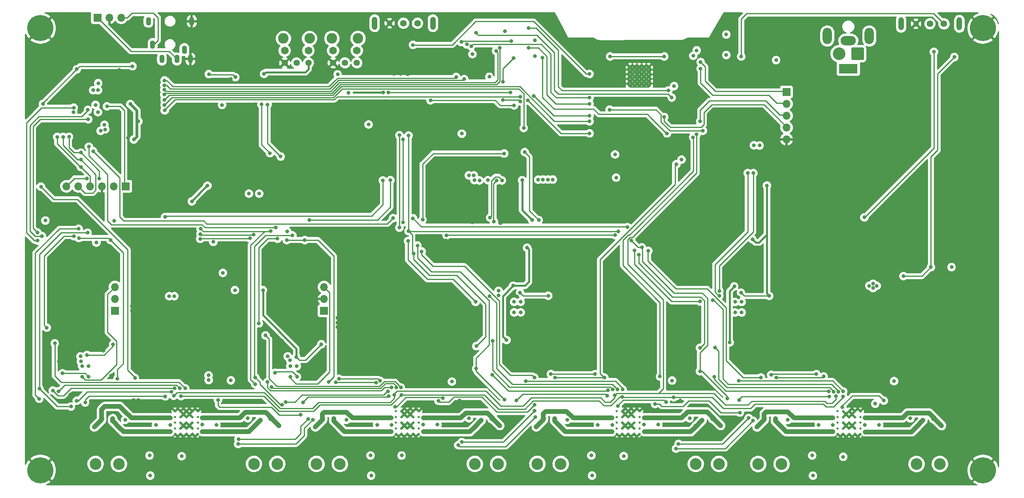
<source format=gbr>
%TF.GenerationSoftware,KiCad,Pcbnew,(6.0.4-0)*%
%TF.CreationDate,2022-05-25T01:46:17+02:00*%
%TF.ProjectId,decaVox,64656361-566f-4782-9e6b-696361645f70,rev?*%
%TF.SameCoordinates,Original*%
%TF.FileFunction,Copper,L2,Inr*%
%TF.FilePolarity,Positive*%
%FSLAX46Y46*%
G04 Gerber Fmt 4.6, Leading zero omitted, Abs format (unit mm)*
G04 Created by KiCad (PCBNEW (6.0.4-0)) date 2022-05-25 01:46:17*
%MOMM*%
%LPD*%
G01*
G04 APERTURE LIST*
G04 Aperture macros list*
%AMRoundRect*
0 Rectangle with rounded corners*
0 $1 Rounding radius*
0 $2 $3 $4 $5 $6 $7 $8 $9 X,Y pos of 4 corners*
0 Add a 4 corners polygon primitive as box body*
4,1,4,$2,$3,$4,$5,$6,$7,$8,$9,$2,$3,0*
0 Add four circle primitives for the rounded corners*
1,1,$1+$1,$2,$3*
1,1,$1+$1,$4,$5*
1,1,$1+$1,$6,$7*
1,1,$1+$1,$8,$9*
0 Add four rect primitives between the rounded corners*
20,1,$1+$1,$2,$3,$4,$5,0*
20,1,$1+$1,$4,$5,$6,$7,0*
20,1,$1+$1,$6,$7,$8,$9,0*
20,1,$1+$1,$8,$9,$2,$3,0*%
G04 Aperture macros list end*
%TA.AperFunction,ComponentPad*%
%ADD10C,2.500000*%
%TD*%
%TA.AperFunction,ComponentPad*%
%ADD11C,5.600000*%
%TD*%
%TA.AperFunction,ComponentPad*%
%ADD12R,1.700000X1.700000*%
%TD*%
%TA.AperFunction,ComponentPad*%
%ADD13O,1.700000X1.700000*%
%TD*%
%TA.AperFunction,ComponentPad*%
%ADD14C,1.346200*%
%TD*%
%TA.AperFunction,ComponentPad*%
%ADD15C,1.651000*%
%TD*%
%TA.AperFunction,ComponentPad*%
%ADD16C,2.260600*%
%TD*%
%TA.AperFunction,ComponentPad*%
%ADD17C,0.500000*%
%TD*%
%TA.AperFunction,ComponentPad*%
%ADD18C,1.400000*%
%TD*%
%TA.AperFunction,ComponentPad*%
%ADD19C,1.200000*%
%TD*%
%TA.AperFunction,ComponentPad*%
%ADD20O,1.208000X2.800000*%
%TD*%
%TA.AperFunction,ComponentPad*%
%ADD21RoundRect,0.250001X1.099999X1.099999X-1.099999X1.099999X-1.099999X-1.099999X1.099999X-1.099999X0*%
%TD*%
%TA.AperFunction,ComponentPad*%
%ADD22C,2.700000*%
%TD*%
%TA.AperFunction,ComponentPad*%
%ADD23O,1.100000X1.800000*%
%TD*%
%TA.AperFunction,ComponentPad*%
%ADD24R,4.000000X2.000000*%
%TD*%
%TA.AperFunction,ComponentPad*%
%ADD25O,3.300000X2.000000*%
%TD*%
%TA.AperFunction,ComponentPad*%
%ADD26O,2.000000X3.500000*%
%TD*%
%TA.AperFunction,ComponentPad*%
%ADD27C,0.800000*%
%TD*%
%TA.AperFunction,ViaPad*%
%ADD28C,0.800000*%
%TD*%
%TA.AperFunction,Conductor*%
%ADD29C,0.250000*%
%TD*%
%TA.AperFunction,Conductor*%
%ADD30C,0.254000*%
%TD*%
%TA.AperFunction,Conductor*%
%ADD31C,0.400000*%
%TD*%
%TA.AperFunction,Conductor*%
%ADD32C,0.600000*%
%TD*%
%TA.AperFunction,Conductor*%
%ADD33C,1.000000*%
%TD*%
G04 APERTURE END LIST*
D10*
%TO.N,Net-(C193-Pad1)*%
%TO.C,J18*%
X248448800Y-201662000D03*
%TO.N,Net-(C194-Pad1)*%
X253448800Y-201662000D03*
%TD*%
D11*
%TO.N,GND*%
%TO.C,H3*%
X310000000Y-108254800D03*
%TD*%
D12*
%TO.N,/ADC1*%
%TO.C,J5*%
X120218200Y-105994200D03*
D13*
%TO.N,GND*%
X122758200Y-105994200D03*
%TO.N,/ADC0*%
X125298200Y-105994200D03*
%TD*%
D11*
%TO.N,GND*%
%TO.C,H2*%
X310000000Y-203000000D03*
%TD*%
%TO.N,GND*%
%TO.C,H1*%
X108000000Y-203000000D03*
%TD*%
D14*
%TO.N,GND*%
%TO.C,J9*%
X160350200Y-115692596D03*
%TO.N,Net-(C33-Pad2)*%
X162890200Y-115692596D03*
%TO.N,/OPTICAL_INPUT*%
X165430200Y-115692596D03*
D15*
%TO.N,unconnected-(J9-Pad4)*%
X160350200Y-113062596D03*
%TO.N,unconnected-(J9-Pad5)*%
X165430200Y-113062596D03*
D16*
%TO.N,N/C*%
X160090201Y-110452596D03*
X165690199Y-110452596D03*
%TD*%
D10*
%TO.N,Net-(C89-Pad1)*%
%TO.C,J11*%
X124825250Y-201664300D03*
%TO.N,Net-(C90-Pad1)*%
X119825250Y-201664300D03*
%TD*%
D11*
%TO.N,GND*%
%TO.C,H4*%
X108000000Y-108254800D03*
%TD*%
D10*
%TO.N,Net-(C123-Pad1)*%
%TO.C,J13*%
X172181650Y-201664300D03*
%TO.N,Net-(C124-Pad1)*%
X167181650Y-201664300D03*
%TD*%
%TO.N,Net-(C157-Pad1)*%
%TO.C,J15*%
X266844950Y-201673850D03*
%TO.N,Net-(C158-Pad1)*%
X261844950Y-201673850D03*
%TD*%
D12*
%TO.N,/DAC0_R*%
%TO.C,J6*%
X124000000Y-168800000D03*
D13*
%TO.N,GND*%
X124000000Y-166260000D03*
%TO.N,/DAC0_L*%
X124000000Y-163720000D03*
%TD*%
D12*
%TO.N,/DSP_RST*%
%TO.C,J10*%
X126288800Y-142138400D03*
D13*
%TO.N,Net-(J10-Pad2)*%
X123748800Y-142138400D03*
%TO.N,GND*%
X121208800Y-142138400D03*
%TO.N,/DSP Core/WP*%
X118668800Y-142138400D03*
%TO.N,/DSP Core/SCL*%
X116128800Y-142138400D03*
%TO.N,/DSP Core/SDA*%
X113588800Y-142138400D03*
%TD*%
D17*
%TO.N,GND*%
%TO.C,U11*%
X184212500Y-191608200D03*
X186650900Y-195215000D03*
X186650900Y-190338200D03*
X187920900Y-191608200D03*
X184212500Y-194046600D03*
X189089300Y-190338200D03*
X187920900Y-194046600D03*
X184212500Y-192776600D03*
X185380900Y-194046600D03*
X185380900Y-191608200D03*
X187920900Y-195215000D03*
X185380900Y-192776600D03*
X189089300Y-195215000D03*
X189089300Y-191608200D03*
X189089300Y-194046600D03*
X185380900Y-195215000D03*
X189089300Y-192776600D03*
X186650900Y-192776600D03*
X186650900Y-191608200D03*
X185380900Y-190338200D03*
X187920900Y-190338200D03*
X186650900Y-194046600D03*
X184212500Y-195215000D03*
X184212500Y-190338200D03*
X187920900Y-192776600D03*
%TD*%
D18*
%TO.N,/ENA_BUCK_O*%
%TO.C,SW1*%
X301650000Y-107300000D03*
%TO.N,Net-(R3-Pad1)*%
X298650000Y-107300000D03*
D19*
%TO.N,GND*%
X295650000Y-107300000D03*
D20*
%TO.N,N/C*%
X304950000Y-107300000D03*
X292450000Y-107300000D03*
%TD*%
D12*
%TO.N,/DAC1_R*%
%TO.C,J7*%
X168800000Y-168825000D03*
D13*
%TO.N,GND*%
X168800000Y-166285000D03*
%TO.N,/DAC1_L*%
X168800000Y-163745000D03*
%TD*%
D17*
%TO.N,GND*%
%TO.C,U13*%
X235253650Y-195212700D03*
X233983650Y-195212700D03*
X232713650Y-194044300D03*
X233983650Y-190335900D03*
X235253650Y-190335900D03*
X231545250Y-194044300D03*
X232713650Y-191605900D03*
X236422050Y-190335900D03*
X231545250Y-190335900D03*
X231545250Y-191605900D03*
X236422050Y-192774300D03*
X231545250Y-195212700D03*
X235253650Y-192774300D03*
X235253650Y-191605900D03*
X236422050Y-194044300D03*
X232713650Y-192774300D03*
X236422050Y-195212700D03*
X235253650Y-194044300D03*
X232713650Y-195212700D03*
X232713650Y-190335900D03*
X231545250Y-192774300D03*
X233983650Y-191605900D03*
X233983650Y-192774300D03*
X233983650Y-194044300D03*
X236422050Y-191605900D03*
%TD*%
D10*
%TO.N,Net-(C125-Pad1)*%
%TO.C,J14*%
X201116050Y-201664300D03*
%TO.N,Net-(C126-Pad1)*%
X206116050Y-201664300D03*
%TD*%
%TO.N,Net-(C159-Pad1)*%
%TO.C,J16*%
X295779350Y-201673850D03*
%TO.N,Net-(C160-Pad1)*%
X300779350Y-201673850D03*
%TD*%
D21*
%TO.N,/DC Protection/VCC_IN*%
%TO.C,J3*%
X283130000Y-113725000D03*
D22*
%TO.N,/DC Protection/GND_IN*%
X279170000Y-113725000D03*
%TD*%
D10*
%TO.N,Net-(C91-Pad1)*%
%TO.C,J12*%
X153759650Y-201664300D03*
%TO.N,Net-(C92-Pad1)*%
X158759650Y-201664300D03*
%TD*%
D18*
%TO.N,+3V3*%
%TO.C,SW2*%
X188827400Y-107181800D03*
%TO.N,Net-(R2-Pad2)*%
X185827400Y-107181800D03*
D19*
%TO.N,GND*%
X182827400Y-107181800D03*
D20*
%TO.N,N/C*%
X192127400Y-107181800D03*
X179627400Y-107181800D03*
%TD*%
D10*
%TO.N,Net-(C191-Pad1)*%
%TO.C,J17*%
X219514400Y-201662000D03*
%TO.N,Net-(C192-Pad1)*%
X214514400Y-201662000D03*
%TD*%
D23*
%TO.N,GND*%
%TO.C,CN1*%
X140450000Y-106750000D03*
%TO.N,/ADC0*%
X132050000Y-111750000D03*
%TO.N,unconnected-(CN1-Pad3)*%
X131150000Y-106750000D03*
%TO.N,/ADC1*%
X137250000Y-114850000D03*
%TO.N,unconnected-(CN1-Pad5)*%
X134050000Y-114850000D03*
%TO.N,unconnected-(CN1-Pad6)*%
X138850000Y-112850000D03*
%TO.N,GND*%
X140150000Y-114850000D03*
%TD*%
D17*
%TO.N,GND*%
%TO.C,U12*%
X282584200Y-194056150D03*
X280044200Y-192786150D03*
X280044200Y-190347750D03*
X280044200Y-191617750D03*
X282584200Y-192786150D03*
X281314200Y-195224550D03*
X283752600Y-191617750D03*
X281314200Y-191617750D03*
X278875800Y-194056150D03*
X278875800Y-192786150D03*
X281314200Y-190347750D03*
X278875800Y-191617750D03*
X282584200Y-190347750D03*
X282584200Y-191617750D03*
X282584200Y-195224550D03*
X281314200Y-194056150D03*
X283752600Y-192786150D03*
X280044200Y-195224550D03*
X281314200Y-192786150D03*
X283752600Y-194056150D03*
X283752600Y-190347750D03*
X278875800Y-190347750D03*
X283752600Y-195224550D03*
X280044200Y-194056150D03*
X278875800Y-195224550D03*
%TD*%
D24*
%TO.N,/DC Protection/VCC_IN*%
%TO.C,J4*%
X281150000Y-116920400D03*
D25*
%TO.N,/DC Protection/GND_IN*%
X281150000Y-110920400D03*
D26*
%TO.N,N/C*%
X276650000Y-109920400D03*
X285650000Y-109920400D03*
%TD*%
D14*
%TO.N,GND*%
%TO.C,J8*%
X170738800Y-115666396D03*
%TO.N,Net-(C32-Pad2)*%
X173278800Y-115666396D03*
%TO.N,Net-(J8-Pad3)*%
X175818800Y-115666396D03*
D15*
%TO.N,unconnected-(J8-Pad4)*%
X170738800Y-113036396D03*
%TO.N,unconnected-(J8-Pad5)*%
X175818800Y-113036396D03*
D16*
%TO.N,N/C*%
X170478801Y-110426396D03*
X176078799Y-110426396D03*
%TD*%
D27*
%TO.N,GND*%
%TO.C,U14*%
X237363800Y-120614800D03*
X235363800Y-118614800D03*
X238363800Y-119614800D03*
X237363800Y-119614800D03*
X235363800Y-117614800D03*
X235363800Y-116614800D03*
X235363800Y-119614800D03*
X238363800Y-117614800D03*
X237363800Y-117614800D03*
X234363800Y-117614800D03*
X238363800Y-116614800D03*
X236363800Y-116614800D03*
X235363800Y-120614800D03*
X238363800Y-120614800D03*
X234363800Y-118614800D03*
X236363800Y-117614800D03*
X237363800Y-116614800D03*
X236363800Y-119614800D03*
X234363800Y-120614800D03*
X236363800Y-118614800D03*
X234363800Y-116614800D03*
X238363800Y-118614800D03*
X236363800Y-120614800D03*
X234363800Y-119614800D03*
X237363800Y-118614800D03*
%TD*%
D17*
%TO.N,GND*%
%TO.C,U10*%
X141732900Y-194046600D03*
X139294500Y-194046600D03*
X141732900Y-190338200D03*
X138024500Y-192776600D03*
X136856100Y-191608200D03*
X139294500Y-190338200D03*
X136856100Y-190338200D03*
X140564500Y-194046600D03*
X139294500Y-195215000D03*
X141732900Y-192776600D03*
X139294500Y-191608200D03*
X141732900Y-195215000D03*
X138024500Y-195215000D03*
X139294500Y-192776600D03*
X136856100Y-192776600D03*
X138024500Y-190338200D03*
X141732900Y-191608200D03*
X136856100Y-195215000D03*
X140564500Y-191608200D03*
X140564500Y-190338200D03*
X140564500Y-195215000D03*
X140564500Y-192776600D03*
X138024500Y-191608200D03*
X136856100Y-194046600D03*
X138024500Y-194046600D03*
%TD*%
D12*
%TO.N,/TXD*%
%TO.C,J2*%
X267898400Y-121900000D03*
D13*
%TO.N,/RXD*%
X267898400Y-124440000D03*
%TO.N,/GPIO0*%
X267898400Y-126980000D03*
%TO.N,/ESP_RST*%
X267898400Y-129520000D03*
%TO.N,GND*%
X267898400Y-132060000D03*
%TD*%
D28*
%TO.N,GND*%
X166653502Y-129800000D03*
X222253502Y-174600000D03*
X290653502Y-174400000D03*
X148434800Y-166800000D03*
X279034800Y-179200000D03*
X198346498Y-174565200D03*
X282000000Y-180165200D03*
X288834800Y-172146498D03*
X149870100Y-117257300D03*
X280000000Y-180165200D03*
X149400000Y-166800000D03*
X176352200Y-117779800D03*
X261077000Y-175736600D03*
X189200000Y-180165200D03*
X200500000Y-149900000D03*
X291846000Y-152146000D03*
X167400000Y-182800000D03*
X196453502Y-167834800D03*
X295434800Y-171365200D03*
X200834800Y-170200000D03*
X128634800Y-167834800D03*
X244634800Y-168234800D03*
X222434800Y-139034800D03*
X198625114Y-154874886D03*
X148434800Y-167765200D03*
X189200000Y-181146498D03*
X112000000Y-179700000D03*
X289800000Y-171165200D03*
X248946498Y-169165200D03*
X148434800Y-174565200D03*
X271600000Y-173434800D03*
X132000000Y-157000000D03*
X167634800Y-129800000D03*
X223234800Y-174600000D03*
X150469600Y-188112400D03*
X284683200Y-157327600D03*
X172600000Y-172346498D03*
X251600000Y-159834800D03*
X186746498Y-178165200D03*
X302276098Y-167436800D03*
X279034800Y-181146498D03*
X221800000Y-154434800D03*
X257708400Y-179070000D03*
X137034800Y-180946498D03*
X289800000Y-170200000D03*
X131034800Y-156034800D03*
X197840600Y-188061600D03*
X281034800Y-181146498D03*
X194234800Y-128200000D03*
X173053502Y-154234800D03*
X198346498Y-173600000D03*
X271400000Y-168034800D03*
X153053502Y-137434800D03*
X299313600Y-167436800D03*
X172400000Y-177400000D03*
X198400000Y-168800000D03*
X195200000Y-128200000D03*
X296400000Y-172346498D03*
X175834800Y-167834800D03*
X291846000Y-151180800D03*
X176400000Y-193300000D03*
X222253502Y-167834800D03*
X231834800Y-181146498D03*
X280365200Y-177200000D03*
X219853502Y-155400000D03*
X234435479Y-138070887D03*
X284632400Y-155464098D03*
X149885400Y-114564900D03*
X223234800Y-173634800D03*
X170468783Y-118470190D03*
X280000000Y-179200000D03*
X138000000Y-137234800D03*
X174034800Y-155200000D03*
X269653502Y-174400000D03*
X290864702Y-149250400D03*
X253200000Y-116434800D03*
X233834800Y-180200000D03*
X290864702Y-151180800D03*
X236800000Y-179200000D03*
X233834800Y-181181298D03*
X200834800Y-172146498D03*
X266834800Y-149034800D03*
X188234800Y-180165200D03*
X270634800Y-174400000D03*
X128965200Y-188000000D03*
X253200000Y-115400000D03*
X172400000Y-176400000D03*
X175000000Y-154234800D03*
X282000000Y-181146498D03*
X252200000Y-117400000D03*
X142000000Y-179000000D03*
X172600000Y-171365200D03*
X136053502Y-138200000D03*
X186234800Y-180165200D03*
X301260098Y-167436800D03*
X139034800Y-179965200D03*
X301244000Y-162661600D03*
X175834800Y-168800000D03*
X270434800Y-169000000D03*
X223400000Y-140000000D03*
X296400000Y-171365200D03*
X289800000Y-172146498D03*
X270434800Y-168034800D03*
X149400000Y-175546498D03*
X154034800Y-138400000D03*
X232800000Y-179200000D03*
X232600000Y-135700000D03*
X211023200Y-178943000D03*
X138000000Y-179965200D03*
X121555780Y-177400000D03*
X302260000Y-161696400D03*
X249653502Y-159834800D03*
X301260098Y-166471600D03*
X269400000Y-140834800D03*
X112029322Y-147304800D03*
X291053502Y-168600000D03*
X284683200Y-159359600D03*
X253200000Y-117400000D03*
X281034800Y-180165200D03*
X289255200Y-160985200D03*
X200500000Y-148900000D03*
X176800000Y-167834800D03*
X154076400Y-124587000D03*
X129946498Y-173600000D03*
X284683200Y-161306098D03*
X291846000Y-153060400D03*
X289255200Y-158750000D03*
X194234800Y-127234800D03*
X290864702Y-148336000D03*
X273200000Y-181000000D03*
X260273800Y-163804600D03*
X222434800Y-140000000D03*
X127653502Y-168800000D03*
X284683200Y-158343600D03*
X284632400Y-154482800D03*
X159766000Y-175270700D03*
X280000000Y-181146498D03*
X144434800Y-167765200D03*
X236800000Y-180165200D03*
X158877000Y-124994200D03*
X181496064Y-121996200D03*
X201800000Y-170200000D03*
X194900000Y-153800000D03*
X232555900Y-136512600D03*
X138000000Y-180946498D03*
X293000000Y-167634800D03*
X138365200Y-177965200D03*
X258318000Y-128778000D03*
X252374400Y-154127200D03*
X248946498Y-168200000D03*
X168600000Y-129800000D03*
X185765200Y-178165200D03*
X177000000Y-174600000D03*
X293827200Y-148336000D03*
X140000000Y-179965200D03*
X189200000Y-179200000D03*
X234800000Y-181181298D03*
X266834800Y-150000000D03*
X138365200Y-177000000D03*
X221453502Y-139034800D03*
X186234800Y-179200000D03*
X291846000Y-149250400D03*
X249000000Y-172146498D03*
X283034800Y-180165200D03*
X184234800Y-181146498D03*
X293827200Y-151180800D03*
X124950000Y-117150000D03*
X140000000Y-179000000D03*
X193253502Y-127234800D03*
X126771400Y-131775200D03*
X299313600Y-166471600D03*
X175000000Y-155200000D03*
X264600000Y-136700000D03*
X292455600Y-188061600D03*
X115112800Y-175245300D03*
X292034800Y-167634800D03*
X186234800Y-181146498D03*
X174034800Y-154234800D03*
X137034800Y-137234800D03*
X248034800Y-172146498D03*
X177571400Y-117779800D03*
X184234800Y-180165200D03*
X244634800Y-169200000D03*
X162483800Y-167752300D03*
X291600000Y-162600000D03*
X232453502Y-178200000D03*
X128000000Y-173600000D03*
X119200000Y-158850000D03*
X142000000Y-180946498D03*
X226200000Y-181000000D03*
X138000000Y-138200000D03*
X223750000Y-193300000D03*
X196400000Y-173600000D03*
X123100000Y-182700000D03*
X267400000Y-171165200D03*
X141034800Y-179965200D03*
X293000000Y-168600000D03*
X196850000Y-193278999D03*
X148818600Y-119152200D03*
X291634800Y-174400000D03*
X188234800Y-179200000D03*
X185200000Y-180165200D03*
X155000000Y-137434800D03*
X292600000Y-174400000D03*
X155100000Y-179200000D03*
X231834800Y-179200000D03*
X233434800Y-177234800D03*
X197434800Y-167834800D03*
X264600000Y-135800000D03*
X232800000Y-181146498D03*
X292811200Y-151180800D03*
X127653502Y-167834800D03*
X201800000Y-172146498D03*
X219853502Y-154434800D03*
X245160800Y-188087000D03*
X185200000Y-181146498D03*
X187200000Y-180165200D03*
X280365200Y-178165200D03*
X142000000Y-179965200D03*
X130634800Y-170400000D03*
X218834800Y-171946498D03*
X155000000Y-138400000D03*
X137034800Y-179965200D03*
X252200000Y-115400000D03*
X234400000Y-178200000D03*
X123926600Y-127838200D03*
X144434800Y-168746498D03*
X213299600Y-175108000D03*
X175053502Y-173634800D03*
X290864702Y-153060400D03*
X258699000Y-178841400D03*
X131600000Y-171365200D03*
X210210400Y-179451000D03*
X299297502Y-162661600D03*
X139034800Y-179000000D03*
X177000000Y-173634800D03*
X174853502Y-168800000D03*
X250634800Y-160800000D03*
X182041800Y-123875800D03*
X128965200Y-173600000D03*
X124800000Y-120800000D03*
X294843200Y-148336000D03*
X267453502Y-141800000D03*
X267400000Y-172146498D03*
X152755600Y-124637800D03*
X131600000Y-170400000D03*
X206600000Y-150000000D03*
X152730200Y-117628200D03*
X268434800Y-141800000D03*
X196400000Y-174565200D03*
X258470400Y-179781200D03*
X153053502Y-138400000D03*
X242400000Y-180400000D03*
X224200000Y-168800000D03*
X174853502Y-167834800D03*
X284000000Y-179200000D03*
X266434800Y-171165200D03*
X220834800Y-154434800D03*
X231834800Y-180165200D03*
X176034800Y-173634800D03*
X254406400Y-127711200D03*
X292811200Y-149250400D03*
X210185000Y-178485800D03*
X292600000Y-173434800D03*
X200834800Y-171165200D03*
X222253502Y-168800000D03*
X302276098Y-166471600D03*
X257657600Y-162128200D03*
X149400000Y-168746498D03*
X235834800Y-179200000D03*
X241700000Y-140859580D03*
X288834800Y-171165200D03*
X153400000Y-131000000D03*
X185191400Y-118049200D03*
X206600000Y-149200000D03*
X233434800Y-178200000D03*
X243653502Y-168234800D03*
X269653502Y-173434800D03*
X234400000Y-177234800D03*
X128000000Y-188000000D03*
X265853502Y-150000000D03*
X267800000Y-149034800D03*
X279400000Y-177200000D03*
X292811200Y-150215600D03*
X291634800Y-173434800D03*
X288834800Y-170200000D03*
X224200000Y-167834800D03*
X290653502Y-173434800D03*
X145400000Y-167765200D03*
X148434800Y-173600000D03*
X290864702Y-150215600D03*
X178400000Y-182200000D03*
X219800000Y-170965200D03*
X162600000Y-158900000D03*
X293827200Y-153060400D03*
X292811200Y-153060400D03*
X219800000Y-171946498D03*
X128965200Y-174565200D03*
X171634800Y-170400000D03*
X301244000Y-161696400D03*
X145400000Y-168746498D03*
X294843200Y-151180800D03*
X223234800Y-167834800D03*
X226200000Y-180034800D03*
X110008750Y-147101600D03*
X243450000Y-153800000D03*
X130053502Y-156034800D03*
X141034800Y-180946498D03*
X165500000Y-176700000D03*
X149500000Y-193269599D03*
X178400000Y-180200000D03*
X198400000Y-167834800D03*
X185200000Y-179200000D03*
X114400000Y-186800000D03*
X221453502Y-140000000D03*
X295434800Y-172346498D03*
X303292098Y-166471600D03*
X149400000Y-173600000D03*
X118000000Y-158850000D03*
X300278800Y-161696400D03*
X289255200Y-159969200D03*
X111607600Y-138074400D03*
X295434800Y-170400000D03*
X185765200Y-177200000D03*
X267800000Y-150000000D03*
X224200000Y-173634800D03*
X239000000Y-140859580D03*
X176800000Y-168800000D03*
X110001917Y-146117788D03*
X303276000Y-161696400D03*
X220834800Y-155400000D03*
X130053502Y-157000000D03*
X129946498Y-174565200D03*
X137400000Y-177965200D03*
X300278800Y-162661600D03*
X117830600Y-167726900D03*
X137034800Y-138200000D03*
X234800000Y-179234800D03*
X124900000Y-119150000D03*
X137034800Y-179000000D03*
X131034800Y-157000000D03*
X257581400Y-165938200D03*
X250634800Y-159834800D03*
X234800000Y-180200000D03*
X167634800Y-128834800D03*
X232800000Y-180165200D03*
X232555900Y-137325400D03*
X284683200Y-160324800D03*
X116850000Y-122850000D03*
X130634800Y-171365200D03*
X302260000Y-162661600D03*
X139034800Y-180946498D03*
X163750000Y-158850000D03*
X283034800Y-181146498D03*
X197434800Y-168800000D03*
X154034800Y-137434800D03*
X243653502Y-169200000D03*
X203809600Y-154178000D03*
X221800000Y-155400000D03*
X207416400Y-136398000D03*
X197365200Y-174565200D03*
X291550000Y-193278999D03*
X184234800Y-179200000D03*
X129600000Y-168800000D03*
X235834800Y-180165200D03*
X131600000Y-172346498D03*
X141034800Y-179000000D03*
X148434800Y-175546498D03*
X270912250Y-193303400D03*
X284000000Y-181146498D03*
X291053502Y-167634800D03*
X149400000Y-167765200D03*
X158699200Y-118999000D03*
X218834800Y-170965200D03*
X206000000Y-158700000D03*
X252200000Y-116434800D03*
X284632400Y-153517600D03*
X292811200Y-148336000D03*
X248034800Y-170200000D03*
X254200000Y-116400000D03*
X148434800Y-168746498D03*
X303276000Y-162661600D03*
X224200000Y-174600000D03*
X266434800Y-170200000D03*
X235834800Y-181146498D03*
X281346498Y-178165200D03*
X300294898Y-166471600D03*
X279034800Y-180165200D03*
X149400000Y-174565200D03*
X232453502Y-177234800D03*
X201800000Y-171165200D03*
X236800000Y-181146498D03*
X207416400Y-137515600D03*
X136053502Y-137234800D03*
X140000000Y-180946498D03*
X183952000Y-123907650D03*
X269453502Y-168034800D03*
X209372200Y-164947600D03*
X114000000Y-187600000D03*
X144434800Y-166800000D03*
X173053502Y-155200000D03*
X183769000Y-118049200D03*
X299297502Y-161696400D03*
X300294898Y-167436800D03*
X256819400Y-165176200D03*
X223400000Y-139034800D03*
X171634800Y-172346498D03*
X284632400Y-152501600D03*
X188234800Y-181146498D03*
X244150000Y-193250000D03*
X291846000Y-150215600D03*
X213487000Y-163601400D03*
X166653502Y-128834800D03*
X271600000Y-174400000D03*
X210210400Y-165785800D03*
X163957000Y-118999000D03*
X266434800Y-172146498D03*
X249653502Y-160800000D03*
X210642200Y-162153600D03*
X123088400Y-127838200D03*
X178400000Y-181234800D03*
X279400000Y-178165200D03*
X247965200Y-169165200D03*
X180873400Y-114782600D03*
X249000000Y-170200000D03*
X267453502Y-140834800D03*
X284632400Y-151485600D03*
X273200000Y-180034800D03*
X218834800Y-170000000D03*
X172600000Y-170400000D03*
X233834800Y-179234800D03*
X283034800Y-179200000D03*
X247965200Y-168200000D03*
X187200000Y-181146498D03*
X121554208Y-133015599D03*
X132000000Y-156034800D03*
X269453502Y-169000000D03*
X284000000Y-180165200D03*
X282000000Y-179200000D03*
X219800000Y-170000000D03*
X243450000Y-152700000D03*
X168600000Y-128834800D03*
X186746498Y-177200000D03*
X251600000Y-160800000D03*
X271400000Y-169000000D03*
X116750000Y-133000000D03*
X294843200Y-149250400D03*
X171634800Y-171365200D03*
X261823200Y-127660400D03*
X265853502Y-149034800D03*
X290864702Y-152146000D03*
X114147600Y-138023600D03*
X145400000Y-166800000D03*
X139346498Y-177000000D03*
X268434800Y-140834800D03*
X291846000Y-148336000D03*
X294843200Y-152146000D03*
X269400000Y-141800000D03*
X128879600Y-193294000D03*
X242400000Y-181434800D03*
X130634800Y-172346498D03*
X137400000Y-177000000D03*
X110388400Y-138074400D03*
X184800000Y-178165200D03*
X195200000Y-127234800D03*
X139346498Y-177965200D03*
X296400000Y-170400000D03*
X164363400Y-124994200D03*
X138000000Y-179000000D03*
X222253502Y-173634800D03*
X128634800Y-168800000D03*
X248034800Y-171165200D03*
X156800000Y-172600000D03*
X293827200Y-150215600D03*
X177055641Y-124069173D03*
X186715400Y-118100000D03*
X184800000Y-177200000D03*
X196453502Y-168800000D03*
X128000000Y-174565200D03*
X249000000Y-171165200D03*
X293827200Y-152146000D03*
X176034800Y-174600000D03*
X242400000Y-182400000D03*
X292034800Y-168600000D03*
X294843200Y-150215600D03*
X281346498Y-177200000D03*
X223234800Y-168800000D03*
X289255200Y-157683200D03*
X267400000Y-170200000D03*
X197365200Y-173600000D03*
X129600000Y-167834800D03*
X178481314Y-124701900D03*
X293827200Y-149250400D03*
X292811200Y-152146000D03*
X175053502Y-174600000D03*
X193253502Y-128200000D03*
X187200000Y-179200000D03*
X303292098Y-167436800D03*
X112928400Y-138049000D03*
X281034800Y-179200000D03*
X270634800Y-173434800D03*
%TO.N,/ENA_BUCK*%
X303875600Y-114437900D03*
X303276000Y-159461200D03*
X298856400Y-159461200D03*
X292963600Y-161391600D03*
%TO.N,+5V*%
X231724200Y-189255400D03*
X280060400Y-200126600D03*
X286461200Y-163955820D03*
X138277600Y-199999600D03*
X196189600Y-183997600D03*
X285648400Y-163474400D03*
X265684000Y-115087400D03*
X287223200Y-163474400D03*
X194230250Y-187584200D03*
X242061351Y-188355039D03*
X288747200Y-188087000D03*
X286461200Y-163017200D03*
X290957000Y-183896000D03*
X233019600Y-199974200D03*
X231394000Y-140284200D03*
X148818600Y-183743600D03*
X184002309Y-189375584D03*
X109067600Y-149479000D03*
X243382800Y-183794400D03*
X123800000Y-149500000D03*
X185420000Y-199847200D03*
X279852381Y-189461648D03*
%TO.N,VCC*%
X299500000Y-113300000D03*
X284600000Y-148800000D03*
%TO.N,+3V3*%
X209321400Y-163449000D03*
X203911200Y-140817600D03*
X118000000Y-178300000D03*
X211251800Y-140843000D03*
X263700000Y-141980280D03*
X210794600Y-164922200D03*
X171700000Y-118150000D03*
X178333400Y-128879600D03*
X264185400Y-165633400D03*
X245411600Y-136411600D03*
X256708200Y-163591800D03*
X145059400Y-154051000D03*
X207543400Y-108915200D03*
X260600000Y-153500000D03*
X143800000Y-142011400D03*
X162839400Y-178725100D03*
X213400000Y-149400000D03*
X258140200Y-164947600D03*
X120000000Y-154200000D03*
X140466475Y-145366475D03*
X207900000Y-175100000D03*
X123600000Y-176000000D03*
X212300000Y-155300000D03*
X174040800Y-122097800D03*
X155700000Y-164400000D03*
X168201302Y-176000000D03*
X204216000Y-118668800D03*
X231165400Y-135305800D03*
X149700000Y-164400000D03*
X216839800Y-165608000D03*
X146939000Y-124688600D03*
X198323200Y-130860800D03*
X255717100Y-175600000D03*
%TO.N,+3.3VA*%
X115800000Y-117050000D03*
X127279400Y-124510800D03*
X108550000Y-124500000D03*
X128016000Y-132105400D03*
X129004341Y-128224575D03*
X127750000Y-116400000D03*
%TO.N,/DAC0_R*%
X112725200Y-182219600D03*
X118338600Y-182941500D03*
%TO.N,/DAC1_R*%
X158287944Y-182126555D03*
X162991800Y-182966900D03*
%TO.N,/DAC0_L*%
X116916200Y-182941500D03*
%TO.N,/DAC1_L*%
X161569400Y-182966900D03*
%TO.N,/DSP_RST*%
X210855500Y-123935503D03*
X212450000Y-123700000D03*
X197100000Y-118700000D03*
X120400000Y-120027100D03*
X207150000Y-123652987D03*
X122271461Y-124997859D03*
X225700000Y-130800000D03*
X134600000Y-119450000D03*
%TO.N,VCCQ*%
X142661100Y-193257900D03*
X126186230Y-192211495D03*
X287739300Y-193285946D03*
X193098900Y-193260546D03*
X237361700Y-193251146D03*
X190041500Y-193251146D03*
X135839200Y-193294000D03*
X240419100Y-193260546D03*
X294450000Y-191886317D03*
X145718500Y-193267300D03*
X277860000Y-193312646D03*
X220886230Y-192211495D03*
X180162200Y-193277846D03*
X274802600Y-193303246D03*
X152440000Y-191873671D03*
X183219600Y-193287246D03*
X268196230Y-192224141D03*
X227482400Y-193277846D03*
X230539800Y-193287246D03*
X284681900Y-193276546D03*
X199840000Y-191873671D03*
X132781800Y-193284600D03*
X247140000Y-191873671D03*
X173586230Y-192211495D03*
%TO.N,/ESP_RST*%
X241700000Y-127300000D03*
X241700000Y-114300000D03*
X230100000Y-114300000D03*
%TO.N,/DAC0 + Volume Cntrl./OUT_R*%
X118313200Y-180680900D03*
%TO.N,/DAC0 + Volume Cntrl./OUT_L*%
X116916200Y-180680900D03*
%TO.N,/DAC1 + Volume Cntrl.1/OUT_R*%
X162966400Y-180706300D03*
%TO.N,/DAC1 + Volume Cntrl.1/OUT_L*%
X161569400Y-180706300D03*
%TO.N,/DAC2 + Volume Cntrl.1/OUT_R*%
X258267200Y-166928800D03*
%TO.N,/DAC2 + Volume Cntrl.1/OUT_L*%
X256870200Y-166928800D03*
%TO.N,/DAC3 + Volume Cntrl.2/OUT_R*%
X210921600Y-166903400D03*
%TO.N,/DAC3 + Volume Cntrl.2/OUT_L*%
X209524600Y-166903400D03*
%TO.N,/Amplifier #0/OUT0B*%
X144984750Y-191758300D03*
X157377250Y-191961500D03*
X159104450Y-193434700D03*
X142714350Y-191783700D03*
%TO.N,/Amplifier #0/OUT0A*%
X155142050Y-192317100D03*
X144984750Y-194755500D03*
X142714350Y-194780900D03*
X153643624Y-193814931D03*
%TO.N,/Amplifier #1/OUT0B*%
X190070750Y-191783700D03*
X206460850Y-193434700D03*
X192341150Y-191758300D03*
X204733650Y-191961500D03*
%TO.N,/Amplifier #1/OUT0A*%
X201200000Y-193700000D03*
X192341150Y-194755500D03*
X202498450Y-192317100D03*
X190070750Y-194780900D03*
%TO.N,/Amplifier #2/OUT0B*%
X299396950Y-191971050D03*
X287004450Y-191767850D03*
X284734050Y-191793250D03*
X301124150Y-193444250D03*
%TO.N,/Amplifier #2/OUT0A*%
X295800000Y-193750000D03*
X287004450Y-194765050D03*
X284734050Y-194790450D03*
X297161750Y-192326650D03*
%TO.N,/Amplifier #3/OUT0B*%
X253793600Y-193432400D03*
X237403500Y-191781400D03*
X252066400Y-191959200D03*
X239673900Y-191756000D03*
%TO.N,/Amplifier #3/OUT0A*%
X237403500Y-194778600D03*
X239673900Y-194753200D03*
X249831200Y-192314800D03*
X248450000Y-193600000D03*
%TO.N,/UI_G2*%
X230000000Y-125700000D03*
X250004916Y-130229341D03*
%TO.N,/ENA_BUCK_O*%
X258200000Y-114300000D03*
%TO.N,/TXD*%
X249500000Y-115500000D03*
%TO.N,/RXD*%
X249500000Y-116900000D03*
%TO.N,/GPIO0*%
X242586486Y-121601998D03*
X212598000Y-108204000D03*
X249400000Y-128200000D03*
%TO.N,/OPTICAL_INPUT*%
X155930600Y-118034600D03*
%TO.N,/DSP Core/WP*%
X111607600Y-131546600D03*
X116673100Y-137998200D03*
%TO.N,/DSP Core/SCL*%
X112877600Y-131546600D03*
X116672100Y-136448800D03*
%TO.N,/DSP Core/SDA*%
X114137251Y-131522951D03*
X116697500Y-134924800D03*
X117944300Y-140436600D03*
X120624600Y-140436600D03*
%TO.N,/AMP2_24*%
X280060400Y-186131200D03*
X257632200Y-183845200D03*
%TO.N,/BCLK*%
X234650000Y-153800000D03*
X185700000Y-149850000D03*
X107797600Y-185547000D03*
X249351800Y-181787800D03*
X159794598Y-188986100D03*
X185676500Y-132050000D03*
X207492600Y-187909200D03*
X236905800Y-155244800D03*
X231150000Y-152600000D03*
X255219200Y-187655200D03*
X118107320Y-152106493D03*
X154076400Y-183134000D03*
X118237000Y-127787400D03*
X195050000Y-152650000D03*
X188798200Y-154838400D03*
X114554000Y-189357000D03*
X162001200Y-152654000D03*
X201396600Y-181203600D03*
X142300000Y-152400000D03*
X153700000Y-152524500D03*
X107350000Y-152050000D03*
%TO.N,/AMP2_21*%
X252425200Y-182981600D03*
X277012400Y-186131200D03*
%TO.N,/LRCLK*%
X157300000Y-151750000D03*
X231850000Y-151800000D03*
X186900000Y-131250000D03*
X142350000Y-151250000D03*
X186900000Y-151750000D03*
X249351800Y-176784000D03*
X201422000Y-176403000D03*
X160883600Y-151815800D03*
X116205000Y-151231600D03*
X154051000Y-184581800D03*
X236270800Y-156819600D03*
X115062000Y-126288800D03*
X188010800Y-156565600D03*
X107746800Y-187680600D03*
%TO.N,/AMP2_22*%
X252577600Y-176707800D03*
X278022442Y-186157058D03*
%TO.N,/AMP2_MCLK*%
X277037800Y-187248800D03*
X257784600Y-187985400D03*
%TO.N,/MCLK4*%
X262432800Y-183128800D03*
X211800000Y-134800000D03*
X238287500Y-155956000D03*
X214800000Y-149400000D03*
%TO.N,/SDATA2*%
X233800000Y-150900000D03*
X249351800Y-166827200D03*
X119300000Y-134600000D03*
X187850000Y-149000000D03*
X183600000Y-148950000D03*
X235300000Y-155900000D03*
%TO.N,/AMP2_23*%
X279021944Y-186156516D03*
X252048075Y-166510529D03*
%TO.N,/AMP0_21*%
X110667800Y-185928000D03*
X136760564Y-185461526D03*
%TO.N,/AMP1_21*%
X156650000Y-184100000D03*
X183243700Y-185292898D03*
%TO.N,/AMP0_22*%
X137845800Y-185445400D03*
X111855886Y-186100086D03*
%TO.N,/AMP1_22*%
X157530800Y-185140600D03*
X184243185Y-185298819D03*
%TO.N,/SDATA0*%
X109347000Y-172440600D03*
X115214400Y-152832993D03*
X118181901Y-125759699D03*
X108350000Y-152832982D03*
%TO.N,/AMP0_23*%
X111074200Y-175818800D03*
X139039600Y-185470800D03*
%TO.N,/SDATA1*%
X115150602Y-125293233D03*
X152900000Y-153300000D03*
X158815863Y-153380500D03*
X142247467Y-153398121D03*
X154813000Y-171526200D03*
X107350000Y-153750000D03*
%TO.N,/AMP1_23*%
X156260800Y-174117000D03*
X185242200Y-185267600D03*
%TO.N,/AMP0_24*%
X136067800Y-186182000D03*
X115790900Y-188104208D03*
%TO.N,/AMP1_24*%
X182499000Y-186131200D03*
X160578800Y-188366400D03*
%TO.N,/AMP0_MCLK*%
X117602000Y-188468000D03*
X134772400Y-187172600D03*
%TO.N,/MCLK2*%
X116255800Y-153238200D03*
X134727464Y-148727464D03*
X181400000Y-140880780D03*
X124500000Y-183423500D03*
X123033800Y-153666200D03*
%TO.N,/AMP1_MCLK*%
X164322506Y-188442637D03*
X182626908Y-187122485D03*
%TO.N,/MCLK3*%
X165650000Y-149350000D03*
X169799000Y-184048400D03*
X183000000Y-140800000D03*
X164665400Y-153665400D03*
X160807400Y-153665400D03*
%TO.N,/ESP_BCLK*%
X201371200Y-109270800D03*
X243318700Y-123113800D03*
%TO.N,/BCLK_IN*%
X119815899Y-124684101D03*
X206443900Y-112451589D03*
X199400000Y-111724489D03*
X134569509Y-122479109D03*
%TO.N,/ESP_LRCLK*%
X200322432Y-112109359D03*
X225704400Y-123139200D03*
%TO.N,/LRCLK_IN*%
X120345200Y-121539000D03*
X205645373Y-113098026D03*
X200600000Y-113800000D03*
X134568811Y-121455209D03*
%TO.N,/ESP_SDATA*%
X212598000Y-112451600D03*
X225679000Y-124460000D03*
%TO.N,/SDATA0_IN*%
X207156138Y-119748634D03*
X119303800Y-121539000D03*
X209413714Y-114686286D03*
X198831200Y-119155140D03*
X214000000Y-114200000D03*
X134536770Y-120456220D03*
%TO.N,/MCLK_IN*%
X214000000Y-110800000D03*
%TO.N,/AMP3_22*%
X204901800Y-175260000D03*
X230685335Y-185713362D03*
%TO.N,/AMP3_MCLK*%
X229488703Y-187076971D03*
X210039365Y-188035607D03*
%TO.N,/MCLK5*%
X213868000Y-183154200D03*
X207400000Y-135100000D03*
X189900000Y-149300000D03*
X189722700Y-156115301D03*
%TO.N,/AMP3_24*%
X212064600Y-183880700D03*
X232765600Y-185681940D03*
%TO.N,/AMP3_21*%
X229617273Y-185867100D03*
X204800200Y-182575200D03*
%TO.N,/SDATA3*%
X158450000Y-151000000D03*
X184950000Y-131200000D03*
X118400000Y-133650000D03*
X186800000Y-153850000D03*
X184950000Y-151000000D03*
X201269600Y-166928800D03*
%TO.N,/AMP3_23*%
X204231803Y-165668397D03*
X231698800Y-185699400D03*
%TO.N,/Amplifier #0/MSEL1*%
X131394350Y-199846200D03*
%TO.N,/Amplifier #0/MSEL0*%
X131542950Y-204155800D03*
%TO.N,/Amplifier #1/MSEL1*%
X178750750Y-199846200D03*
%TO.N,/Amplifier #1/MSEL0*%
X178899350Y-204155800D03*
%TO.N,/Amplifier #2/MSEL1*%
X273414050Y-199855750D03*
%TO.N,/Amplifier #2/MSEL0*%
X273562650Y-204165350D03*
%TO.N,/Amplifier #3/MSEL1*%
X226083500Y-199843900D03*
%TO.N,/Amplifier #3/MSEL0*%
X226232100Y-204153500D03*
%TO.N,/DAC2_L*%
X256870200Y-169189400D03*
%TO.N,/DAC2_R*%
X258292600Y-169189400D03*
%TO.N,/DAC3_L*%
X209524600Y-169164000D03*
%TO.N,/DAC3_R*%
X210947000Y-169164000D03*
%TO.N,/M{slash}S*%
X225687400Y-118054800D03*
X187845400Y-111824800D03*
%TO.N,Net-(R29-Pad1)*%
X144094200Y-118085400D03*
X149783800Y-118745800D03*
%TO.N,/MCLK1*%
X208711800Y-122021600D03*
X182600600Y-121996200D03*
%TO.N,/MCLK0*%
X121864542Y-129941742D03*
X211582000Y-129641600D03*
X134600000Y-124700000D03*
%TO.N,/SCL*%
X185369200Y-186857700D03*
X247923500Y-114150000D03*
X138151975Y-187120733D03*
X255000000Y-109600000D03*
X280009600Y-187172600D03*
X255000000Y-114000000D03*
X232714800Y-187274200D03*
X262128000Y-133400800D03*
X243739511Y-187360489D03*
X247886994Y-131645621D03*
X240773500Y-182900000D03*
%TO.N,/SDA*%
X231111512Y-186923718D03*
X136575350Y-187043045D03*
X248650000Y-113000000D03*
X260908800Y-133350000D03*
X278511000Y-187096400D03*
X183845200Y-186857700D03*
X248650000Y-131000000D03*
%TO.N,/VOL0+*%
X216800000Y-140700000D03*
X200900000Y-139800000D03*
X116677962Y-179710206D03*
X136700000Y-165700000D03*
%TO.N,/VOL0-*%
X217813714Y-140686286D03*
X199812467Y-139786738D03*
X116600000Y-178600000D03*
X135600000Y-165700000D03*
%TO.N,/VOL1+*%
X161528160Y-179445857D03*
X215700000Y-140700000D03*
X201000000Y-140800000D03*
X152700000Y-143700000D03*
%TO.N,/VOL1-*%
X214686286Y-140713714D03*
X161005120Y-178594132D03*
X154900000Y-143704500D03*
X202100000Y-140880780D03*
%TO.N,/VOL2+*%
X253501075Y-165582600D03*
X259600000Y-139300000D03*
%TO.N,/VOL2-*%
X260800000Y-139300000D03*
X253501075Y-164583097D03*
%TO.N,/VOL3+*%
X204373500Y-148852700D03*
X206923324Y-140880780D03*
X206202914Y-165551486D03*
%TO.N,/VOL3-*%
X205200000Y-149700000D03*
X205800000Y-140880780D03*
X206196629Y-164552003D03*
%TO.N,/I2S_SEL*%
X242300000Y-130800000D03*
X215600000Y-114600000D03*
%TO.N,/SPDIF_LRCLK*%
X155397200Y-124587000D03*
X157200000Y-135026500D03*
%TO.N,/SPDIF_SDATA*%
X156692600Y-124612400D03*
X159500000Y-135753000D03*
X191600000Y-123700000D03*
X209500000Y-124800000D03*
%TO.N,/SPDIF_MCLK*%
X208900000Y-110997989D03*
X198200000Y-111200000D03*
%TO.N,/Amplifier #0/OUT1B*%
X119582050Y-193739500D03*
X121156850Y-191961500D03*
X135838050Y-191809100D03*
X133646550Y-191783700D03*
%TO.N,/Amplifier #0/OUT1A*%
X133646550Y-194780900D03*
X124865250Y-193790300D03*
X123493650Y-191961500D03*
X135838050Y-194755500D03*
%TO.N,/Amplifier #1/OUT1B*%
X166938450Y-193739500D03*
X183194450Y-191809100D03*
X168513250Y-191961500D03*
X181002950Y-191783700D03*
%TO.N,/Amplifier #1/OUT1A*%
X170850050Y-191961500D03*
X172221650Y-193790300D03*
X181002950Y-194780900D03*
X183194450Y-194755500D03*
%TO.N,/Amplifier #2/OUT1B*%
X263176550Y-191971050D03*
X275666250Y-191793250D03*
X261601750Y-193749050D03*
X277857750Y-191818650D03*
%TO.N,/Amplifier #2/OUT1A*%
X275666250Y-194790450D03*
X266884950Y-193799850D03*
X265513350Y-191971050D03*
X277857750Y-194765050D03*
%TO.N,/Amplifier #3/OUT1B*%
X214271200Y-193737200D03*
X228335700Y-191781400D03*
X215846000Y-191959200D03*
X230527200Y-191806800D03*
%TO.N,/Amplifier #3/OUT1A*%
X230527200Y-194753200D03*
X219554400Y-193788000D03*
X218182800Y-191959200D03*
X228335700Y-194778600D03*
%TO.N,/MA_MUTE*%
X217400000Y-182400000D03*
X144043400Y-182676800D03*
X226872800Y-182409500D03*
X179908200Y-184287100D03*
X165354000Y-192024000D03*
X128270000Y-183235600D03*
X198329039Y-196972134D03*
X264617200Y-182549800D03*
X274294600Y-182404300D03*
X213918800Y-190296800D03*
X120345200Y-126238000D03*
X150469600Y-196392800D03*
X259791200Y-191820800D03*
X171323000Y-184200800D03*
X244754400Y-197383400D03*
X108127800Y-142214600D03*
%TO.N,/IN_SEL1*%
X121737638Y-128950329D03*
X225679000Y-128219200D03*
X134600000Y-123600000D03*
%TO.N,/IN_SEL0*%
X120904000Y-130251200D03*
X225679000Y-127000000D03*
X213724501Y-122749299D03*
X210855500Y-122936000D03*
X134650000Y-125850000D03*
%TO.N,/MA_ENA*%
X171981730Y-183413400D03*
X150381750Y-197388434D03*
X244300000Y-137400000D03*
X275869400Y-182905400D03*
X243814600Y-120650000D03*
X197561200Y-197612000D03*
X166370000Y-192176400D03*
X265684000Y-183128800D03*
X260731000Y-192405000D03*
X218287600Y-183134000D03*
X214071200Y-191592200D03*
X144068800Y-183692800D03*
X228879400Y-183154200D03*
X180816886Y-183864886D03*
X244221000Y-198374000D03*
%TO.N,/MA_ERROR*%
X257911600Y-190652400D03*
X146068950Y-187933278D03*
X163804600Y-191084200D03*
X147116800Y-160705800D03*
X239736963Y-188803711D03*
X286920900Y-188749900D03*
X193294000Y-188112400D03*
X213893400Y-189026800D03*
%TD*%
D29*
%TO.N,VCC*%
X284600000Y-148800000D02*
X284650000Y-148800000D01*
X284650000Y-148800000D02*
X299500000Y-133950000D01*
X299500000Y-133950000D02*
X299500000Y-113300000D01*
D30*
%TO.N,/ENA_BUCK*%
X298856400Y-159461200D02*
X298856400Y-135843600D01*
X300300000Y-118013500D02*
X303875600Y-114437900D01*
X296926000Y-161391600D02*
X298856400Y-159461200D01*
X298856400Y-135843600D02*
X300300000Y-134400000D01*
X292963600Y-161391600D02*
X296926000Y-161391600D01*
X300300000Y-134400000D02*
X300300000Y-118013500D01*
%TO.N,+5V*%
X279852381Y-189461648D02*
X279852381Y-189184019D01*
X184334616Y-189375584D02*
X186324311Y-187385889D01*
X287350200Y-187045600D02*
X287705800Y-187045600D01*
X186324311Y-187385889D02*
X194031939Y-187385889D01*
X184002309Y-189375584D02*
X184334616Y-189375584D01*
X281990800Y-187045600D02*
X287350200Y-187045600D01*
X231724200Y-189255400D02*
X231724200Y-189179200D01*
X194031939Y-187385889D02*
X194230250Y-187584200D01*
X241717112Y-188010800D02*
X242061351Y-188355039D01*
X287705800Y-187045600D02*
X288747200Y-188087000D01*
X231724200Y-189179200D02*
X232892600Y-188010800D01*
X232892600Y-188010800D02*
X241717112Y-188010800D01*
X281863800Y-187172600D02*
X281990800Y-187045600D01*
X279852381Y-189184019D02*
X281863800Y-187172600D01*
D31*
%TO.N,+3V3*%
X207900000Y-175100000D02*
X207100000Y-174300000D01*
X263700000Y-152500000D02*
X262000000Y-154200000D01*
X262000000Y-154200000D02*
X261300000Y-154200000D01*
D30*
X121683223Y-178300000D02*
X118000000Y-178300000D01*
D31*
X207100000Y-174300000D02*
X207100000Y-165670400D01*
X155700000Y-169800000D02*
X162839400Y-176939400D01*
X211251800Y-140843000D02*
X211251800Y-147251800D01*
X263700000Y-141980280D02*
X263700000Y-152500000D01*
X212700000Y-162600000D02*
X212700000Y-155700000D01*
D30*
X264185400Y-165633400D02*
X258826000Y-165633400D01*
D31*
X155700000Y-164400000D02*
X155700000Y-169800000D01*
X255700000Y-175582900D02*
X255700000Y-164600000D01*
X207100000Y-165670400D02*
X209321400Y-163449000D01*
D30*
X164790402Y-179410900D02*
X163525200Y-179410900D01*
D31*
X211851000Y-163449000D02*
X212700000Y-162600000D01*
D30*
X123600000Y-176000000D02*
X123600000Y-176383223D01*
D31*
X140466475Y-145283525D02*
X140466475Y-145366475D01*
D30*
X216839800Y-165608000D02*
X211480400Y-165608000D01*
X163525200Y-179410900D02*
X162839400Y-178725100D01*
D31*
X255700000Y-164600000D02*
X256708200Y-163591800D01*
X263700000Y-165148000D02*
X264185400Y-165633400D01*
X209321400Y-163449000D02*
X211851000Y-163449000D01*
X211251800Y-147251800D02*
X213400000Y-149400000D01*
D30*
X168201302Y-176000000D02*
X164790402Y-179410900D01*
X258826000Y-165633400D02*
X258140200Y-164947600D01*
D31*
X162839400Y-176939400D02*
X162839400Y-178725100D01*
X255717100Y-175600000D02*
X255700000Y-175582900D01*
X263700000Y-152500000D02*
X263700000Y-165148000D01*
X261300000Y-154200000D02*
X260600000Y-153500000D01*
D30*
X211480400Y-165608000D02*
X210794600Y-164922200D01*
X123600000Y-176383223D02*
X121683223Y-178300000D01*
D31*
X212700000Y-155700000D02*
X212300000Y-155300000D01*
X143738600Y-142011400D02*
X140466475Y-145283525D01*
D29*
%TO.N,+3.3VA*%
X127750000Y-116400000D02*
X116450000Y-116400000D01*
D32*
X128651000Y-125882400D02*
X127279400Y-124510800D01*
D29*
X129004341Y-128224575D02*
X128701800Y-128527116D01*
D32*
X128651000Y-131470400D02*
X128651000Y-125882400D01*
D29*
X128651000Y-127871234D02*
X128651000Y-125882400D01*
D32*
X128016000Y-132105400D02*
X128651000Y-131470400D01*
D29*
X128701800Y-131419600D02*
X128016000Y-132105400D01*
X128701800Y-128527116D02*
X128701800Y-131419600D01*
X129004341Y-128224575D02*
X128651000Y-127871234D01*
X108550000Y-124500000D02*
X108550000Y-124300000D01*
X116450000Y-116400000D02*
X115800000Y-117050000D01*
X108550000Y-124300000D02*
X115800000Y-117050000D01*
D30*
%TO.N,/DAC0_R*%
X117612089Y-182214989D02*
X118338600Y-182941500D01*
X112725200Y-182219600D02*
X112729811Y-182214989D01*
X112729811Y-182214989D02*
X117612089Y-182214989D01*
%TO.N,/DAC1_R*%
X162026600Y-181889400D02*
X162991800Y-182854600D01*
X158287944Y-182126555D02*
X158525099Y-181889400D01*
X162991800Y-182854600D02*
X162991800Y-182966900D01*
X158525099Y-181889400D02*
X162026600Y-181889400D01*
%TO.N,/DAC0_L*%
X122400000Y-173400000D02*
X122400000Y-165320000D01*
X117642711Y-183668011D02*
X121031989Y-183668011D01*
X116916200Y-182941500D02*
X117642711Y-183668011D01*
X124326511Y-175326511D02*
X122400000Y-173400000D01*
X121031989Y-183668011D02*
X124326511Y-180373489D01*
X124326511Y-180373489D02*
X124326511Y-175326511D01*
X122400000Y-165320000D02*
X124000000Y-163720000D01*
%TO.N,/DAC1_L*%
X161569400Y-183269400D02*
X162800000Y-184500000D01*
X169976511Y-181923489D02*
X169976511Y-164921511D01*
X161569400Y-182966900D02*
X161569400Y-183269400D01*
X167400000Y-184500000D02*
X169976511Y-181923489D01*
X169976511Y-164921511D02*
X168800000Y-163745000D01*
X162800000Y-184500000D02*
X167400000Y-184500000D01*
%TO.N,/ADC0*%
X133200000Y-110800000D02*
X132250000Y-111750000D01*
X133200000Y-106000000D02*
X133200000Y-110800000D01*
X132250000Y-111750000D02*
X132050000Y-111750000D01*
X125298200Y-105994200D02*
X126605800Y-105994200D01*
X132200000Y-105000000D02*
X133200000Y-106000000D01*
X127600000Y-105000000D02*
X132200000Y-105000000D01*
X126605800Y-105994200D02*
X127600000Y-105000000D01*
%TO.N,/ADC1*%
X135600000Y-113200000D02*
X137250000Y-114850000D01*
X127424000Y-113200000D02*
X135600000Y-113200000D01*
X120218200Y-105994200D02*
X127424000Y-113200000D01*
D29*
%TO.N,/DSP_RST*%
X219550000Y-130800000D02*
X212450000Y-123700000D01*
X125099459Y-124997859D02*
X125984000Y-125882400D01*
X171700000Y-118950000D02*
X172500000Y-118950000D01*
X134600000Y-119450000D02*
X135100000Y-119450000D01*
X172500000Y-118950000D02*
X196850000Y-118950000D01*
X207150000Y-123652987D02*
X210572984Y-123652987D01*
X139400000Y-120750000D02*
X169900000Y-120750000D01*
X125984000Y-141833600D02*
X126288800Y-142138400D01*
X169900000Y-120750000D02*
X171150000Y-119500000D01*
X210572984Y-123652987D02*
X210855500Y-123935503D01*
X135100000Y-119450000D02*
X136250000Y-120600000D01*
X136250000Y-120600000D02*
X136400000Y-120750000D01*
X196850000Y-118950000D02*
X197100000Y-118700000D01*
X122271461Y-124997859D02*
X125099459Y-124997859D01*
X125984000Y-125882400D02*
X125984000Y-141833600D01*
X136400000Y-120750000D02*
X139400000Y-120750000D01*
X225700000Y-130800000D02*
X219550000Y-130800000D01*
X171150000Y-119500000D02*
X171700000Y-118950000D01*
%TO.N,/ESP_RST*%
X249600000Y-129500000D02*
X243000000Y-129500000D01*
X241700000Y-128200000D02*
X241700000Y-127300000D01*
X251900000Y-124600000D02*
X250200000Y-126300000D01*
X250200000Y-126300000D02*
X250200000Y-128900000D01*
X260600000Y-124600000D02*
X251900000Y-124600000D01*
X250200000Y-128900000D02*
X249600000Y-129500000D01*
X263080000Y-124600000D02*
X260600000Y-124600000D01*
X241700000Y-114300000D02*
X230100000Y-114300000D01*
X267900000Y-129420000D02*
X263080000Y-124600000D01*
X242600000Y-129100000D02*
X241700000Y-128200000D01*
X243000000Y-129500000D02*
X242600000Y-129100000D01*
D33*
%TO.N,/Amplifier #0/OUT0B*%
X157377250Y-191707500D02*
X157377250Y-191961500D01*
X156462850Y-190793100D02*
X157377250Y-191707500D01*
X151929950Y-190601600D02*
X156271350Y-190601600D01*
X156462850Y-190793100D02*
X159104450Y-193434700D01*
X156271350Y-190601600D02*
X156462850Y-190793100D01*
X142714350Y-191783700D02*
X150747850Y-191783700D01*
X150747850Y-191783700D02*
X151929950Y-190601600D01*
%TO.N,/Amplifier #0/OUT0A*%
X153643450Y-193815700D02*
X153643450Y-193815105D01*
X152678250Y-194780900D02*
X153643450Y-193815700D01*
X153643450Y-193815105D02*
X153643624Y-193814931D01*
X142714350Y-194780900D02*
X152678250Y-194780900D01*
X153643450Y-193815700D02*
X155142050Y-192317100D01*
%TO.N,/Amplifier #1/OUT0B*%
X203780150Y-190754000D02*
X203819250Y-190793100D01*
X203819250Y-190793100D02*
X206460850Y-193434700D01*
X204733650Y-191707500D02*
X204733650Y-191961500D01*
X190070750Y-191783700D02*
X198104250Y-191783700D01*
X198104250Y-191783700D02*
X199133950Y-190754000D01*
X199133950Y-190754000D02*
X203780150Y-190754000D01*
X203819250Y-190793100D02*
X204733650Y-191707500D01*
%TO.N,/Amplifier #1/OUT0A*%
X200999850Y-193815700D02*
X202498450Y-192317100D01*
X201115550Y-193700000D02*
X200999850Y-193815700D01*
X200034650Y-194780900D02*
X200999850Y-193815700D01*
X201200000Y-193700000D02*
X201115550Y-193700000D01*
X190070750Y-194780900D02*
X200034650Y-194780900D01*
%TO.N,/Amplifier #2/OUT0B*%
X298408500Y-190728600D02*
X298482550Y-190802650D01*
X292767550Y-191793250D02*
X293832200Y-190728600D01*
X298482550Y-190802650D02*
X299396950Y-191717050D01*
X284734050Y-191793250D02*
X292767550Y-191793250D01*
X293832200Y-190728600D02*
X298408500Y-190728600D01*
X298482550Y-190802650D02*
X301124150Y-193444250D01*
X299396950Y-191717050D02*
X299396950Y-191971050D01*
%TO.N,/Amplifier #2/OUT0A*%
X284734050Y-194790450D02*
X294697950Y-194790450D01*
X294697950Y-194790450D02*
X295663150Y-193825250D01*
X295738400Y-193750000D02*
X295663150Y-193825250D01*
X295663150Y-193825250D02*
X297161750Y-192326650D01*
X295800000Y-193750000D02*
X295738400Y-193750000D01*
%TO.N,/Amplifier #3/OUT0B*%
X237403500Y-191781400D02*
X245437000Y-191781400D01*
X246718400Y-190500000D02*
X250861200Y-190500000D01*
X252066400Y-191705200D02*
X252066400Y-191959200D01*
X250861200Y-190500000D02*
X251152000Y-190790800D01*
X251152000Y-190790800D02*
X253793600Y-193432400D01*
X251152000Y-190790800D02*
X252066400Y-191705200D01*
X245437000Y-191781400D02*
X246718400Y-190500000D01*
%TO.N,/Amplifier #3/OUT0A*%
X248450000Y-193600000D02*
X248450000Y-193696000D01*
X237403500Y-194778600D02*
X247367400Y-194778600D01*
X247367400Y-194778600D02*
X248332600Y-193813400D01*
X248332600Y-193813400D02*
X249831200Y-192314800D01*
X248450000Y-193696000D02*
X248332600Y-193813400D01*
D29*
%TO.N,/UI_G2*%
X242929341Y-130229341D02*
X241200000Y-128500000D01*
X240975489Y-126775489D02*
X239900000Y-125700000D01*
X241200000Y-128500000D02*
X240975489Y-128275489D01*
X250004916Y-130229341D02*
X242929341Y-130229341D01*
X240975489Y-128275489D02*
X240975489Y-126775489D01*
X239900000Y-125700000D02*
X230000000Y-125700000D01*
D30*
%TO.N,/ENA_BUCK_O*%
X258200000Y-114300000D02*
X258200000Y-106300000D01*
X258200000Y-106300000D02*
X259400000Y-105100000D01*
X299450000Y-105100000D02*
X301650000Y-107300000D01*
X259400000Y-105100000D02*
X299450000Y-105100000D01*
D29*
%TO.N,/TXD*%
X250500000Y-116500000D02*
X249500000Y-115500000D01*
X250500000Y-119600000D02*
X250500000Y-116500000D01*
X267900000Y-121800000D02*
X252700000Y-121800000D01*
X252700000Y-121800000D02*
X250500000Y-119600000D01*
%TO.N,/RXD*%
X264500000Y-123000000D02*
X264100000Y-122600000D01*
X267900000Y-124340000D02*
X265840000Y-124340000D01*
X252100000Y-122600000D02*
X249500000Y-120000000D01*
X249500000Y-120000000D02*
X249500000Y-116900000D01*
X265840000Y-124340000D02*
X264500000Y-123000000D01*
X256800000Y-122600000D02*
X252100000Y-122600000D01*
X264100000Y-122600000D02*
X256800000Y-122600000D01*
%TO.N,/GPIO0*%
X251400000Y-123800000D02*
X249400000Y-125800000D01*
D30*
X214274400Y-108204000D02*
X212598000Y-108204000D01*
X218998800Y-120802400D02*
X218998800Y-112928400D01*
D29*
X267900000Y-126880000D02*
X266480000Y-126880000D01*
X264000000Y-124400000D02*
X263400000Y-123800000D01*
D30*
X219798398Y-121601998D02*
X218998800Y-120802400D01*
D29*
X263400000Y-123800000D02*
X251400000Y-123800000D01*
D30*
X218998800Y-112928400D02*
X214274400Y-108204000D01*
D29*
X266480000Y-126880000D02*
X264000000Y-124400000D01*
D30*
X242586486Y-121601998D02*
X219798398Y-121601998D01*
D29*
X249400000Y-125800000D02*
X249400000Y-128200000D01*
D31*
%TO.N,/OPTICAL_INPUT*%
X164769800Y-117679000D02*
X165430200Y-117018600D01*
X165430200Y-117018600D02*
X165430200Y-115692596D01*
X155930600Y-118034600D02*
X156286200Y-117679000D01*
X156286200Y-117679000D02*
X164769800Y-117679000D01*
D29*
%TO.N,/DSP Core/WP*%
X118668800Y-139993900D02*
X118668800Y-142138400D01*
X116586000Y-137998200D02*
X116673100Y-137998200D01*
X111607600Y-131546600D02*
X111607600Y-133019800D01*
X116673100Y-137998200D02*
X118668800Y-139993900D01*
X111607600Y-133019800D02*
X116586000Y-137998200D01*
%TO.N,/DSP Core/SCL*%
X119843311Y-139620011D02*
X119843311Y-142970489D01*
X112877600Y-133350000D02*
X115976400Y-136448800D01*
X112877600Y-131546600D02*
X112877600Y-133350000D01*
X119843311Y-142970489D02*
X119227600Y-143586200D01*
X119227600Y-143586200D02*
X117576600Y-143586200D01*
X116672100Y-136448800D02*
X119843311Y-139620011D01*
X117576600Y-143586200D02*
X116128800Y-142138400D01*
X115976400Y-136448800D02*
X116672100Y-136448800D01*
%TO.N,/DSP Core/SDA*%
X115214400Y-134924800D02*
X116697500Y-134924800D01*
X114137251Y-133847651D02*
X115214400Y-134924800D01*
X117944300Y-140436600D02*
X115290600Y-140436600D01*
X116697500Y-134924800D02*
X120624600Y-138851900D01*
X120624600Y-138851900D02*
X120624600Y-140436600D01*
X115290600Y-140436600D02*
X113588800Y-142138400D01*
X114137251Y-131522951D02*
X114137251Y-133847651D01*
D30*
%TO.N,/AMP2_24*%
X257642300Y-183855300D02*
X277784500Y-183855300D01*
X257632200Y-183845200D02*
X257642300Y-183855300D01*
X277784500Y-183855300D02*
X280060400Y-186131200D01*
%TO.N,/BCLK*%
X197962378Y-160426400D02*
X204175289Y-166639311D01*
X108153200Y-156387800D02*
X107797600Y-156743400D01*
X250779922Y-176383322D02*
X249351800Y-177811443D01*
D29*
X107962600Y-127787400D02*
X118237000Y-127787400D01*
D30*
X201396600Y-181813200D02*
X207492600Y-187909200D01*
X112434507Y-152106493D02*
X108153200Y-156387800D01*
X111582200Y-189357000D02*
X114554000Y-189357000D01*
X255219200Y-187655200D02*
X255219200Y-187248800D01*
X236997311Y-158231911D02*
X243814600Y-165049200D01*
X153847800Y-155041600D02*
X156235400Y-152654000D01*
X107797600Y-156743400D02*
X107797600Y-183515000D01*
X236905800Y-155244800D02*
X236997311Y-155336311D01*
X243814600Y-165049200D02*
X249834400Y-165049200D01*
D29*
X142300000Y-152400000D02*
X142450000Y-152550000D01*
D30*
X107797600Y-183515000D02*
X107797600Y-185547000D01*
X188798200Y-154838400D02*
X188798200Y-157454600D01*
X111582200Y-189331600D02*
X111582200Y-189357000D01*
X185676500Y-147576500D02*
X185676500Y-149826500D01*
D29*
X153674500Y-152550000D02*
X153700000Y-152524500D01*
X195050000Y-152650000D02*
X195100000Y-152600000D01*
D30*
X255219200Y-187248800D02*
X249758200Y-181787800D01*
X191770000Y-160426400D02*
X197962378Y-160426400D01*
X201396600Y-181203600D02*
X201396600Y-181813200D01*
X153847800Y-182905400D02*
X153847800Y-155041600D01*
X156235400Y-152654000D02*
X162001200Y-152654000D01*
X201599800Y-178714400D02*
X201396600Y-178917600D01*
D29*
X107350000Y-152050000D02*
X106450000Y-151150000D01*
D30*
X250952000Y-176211244D02*
X250779922Y-176383322D01*
X155050000Y-184550000D02*
X155050000Y-184107600D01*
X159486100Y-188986100D02*
X155050000Y-184550000D01*
X201396600Y-178917600D02*
X201396600Y-181203600D01*
X236997311Y-155336311D02*
X236997311Y-158231911D01*
X159794598Y-188986100D02*
X159486100Y-188986100D01*
X107797600Y-185547000D02*
X111582200Y-189331600D01*
X185676500Y-149826500D02*
X185700000Y-149850000D01*
D29*
X142450000Y-152550000D02*
X153674500Y-152550000D01*
X106450000Y-151150000D02*
X106450000Y-129300000D01*
D30*
X204175289Y-166639311D02*
X204175289Y-176138911D01*
X185676500Y-132050000D02*
X185676500Y-147576500D01*
D29*
X234650000Y-153800000D02*
X236094800Y-155244800D01*
X195100000Y-152600000D02*
X231150000Y-152600000D01*
D30*
X154076400Y-183134000D02*
X153847800Y-182905400D01*
D29*
X236094800Y-155244800D02*
X236905800Y-155244800D01*
D30*
X118107320Y-152106493D02*
X112434507Y-152106493D01*
X155050000Y-184107600D02*
X154076400Y-183134000D01*
X249758200Y-181787800D02*
X249351800Y-181787800D01*
X204175289Y-176138911D02*
X201599800Y-178714400D01*
X249834400Y-165049200D02*
X250952000Y-166166800D01*
X188798200Y-157454600D02*
X191770000Y-160426400D01*
D29*
X106450000Y-129300000D02*
X107962600Y-127787400D01*
D30*
X249351800Y-177811443D02*
X249351800Y-181787800D01*
X250952000Y-166166800D02*
X250952000Y-176211244D01*
%TO.N,/AMP2_21*%
X276885400Y-186004200D02*
X254914400Y-186004200D01*
X277012400Y-186131200D02*
X276885400Y-186004200D01*
X252425200Y-183515000D02*
X252425200Y-182981600D01*
X254914400Y-186004200D02*
X252425200Y-183515000D01*
%TO.N,/LRCLK*%
X187700000Y-156254800D02*
X188010800Y-156565600D01*
X186900000Y-151750000D02*
X186950000Y-151800000D01*
X153060400Y-154787600D02*
X153060400Y-183591200D01*
X203428600Y-167360600D02*
X203428600Y-174396400D01*
X250266200Y-175869600D02*
X249351800Y-176784000D01*
D29*
X157250000Y-151800000D02*
X142900000Y-151800000D01*
D30*
X160883600Y-151815800D02*
X160867800Y-151800000D01*
X187700000Y-152550000D02*
X187700000Y-156254800D01*
D29*
X157300000Y-151750000D02*
X157250000Y-151800000D01*
D30*
X106908600Y-156438600D02*
X106908600Y-185902600D01*
X188010800Y-157835600D02*
X191363600Y-161188400D01*
X153060400Y-183591200D02*
X154051000Y-184581800D01*
X156048000Y-151800000D02*
X156032200Y-151815800D01*
D29*
X157234200Y-151815800D02*
X156032200Y-151815800D01*
X157300000Y-151750000D02*
X157365800Y-151815800D01*
D30*
X186900000Y-151750000D02*
X186900000Y-131250000D01*
X160883600Y-151815800D02*
X160899400Y-151800000D01*
D29*
X157300000Y-151750000D02*
X157234200Y-151815800D01*
D30*
X107086400Y-156260800D02*
X106908600Y-156438600D01*
X249478800Y-165836600D02*
X250266200Y-166624000D01*
X243484400Y-165836600D02*
X249478800Y-165836600D01*
X191363600Y-161188400D02*
X197256400Y-161188400D01*
X186900000Y-151750000D02*
X187700000Y-152550000D01*
D29*
X142900000Y-151800000D02*
X142350000Y-151250000D01*
D30*
X203428600Y-174396400D02*
X201422000Y-176403000D01*
X250266200Y-166624000D02*
X250266200Y-175869600D01*
X197256400Y-161188400D02*
X203428600Y-167360600D01*
X236270800Y-158623000D02*
X243484400Y-165836600D01*
X186950000Y-151800000D02*
X231850000Y-151800000D01*
X236270800Y-156819600D02*
X236270800Y-158623000D01*
X116205000Y-151231600D02*
X112115600Y-151231600D01*
X112115600Y-151231600D02*
X107086400Y-156260800D01*
X156032200Y-151815800D02*
X153060400Y-154787600D01*
X188010800Y-156565600D02*
X188010800Y-157835600D01*
X106908600Y-186842400D02*
X107746800Y-187680600D01*
X106908600Y-185902600D02*
X106908600Y-186842400D01*
%TO.N,/AMP2_22*%
X253365000Y-177495200D02*
X253365000Y-183464200D01*
X277176243Y-185267600D02*
X278022442Y-186113799D01*
X252577600Y-176707800D02*
X253365000Y-177495200D01*
X253365000Y-183464200D02*
X255168400Y-185267600D01*
X278022442Y-186113799D02*
X278022442Y-186157058D01*
X255168400Y-185267600D02*
X277176243Y-185267600D01*
%TO.N,/AMP2_MCLK*%
X258343400Y-187248800D02*
X277037800Y-187248800D01*
X257784600Y-187807600D02*
X258343400Y-187248800D01*
X257784600Y-187985400D02*
X257784600Y-187807600D01*
%TO.N,/MCLK4*%
X254990600Y-168199557D02*
X250900443Y-164109400D01*
X212800000Y-141200000D02*
X212800000Y-135800000D01*
X250900443Y-164109400D02*
X244170200Y-164109400D01*
X244170200Y-164109400D02*
X238226600Y-158165800D01*
X212800000Y-135800000D02*
X211800000Y-134800000D01*
X262432800Y-183128800D02*
X258617600Y-183128800D01*
X238226600Y-158165800D02*
X238226600Y-156016900D01*
X258617600Y-183128800D02*
X254990600Y-179501800D01*
X254990600Y-179501800D02*
X254990600Y-168199557D01*
X212800000Y-147400000D02*
X212800000Y-141200000D01*
X238226600Y-156016900D02*
X238287500Y-155956000D01*
X214800000Y-149400000D02*
X212800000Y-147400000D01*
%TO.N,/SDATA2*%
X235300000Y-158871400D02*
X243255800Y-166827200D01*
X119300000Y-134600000D02*
X125000000Y-140300000D01*
X235300000Y-155900000D02*
X235300000Y-158871400D01*
X143000000Y-149550000D02*
X143650000Y-150200000D01*
X125000000Y-140300000D02*
X125000000Y-148700000D01*
X125000000Y-148700000D02*
X125850000Y-149550000D01*
X190400000Y-150800000D02*
X233700000Y-150800000D01*
X143650000Y-150200000D02*
X182350000Y-150200000D01*
X125850000Y-149550000D02*
X143000000Y-149550000D01*
X182350000Y-150200000D02*
X183600000Y-148950000D01*
X243255800Y-166827200D02*
X249351800Y-166827200D01*
X233700000Y-150800000D02*
X233800000Y-150900000D01*
X187850000Y-149000000D02*
X189650000Y-150800000D01*
X189650000Y-150800000D02*
X190400000Y-150800000D01*
%TO.N,/AMP2_23*%
X252048075Y-166510529D02*
X252274129Y-166510529D01*
X277574776Y-184581800D02*
X279021944Y-186028968D01*
X254254000Y-183413400D02*
X255422400Y-184581800D01*
X254254000Y-168490400D02*
X254254000Y-183413400D01*
X252274129Y-166510529D02*
X254254000Y-168490400D01*
X279021944Y-186028968D02*
X279021944Y-186156516D01*
X255422400Y-184581800D02*
X277574776Y-184581800D01*
%TO.N,/AMP0_21*%
X116464222Y-185445400D02*
X114554000Y-185445400D01*
X116474311Y-185455489D02*
X116464222Y-185445400D01*
X112953800Y-187045600D02*
X111773957Y-187045600D01*
X136754527Y-185455489D02*
X116474311Y-185455489D01*
X110667800Y-185939443D02*
X110667800Y-185928000D01*
X111773957Y-187045600D02*
X110667800Y-185939443D01*
X110667800Y-186029600D02*
X110667800Y-185928000D01*
X136760564Y-185461526D02*
X136754527Y-185455489D01*
X114554000Y-185445400D02*
X112953800Y-187045600D01*
%TO.N,/AMP1_21*%
X156650000Y-184100000D02*
X156650000Y-185287243D01*
X156650000Y-185287243D02*
X157283397Y-185920640D01*
X181090334Y-185920640D02*
X181718076Y-185292898D01*
X181718076Y-185292898D02*
X183243700Y-185292898D01*
X157283397Y-185920640D02*
X181090334Y-185920640D01*
%TO.N,/AMP0_22*%
X115925600Y-184734200D02*
X115926415Y-184735015D01*
X137135415Y-184735015D02*
X137845800Y-185445400D01*
X115926415Y-184735015D02*
X137135415Y-184735015D01*
X111855886Y-186100086D02*
X113221772Y-184734200D01*
X113221772Y-184734200D02*
X115925600Y-184734200D01*
%TO.N,/AMP1_22*%
X157530800Y-185140600D02*
X157857320Y-185467120D01*
X157857320Y-185467120D02*
X160096200Y-185467120D01*
X181918480Y-184451120D02*
X183718200Y-184451120D01*
X181864000Y-184505600D02*
X181918480Y-184451120D01*
X183718200Y-184451120D02*
X184243185Y-184976105D01*
X160096200Y-185467120D02*
X180902480Y-185467120D01*
X180902480Y-185467120D02*
X181864000Y-184505600D01*
X184243185Y-184976105D02*
X184243185Y-185298819D01*
%TO.N,/SDATA0*%
X113028807Y-152832993D02*
X111455200Y-154406600D01*
X108788200Y-157073600D02*
X108788200Y-159359600D01*
D29*
X107650000Y-127200000D02*
X116900000Y-127200000D01*
D30*
X111455200Y-154406600D02*
X108788200Y-157073600D01*
D29*
X105750000Y-151700000D02*
X105750000Y-129100000D01*
D30*
X108788200Y-171881800D02*
X109347000Y-172440600D01*
D29*
X108350000Y-152832982D02*
X106882982Y-152832982D01*
X106882982Y-152832982D02*
X105750000Y-151700000D01*
X105750000Y-129100000D02*
X107650000Y-127200000D01*
X118181901Y-125918099D02*
X118181901Y-125759699D01*
D30*
X108788200Y-159359600D02*
X108788200Y-171881800D01*
X115214400Y-152832993D02*
X113028807Y-152832993D01*
D29*
X116900000Y-127200000D02*
X118181901Y-125918099D01*
D30*
%TO.N,/AMP0_23*%
X111074200Y-182778400D02*
X112242600Y-183946800D01*
X112242600Y-183946800D02*
X112445800Y-184150000D01*
X137718800Y-184150000D02*
X139039600Y-185470800D01*
X111074200Y-175818800D02*
X111074200Y-182778400D01*
X112445800Y-184150000D02*
X118719600Y-184150000D01*
X118719600Y-184150000D02*
X137718800Y-184150000D01*
D29*
%TO.N,/SDATA1*%
X152873511Y-153326489D02*
X152900000Y-153300000D01*
X105000000Y-152100000D02*
X106700000Y-153800000D01*
D30*
X154787600Y-171500800D02*
X154813000Y-171526200D01*
D29*
X105000000Y-138600000D02*
X105000000Y-152100000D01*
X108256767Y-125293233D02*
X105550000Y-128000000D01*
X106700000Y-153800000D02*
X107300000Y-153800000D01*
D30*
X154787600Y-155321000D02*
X154787600Y-171500800D01*
D29*
X107300000Y-153800000D02*
X107350000Y-153750000D01*
X142247467Y-153398121D02*
X142319099Y-153326489D01*
X115150602Y-125293233D02*
X108256767Y-125293233D01*
D30*
X156728100Y-153380500D02*
X154787600Y-155321000D01*
D29*
X105000000Y-128550000D02*
X105000000Y-138600000D01*
D30*
X158815863Y-153380500D02*
X156728100Y-153380500D01*
D29*
X105550000Y-128000000D02*
X105000000Y-128550000D01*
X142319099Y-153326489D02*
X152873511Y-153326489D01*
D30*
%TO.N,/AMP1_23*%
X157022800Y-183362600D02*
X158673800Y-185013600D01*
X156260800Y-174117000D02*
X157022800Y-174879000D01*
X181711600Y-183997600D02*
X183972200Y-183997600D01*
X180695600Y-185013600D02*
X181711600Y-183997600D01*
X158673800Y-185013600D02*
X180695600Y-185013600D01*
X157022800Y-174879000D02*
X157022800Y-183362600D01*
X183972200Y-183997600D02*
X185242200Y-185267600D01*
%TO.N,/AMP0_24*%
X118016974Y-186173426D02*
X116086192Y-188104208D01*
X136059226Y-186173426D02*
X118016974Y-186173426D01*
X116086192Y-188104208D02*
X115790900Y-188104208D01*
X136067800Y-186182000D02*
X136059226Y-186173426D01*
%TO.N,/AMP1_24*%
X181559200Y-186867800D02*
X182295800Y-186131200D01*
X162560000Y-188366400D02*
X164033200Y-186893200D01*
X160578800Y-188366400D02*
X162560000Y-188366400D01*
X164033200Y-186893200D02*
X164058600Y-186867800D01*
X182295800Y-186131200D02*
X182499000Y-186131200D01*
X168275000Y-186867800D02*
X181559200Y-186867800D01*
X164058600Y-186867800D02*
X168275000Y-186867800D01*
%TO.N,/AMP0_MCLK*%
X134747000Y-187147200D02*
X134772400Y-187172600D01*
X117602000Y-188468000D02*
X117602000Y-187909200D01*
X117602000Y-187909200D02*
X118364000Y-187147200D01*
X118364000Y-187147200D02*
X134747000Y-187147200D01*
%TO.N,/MCLK2*%
X116255800Y-153238200D02*
X122605800Y-153238200D01*
X125730000Y-156362400D02*
X123033800Y-153666200D01*
X122605800Y-153238200D02*
X123033800Y-153666200D01*
X124500000Y-181392200D02*
X125730000Y-180162200D01*
X124500000Y-183423500D02*
X124500000Y-181392200D01*
X125730000Y-180162200D02*
X125730000Y-156362400D01*
X134954928Y-148500000D02*
X179000000Y-148500000D01*
X179000000Y-148500000D02*
X181400000Y-146100000D01*
X181400000Y-146100000D02*
X181400000Y-140880780D01*
X134727464Y-148727464D02*
X134954928Y-148500000D01*
%TO.N,/AMP1_MCLK*%
X182626908Y-187122485D02*
X182414304Y-187335089D01*
X165343911Y-187335089D02*
X164322506Y-188356494D01*
X182414304Y-187335089D02*
X165343911Y-187335089D01*
X164322506Y-188356494D02*
X164322506Y-188442637D01*
%TO.N,/MCLK3*%
X170900000Y-157082400D02*
X167483000Y-153665400D01*
X183000000Y-146600000D02*
X180250000Y-149350000D01*
X169799000Y-184048400D02*
X170900000Y-182947400D01*
X167483000Y-153665400D02*
X164665400Y-153665400D01*
X183000000Y-140800000D02*
X183000000Y-146600000D01*
X180250000Y-149350000D02*
X165650000Y-149350000D01*
X170900000Y-182947400D02*
X170900000Y-157082400D01*
X160807400Y-153665400D02*
X164665400Y-153665400D01*
%TO.N,/ESP_BCLK*%
X201800400Y-109700000D02*
X201371200Y-109270800D01*
X218998800Y-122326400D02*
X218160600Y-121488200D01*
X218160600Y-121488200D02*
X218160600Y-113436400D01*
X242531300Y-122326400D02*
X218998800Y-122326400D01*
X218160600Y-113436400D02*
X214424200Y-109700000D01*
X243318700Y-123113800D02*
X242531300Y-122326400D01*
X214424200Y-109700000D02*
X201800400Y-109700000D01*
D29*
%TO.N,/BCLK_IN*%
X206443900Y-119615900D02*
X205730640Y-120329160D01*
X205730640Y-120329160D02*
X172294321Y-120329160D01*
X170440120Y-122183360D02*
X134865258Y-122183360D01*
X134865258Y-122183360D02*
X134569509Y-122479109D01*
X206443900Y-112451589D02*
X206443900Y-119615900D01*
X172294321Y-120329160D02*
X170440120Y-122183360D01*
D30*
%TO.N,/ESP_LRCLK*%
X217373200Y-121996200D02*
X218516200Y-123139200D01*
X217373200Y-113792000D02*
X217373200Y-121996200D01*
X215306289Y-111725089D02*
X217373200Y-113792000D01*
X200322432Y-112109359D02*
X200706702Y-111725089D01*
X200706702Y-111725089D02*
X215306289Y-111725089D01*
X218516200Y-123139200D02*
X225704400Y-123139200D01*
D29*
%TO.N,/LRCLK_IN*%
X205994380Y-119253000D02*
X205994380Y-113447033D01*
X205392760Y-119879640D02*
X205994380Y-119278020D01*
X172480519Y-119879640D02*
X205392760Y-119879640D01*
X134847442Y-121733840D02*
X136067800Y-121733840D01*
X170873181Y-121114581D02*
X172108124Y-119879640D01*
X205994380Y-119278020D02*
X205994380Y-119253000D01*
X170253922Y-121733840D02*
X170873181Y-121114581D01*
X205994380Y-113447033D02*
X205645373Y-113098026D01*
X136067800Y-121733840D02*
X170253922Y-121733840D01*
X134568811Y-121455209D02*
X134847442Y-121733840D01*
X172108124Y-119879640D02*
X172480519Y-119879640D01*
D30*
%TO.N,/ESP_SDATA*%
X218440000Y-124460000D02*
X216535000Y-122555000D01*
X216535000Y-122555000D02*
X216535000Y-114274600D01*
X216535000Y-114274600D02*
X214712000Y-112451600D01*
X225679000Y-124460000D02*
X218440000Y-124460000D01*
X214712000Y-112451600D02*
X212598000Y-112451600D01*
D29*
%TO.N,/SDATA0_IN*%
X172593000Y-119430120D02*
X198577880Y-119430120D01*
X198831200Y-119176800D02*
X198831200Y-119155140D01*
X198577880Y-119430120D02*
X198831200Y-119176800D01*
X135864600Y-121284320D02*
X170067724Y-121284320D01*
X207156138Y-116943862D02*
X207156138Y-119748634D01*
X170067724Y-121284320D02*
X170910923Y-120441123D01*
X135036500Y-120456220D02*
X135864600Y-121284320D01*
X171921925Y-119430121D02*
X172593000Y-119430120D01*
X209413714Y-114686286D02*
X207156138Y-116943862D01*
X134536770Y-120456220D02*
X135036500Y-120456220D01*
X170910923Y-120441123D02*
X171921925Y-119430121D01*
D30*
%TO.N,/AMP3_22*%
X204901800Y-181559200D02*
X204901800Y-175260000D01*
X208483200Y-185140600D02*
X204901800Y-181559200D01*
X230112573Y-185140600D02*
X208483200Y-185140600D01*
X230685335Y-185713362D02*
X230112573Y-185140600D01*
%TO.N,/AMP3_MCLK*%
X229101732Y-186690000D02*
X211384972Y-186690000D01*
X211384972Y-186690000D02*
X210039365Y-188035607D01*
X229488703Y-187076971D02*
X229101732Y-186690000D01*
%TO.N,/MCLK5*%
X206349600Y-180289200D02*
X206349600Y-166725600D01*
X213365200Y-182651400D02*
X208711800Y-182651400D01*
X213868000Y-183154200D02*
X213365200Y-182651400D01*
X198882000Y-159258000D02*
X192151000Y-159258000D01*
X192151000Y-159258000D02*
X189722700Y-156829700D01*
X190100000Y-137200000D02*
X189900000Y-137400000D01*
X189900000Y-137400000D02*
X189900000Y-149300000D01*
X189722700Y-156829700D02*
X189722700Y-156115301D01*
X205400000Y-135100000D02*
X192200000Y-135100000D01*
X208711800Y-182651400D02*
X206349600Y-180289200D01*
X206349600Y-166725600D02*
X198882000Y-159258000D01*
X207400000Y-135100000D02*
X205400000Y-135100000D01*
X192200000Y-135100000D02*
X190100000Y-137200000D01*
%TO.N,/AMP3_24*%
X232765600Y-185681940D02*
X232765600Y-185420000D01*
X232765600Y-185420000D02*
X231226300Y-183880700D01*
X231226300Y-183880700D02*
X212064600Y-183880700D01*
%TO.N,/AMP3_21*%
X229617273Y-185867100D02*
X229429373Y-186055000D01*
X208280000Y-186055000D02*
X204800200Y-182575200D01*
X229429373Y-186055000D02*
X208280000Y-186055000D01*
%TO.N,/SDATA3*%
X122400000Y-139600000D02*
X122400000Y-149550000D01*
X123207911Y-150357911D02*
X124481532Y-150357911D01*
X122400000Y-149550000D02*
X123207911Y-150357911D01*
X186800000Y-153850000D02*
X186800000Y-157945600D01*
X142477443Y-150350000D02*
X142650000Y-150350000D01*
X124481532Y-150357911D02*
X124489443Y-150350000D01*
X118400000Y-135600000D02*
X122400000Y-139600000D01*
X190957200Y-162102800D02*
X196443600Y-162102800D01*
X124489443Y-150350000D02*
X142477443Y-150350000D01*
X143300000Y-151000000D02*
X158450000Y-151000000D01*
X118400000Y-133650000D02*
X118400000Y-135600000D01*
X142650000Y-150350000D02*
X143200000Y-150900000D01*
X184950000Y-151000000D02*
X184950000Y-131200000D01*
X186800000Y-157945600D02*
X190957200Y-162102800D01*
X143200000Y-150900000D02*
X143300000Y-151000000D01*
X196443600Y-162102800D02*
X201269600Y-166928800D01*
%TO.N,/AMP3_23*%
X209169000Y-184607200D02*
X230606600Y-184607200D01*
X204231803Y-165668397D02*
X205740000Y-167176594D01*
X230606600Y-184607200D02*
X231698800Y-185699400D01*
X205740000Y-167176594D02*
X205740000Y-181178200D01*
X205740000Y-181178200D02*
X209169000Y-184607200D01*
%TO.N,/M{slash}S*%
X224954800Y-118054800D02*
X225687400Y-118054800D01*
X187845400Y-111824800D02*
X196275200Y-111824800D01*
X213700000Y-106800000D02*
X224954800Y-118054800D01*
X196275200Y-111824800D02*
X201300000Y-106800000D01*
X201300000Y-106800000D02*
X213700000Y-106800000D01*
%TO.N,Net-(R29-Pad1)*%
X149783800Y-118745800D02*
X149275800Y-118237800D01*
X144246600Y-118237800D02*
X144094200Y-118085400D01*
X148717000Y-118237800D02*
X144246600Y-118237800D01*
X149275800Y-118237800D02*
X148717000Y-118237800D01*
D29*
%TO.N,/MCLK1*%
X208686400Y-121996200D02*
X182600600Y-121996200D01*
X208711800Y-122021600D02*
X208686400Y-121996200D01*
D30*
%TO.N,/MCLK0*%
X170815000Y-123088400D02*
X172669200Y-121234200D01*
X211582000Y-122275600D02*
X211582000Y-129641600D01*
X134600000Y-124700000D02*
X136211600Y-123088400D01*
X210540600Y-121234200D02*
X211582000Y-122275600D01*
X136211600Y-123088400D02*
X170815000Y-123088400D01*
X172669200Y-121234200D02*
X210540600Y-121234200D01*
%TO.N,/SCL*%
X235725000Y-151125000D02*
X235900000Y-150950000D01*
X203139100Y-186857700D02*
X185369200Y-186857700D01*
X232801089Y-187360489D02*
X251978089Y-187360489D01*
X276352000Y-189407800D02*
X278003000Y-189407800D01*
X185369200Y-186857700D02*
X183200100Y-189026800D01*
X280009600Y-187401200D02*
X280009600Y-187172600D01*
X167919400Y-189026800D02*
X166598600Y-190347600D01*
X232850000Y-153700000D02*
X233930031Y-152619969D01*
X232181400Y-187274200D02*
X230276400Y-189179200D01*
X232714800Y-187274200D02*
X232801089Y-187360489D01*
X227736400Y-188137800D02*
X213588600Y-188137800D01*
X228777800Y-189179200D02*
X227736400Y-188137800D01*
X261162800Y-188849000D02*
X275793200Y-188849000D01*
X278003000Y-189407800D02*
X280009600Y-187401200D01*
X206171800Y-189890400D02*
X203139100Y-186857700D01*
X240773500Y-182900000D02*
X240773500Y-167023500D01*
X247950000Y-131708627D02*
X247950000Y-138900000D01*
X254406400Y-189788800D02*
X260223000Y-189788800D01*
X159097600Y-190347600D02*
X155870733Y-187120733D01*
X232706711Y-187274200D02*
X232714800Y-187274200D01*
X211836000Y-189890400D02*
X206171800Y-189890400D01*
X233930031Y-152619969D02*
X234230031Y-152619969D01*
X234230031Y-152619969D02*
X235725000Y-151125000D01*
X247886994Y-131645621D02*
X247950000Y-131708627D01*
X232714800Y-187274200D02*
X232181400Y-187274200D01*
X166598600Y-190347600D02*
X159097600Y-190347600D01*
X251978089Y-187360489D02*
X254406400Y-189788800D01*
X232630511Y-187350400D02*
X232706711Y-187274200D01*
X232850000Y-159100000D02*
X232850000Y-153700000D01*
X240773500Y-167023500D02*
X232850000Y-159100000D01*
X230276400Y-189179200D02*
X228777800Y-189179200D01*
X275793200Y-188849000D02*
X276352000Y-189407800D01*
X155870733Y-187120733D02*
X138151975Y-187120733D01*
X213588600Y-188137800D02*
X211836000Y-189890400D01*
X183200100Y-189026800D02*
X167919400Y-189026800D01*
X260223000Y-189788800D02*
X261162800Y-188849000D01*
X247950000Y-138900000D02*
X235725000Y-151125000D01*
%TO.N,/SDA*%
X276580600Y-188671200D02*
X277647400Y-188671200D01*
X155984400Y-186334400D02*
X159362600Y-189712600D01*
X203479400Y-186055000D02*
X206451200Y-189026800D01*
X182981600Y-188442600D02*
X183845200Y-187579000D01*
X276123400Y-188214000D02*
X276580600Y-188671200D01*
X184378600Y-186105800D02*
X184429400Y-186055000D01*
X183845200Y-187579000D02*
X183845200Y-186857700D01*
X183845200Y-186857700D02*
X183845200Y-186639200D01*
X136575350Y-187043045D02*
X137283995Y-186334400D01*
X167614600Y-188442600D02*
X182981600Y-188442600D01*
X241500000Y-185500000D02*
X241500000Y-166500000D01*
X206451200Y-189026800D02*
X206654400Y-189230000D01*
X241500000Y-166500000D02*
X233850000Y-158850000D01*
X228981000Y-188391800D02*
X230149400Y-188391800D01*
X206654400Y-189230000D02*
X211404200Y-189230000D01*
X234349068Y-153073489D02*
X234876511Y-153073489D01*
X277647400Y-188671200D02*
X278511000Y-187807600D01*
X278511000Y-187807600D02*
X278511000Y-187096400D01*
X240462400Y-186537600D02*
X252323600Y-186537600D01*
X252323600Y-186537600D02*
X254787400Y-189001400D01*
X213182200Y-187502800D02*
X228092000Y-187502800D01*
X137283995Y-186334400D02*
X155984400Y-186334400D01*
X211404200Y-189230000D02*
X211455000Y-189230000D01*
X202565000Y-186055000D02*
X203479400Y-186055000D01*
X231111512Y-187429688D02*
X231111512Y-186923718D01*
X159362600Y-189712600D02*
X166344600Y-189712600D01*
X231111512Y-186923718D02*
X231497630Y-186537600D01*
X254787400Y-189001400D02*
X259638800Y-189001400D01*
X248650000Y-139300000D02*
X248650000Y-131000000D01*
X240462400Y-186537600D02*
X241500000Y-185500000D01*
X184429400Y-186055000D02*
X202565000Y-186055000D01*
X166344600Y-189712600D02*
X167614600Y-188442600D01*
X183845200Y-186639200D02*
X184378600Y-186105800D01*
X233850000Y-158850000D02*
X233850000Y-153572557D01*
X228092000Y-187502800D02*
X228981000Y-188391800D01*
X234876511Y-153073489D02*
X248650000Y-139300000D01*
X231497630Y-186537600D02*
X240462400Y-186537600D01*
X233850000Y-153572557D02*
X234349068Y-153073489D01*
X211455000Y-189230000D02*
X213182200Y-187502800D01*
X259638800Y-189001400D02*
X260426200Y-188214000D01*
X230225600Y-188315600D02*
X231111512Y-187429688D01*
X230149400Y-188391800D02*
X230225600Y-188315600D01*
X260426200Y-188214000D02*
X276123400Y-188214000D01*
%TO.N,/VOL2+*%
X252600000Y-164800000D02*
X252600000Y-158900000D01*
X253382600Y-165582600D02*
X252600000Y-164800000D01*
X259600000Y-151900000D02*
X259600000Y-139300000D01*
X253501075Y-165582600D02*
X253382600Y-165582600D01*
X252600000Y-158900000D02*
X259600000Y-151900000D01*
%TO.N,/VOL2-*%
X253501075Y-159198925D02*
X253501075Y-164583097D01*
X260800000Y-151900000D02*
X253501075Y-159198925D01*
X260800000Y-139300000D02*
X260800000Y-151900000D01*
%TO.N,/VOL3+*%
X205500000Y-140100000D02*
X204800000Y-140800000D01*
X204800000Y-140800000D02*
X204646480Y-140953520D01*
X206923324Y-140880780D02*
X206923324Y-140823324D01*
X204646480Y-140953520D02*
X204646480Y-148579720D01*
X204646480Y-148579720D02*
X204373500Y-148852700D01*
X206923324Y-140823324D02*
X206200000Y-140100000D01*
X206200000Y-140100000D02*
X205500000Y-140100000D01*
%TO.N,/VOL3-*%
X205100000Y-149600000D02*
X205100000Y-141580780D01*
X205200000Y-149700000D02*
X205100000Y-149600000D01*
X205100000Y-141580780D02*
X205800000Y-140880780D01*
%TO.N,/I2S_SEL*%
X215600000Y-123100000D02*
X215600000Y-114600000D01*
X227700000Y-126700000D02*
X226700000Y-125700000D01*
X229100000Y-126700000D02*
X227700000Y-126700000D01*
X215700000Y-123200000D02*
X215600000Y-123100000D01*
X226700000Y-125700000D02*
X226600000Y-125600000D01*
X238100000Y-126700000D02*
X229100000Y-126700000D01*
X220100000Y-125600000D02*
X218100000Y-125600000D01*
X242300000Y-130800000D02*
X242200000Y-130800000D01*
X238900000Y-127500000D02*
X238100000Y-126700000D01*
X226600000Y-125600000D02*
X220100000Y-125600000D01*
X218100000Y-125600000D02*
X215700000Y-123200000D01*
X242200000Y-130800000D02*
X238900000Y-127500000D01*
%TO.N,/SPDIF_LRCLK*%
X157200000Y-135026500D02*
X155400000Y-133226500D01*
X155397200Y-125997200D02*
X155397200Y-124587000D01*
X155400000Y-133226500D02*
X155400000Y-126000000D01*
X155400000Y-126000000D02*
X155397200Y-125997200D01*
%TO.N,/SPDIF_SDATA*%
X156692600Y-132945600D02*
X159500000Y-135753000D01*
X206400000Y-124600000D02*
X206600000Y-124800000D01*
X156692600Y-124612400D02*
X156692600Y-132945600D01*
X205500000Y-123700000D02*
X206400000Y-124600000D01*
X206600000Y-124800000D02*
X209500000Y-124800000D01*
X191600000Y-123700000D02*
X205500000Y-123700000D01*
%TO.N,/SPDIF_MCLK*%
X198200000Y-111200000D02*
X198402011Y-110997989D01*
X198402011Y-110997989D02*
X208900000Y-110997989D01*
D33*
%TO.N,/Amplifier #0/OUT1B*%
X121106050Y-190031100D02*
X121106050Y-190894700D01*
X127506850Y-191809100D02*
X125932050Y-190234300D01*
X121106050Y-191910700D02*
X121156850Y-191961500D01*
X135838050Y-191809100D02*
X127506850Y-191809100D01*
X125017650Y-189319900D02*
X122630050Y-189319900D01*
X121817250Y-189319900D02*
X121106050Y-190031100D01*
X125932050Y-190234300D02*
X125017650Y-189319900D01*
X121106050Y-192215500D02*
X119582050Y-193739500D01*
X121106050Y-190894700D02*
X121106050Y-192215500D01*
X121106050Y-190894700D02*
X121106050Y-191910700D01*
X122630050Y-189319900D02*
X121817250Y-189319900D01*
%TO.N,/Amplifier #0/OUT1A*%
X123493650Y-192418700D02*
X123493650Y-191961500D01*
X123544450Y-192469500D02*
X123493650Y-192418700D01*
X124865250Y-193790300D02*
X123544450Y-192469500D01*
X135838050Y-194755500D02*
X125830450Y-194755500D01*
X125830450Y-194755500D02*
X124865250Y-193790300D01*
%TO.N,/Amplifier #1/OUT1B*%
X174863250Y-191809100D02*
X173630350Y-190576200D01*
X168462450Y-190894700D02*
X168462450Y-192215500D01*
X168780950Y-190576200D02*
X168462450Y-190894700D01*
X168462450Y-191910700D02*
X168513250Y-191961500D01*
X183194450Y-191809100D02*
X174863250Y-191809100D01*
X168462450Y-190894700D02*
X168462450Y-191910700D01*
X168462450Y-192215500D02*
X166938450Y-193739500D01*
X173630350Y-190576200D02*
X168780950Y-190576200D01*
%TO.N,/Amplifier #1/OUT1A*%
X170900850Y-192469500D02*
X170850050Y-192418700D01*
X173186850Y-194755500D02*
X172221650Y-193790300D01*
X172221650Y-193790300D02*
X170900850Y-192469500D01*
X183194450Y-194755500D02*
X173186850Y-194755500D01*
X170850050Y-192418700D02*
X170850050Y-191961500D01*
%TO.N,/Amplifier #2/OUT1B*%
X263530000Y-190500000D02*
X263125750Y-190904250D01*
X263125750Y-190904250D02*
X263125750Y-191920250D01*
X263125750Y-190904250D02*
X263125750Y-192225050D01*
X263125750Y-192225050D02*
X261601750Y-193749050D01*
X277857750Y-191818650D02*
X269526550Y-191818650D01*
X263125750Y-191920250D02*
X263176550Y-191971050D01*
X268207900Y-190500000D02*
X263530000Y-190500000D01*
X269526550Y-191818650D02*
X268207900Y-190500000D01*
%TO.N,/Amplifier #2/OUT1A*%
X265513350Y-192428250D02*
X265513350Y-191971050D01*
X265564150Y-192479050D02*
X265513350Y-192428250D01*
X266884950Y-193799850D02*
X265564150Y-192479050D01*
X267850150Y-194765050D02*
X266884950Y-193799850D01*
X277857750Y-194765050D02*
X267850150Y-194765050D01*
%TO.N,/Amplifier #3/OUT1B*%
X220787600Y-190398400D02*
X216289200Y-190398400D01*
X215795200Y-191908400D02*
X215846000Y-191959200D01*
X215795200Y-190892400D02*
X215795200Y-192213200D01*
X230527200Y-191806800D02*
X222196000Y-191806800D01*
X222196000Y-191806800D02*
X220787600Y-190398400D01*
X215795200Y-190892400D02*
X215795200Y-191908400D01*
X215795200Y-192213200D02*
X214271200Y-193737200D01*
X216289200Y-190398400D02*
X215795200Y-190892400D01*
%TO.N,/Amplifier #3/OUT1A*%
X220519600Y-194753200D02*
X219554400Y-193788000D01*
X219554400Y-193788000D02*
X218233600Y-192467200D01*
X218233600Y-192467200D02*
X218182800Y-192416400D01*
X218182800Y-192416400D02*
X218182800Y-191959200D01*
X230527200Y-194753200D02*
X220519600Y-194753200D01*
D29*
%TO.N,/MA_MUTE*%
X274294600Y-182404300D02*
X264762700Y-182404300D01*
X254228600Y-197383400D02*
X259791200Y-191820800D01*
X226872800Y-182409500D02*
X217437300Y-182409500D01*
X128270000Y-183108600D02*
X126695200Y-181533800D01*
X163779200Y-195199000D02*
X163779200Y-193598800D01*
X126695200Y-155673054D02*
X115954546Y-144932400D01*
X128270000Y-183235600D02*
X128270000Y-183108600D01*
X115954546Y-144932400D02*
X111302800Y-144932400D01*
X110845600Y-144932400D02*
X108127800Y-142214600D01*
X179908200Y-184287100D02*
X179821900Y-184200800D01*
X264762700Y-182404300D02*
X264617200Y-182549800D01*
X163779200Y-193598800D02*
X165354000Y-192024000D01*
X111302800Y-144932400D02*
X110845600Y-144932400D01*
X162585400Y-196392800D02*
X163779200Y-195199000D01*
X244754400Y-197383400D02*
X254228600Y-197383400D01*
X179821900Y-184200800D02*
X171323000Y-184200800D01*
X198329039Y-196972134D02*
X207243466Y-196972134D01*
X150469600Y-196392800D02*
X162585400Y-196392800D01*
X207243466Y-196972134D02*
X213918800Y-190296800D01*
X126695200Y-181533800D02*
X126695200Y-155673054D01*
D30*
%TO.N,/IN_SEL1*%
X135565120Y-122634880D02*
X170627146Y-122634880D01*
X218166974Y-128219200D02*
X225679000Y-128219200D01*
X134600000Y-123600000D02*
X135565120Y-122634880D01*
X210728454Y-120780680D02*
X218166974Y-128219200D01*
X170627146Y-122634880D02*
X172481346Y-120780680D01*
X172481346Y-120780680D02*
X210728454Y-120780680D01*
%TO.N,/IN_SEL0*%
X210845987Y-122926487D02*
X210855500Y-122936000D01*
X216865200Y-125831600D02*
X218033600Y-127000000D01*
X136884280Y-123541920D02*
X151743280Y-123541920D01*
X171002854Y-123541920D02*
X171618287Y-122926487D01*
X151743280Y-123541920D02*
X151964520Y-123541920D01*
X151743280Y-123541920D02*
X171002854Y-123541920D01*
X218033600Y-127000000D02*
X225679000Y-127000000D01*
X151964520Y-123541920D02*
X151968200Y-123545600D01*
X213782899Y-122749299D02*
X216865200Y-125831600D01*
X213724501Y-122749299D02*
X213782899Y-122749299D01*
X134650000Y-125776200D02*
X136884280Y-123541920D01*
X134650000Y-125850000D02*
X134650000Y-125776200D01*
X171618287Y-122926487D02*
X210845987Y-122926487D01*
D29*
%TO.N,/MA_ENA*%
X244300000Y-137400000D02*
X244000000Y-137700000D01*
X198374000Y-197942200D02*
X207721200Y-197942200D01*
X265684000Y-183128800D02*
X275646000Y-183128800D01*
X197561200Y-197612000D02*
X197891400Y-197942200D01*
X227939600Y-182295800D02*
X228798000Y-183154200D01*
X207721200Y-197942200D02*
X214071200Y-191592200D01*
X197891400Y-197942200D02*
X198374000Y-197942200D01*
X244000000Y-141775200D02*
X227939600Y-157835600D01*
X164541200Y-194005200D02*
X166370000Y-192176400D01*
X227939600Y-157835600D02*
X227939600Y-182295800D01*
X244221000Y-198374000D02*
X254762000Y-198374000D01*
X244000000Y-137700000D02*
X244000000Y-141775200D01*
X171981730Y-183413400D02*
X180365400Y-183413400D01*
X162758166Y-197388434D02*
X164541200Y-195605400D01*
X254762000Y-198374000D02*
X260731000Y-192405000D01*
X228859200Y-183134000D02*
X218287600Y-183134000D01*
X150381750Y-197388434D02*
X162758166Y-197388434D01*
X180365400Y-183413400D02*
X180816886Y-183864886D01*
X164541200Y-195605400D02*
X164541200Y-194005200D01*
X228798000Y-183154200D02*
X228879400Y-183154200D01*
X275646000Y-183128800D02*
X275869400Y-182905400D01*
D30*
%TO.N,/MA_ERROR*%
X246888000Y-188137800D02*
X245719600Y-189306200D01*
X205790800Y-190474600D02*
X205867000Y-190550800D01*
X195503800Y-188417200D02*
X196418200Y-187502800D01*
X193294000Y-188112400D02*
X193598800Y-188417200D01*
X146405600Y-189484000D02*
X146050000Y-189128400D01*
X193598800Y-188417200D02*
X195503800Y-188417200D01*
X163804600Y-191084200D02*
X163728400Y-191160400D01*
X253822200Y-190652400D02*
X251307600Y-188137800D01*
X257911600Y-190652400D02*
X253822200Y-190652400D01*
X245719600Y-189306200D02*
X241173000Y-189306200D01*
X205867000Y-190550800D02*
X212217000Y-190550800D01*
X241173000Y-189306200D02*
X240670511Y-188803711D01*
X212217000Y-190550800D02*
X212369400Y-190550800D01*
X212369400Y-190550800D02*
X213893400Y-189026800D01*
X240670511Y-188803711D02*
X239736963Y-188803711D01*
X196418200Y-187426600D02*
X196509711Y-187335089D01*
X202651289Y-187335089D02*
X205790800Y-190474600D01*
X251307600Y-188137800D02*
X246888000Y-188137800D01*
X196509711Y-187335089D02*
X202651289Y-187335089D01*
X196418200Y-187502800D02*
X196418200Y-187426600D01*
X163728400Y-191160400D02*
X159207200Y-191160400D01*
X146050000Y-187952228D02*
X146068950Y-187933278D01*
X157530800Y-189484000D02*
X146405600Y-189484000D01*
X146050000Y-189128400D02*
X146050000Y-187952228D01*
X159207200Y-191160400D02*
X157530800Y-189484000D01*
%TD*%
%TA.AperFunction,Conductor*%
%TO.N,GND*%
G36*
X309040215Y-104871594D02*
G01*
X309086709Y-104925249D01*
X309096814Y-104995523D01*
X309067322Y-105060104D01*
X309012077Y-105097082D01*
X308783677Y-105173504D01*
X308777361Y-105176005D01*
X308458034Y-105322879D01*
X308451991Y-105326065D01*
X308150401Y-105506563D01*
X308144755Y-105510371D01*
X307864408Y-105722396D01*
X307859211Y-105726787D01*
X307857972Y-105727955D01*
X307849950Y-105741662D01*
X307849986Y-105742504D01*
X307855037Y-105750626D01*
X309987190Y-107882780D01*
X310001131Y-107890392D01*
X310002966Y-107890261D01*
X310009580Y-107886010D01*
X312142798Y-105752791D01*
X312150412Y-105738847D01*
X312150344Y-105737889D01*
X312145836Y-105731072D01*
X312144418Y-105729865D01*
X311864813Y-105516864D01*
X311859187Y-105513040D01*
X311609099Y-105362177D01*
X311561101Y-105309863D01*
X311549006Y-105239904D01*
X311576653Y-105174512D01*
X311635265Y-105134448D01*
X311706233Y-105132432D01*
X311731385Y-105142020D01*
X311956790Y-105256871D01*
X311968212Y-105263466D01*
X312224661Y-105430007D01*
X312235330Y-105437759D01*
X312472964Y-105630191D01*
X312482765Y-105639016D01*
X312698984Y-105855235D01*
X312707809Y-105865036D01*
X312900241Y-106102670D01*
X312907993Y-106113339D01*
X313074534Y-106369788D01*
X313081129Y-106381210D01*
X313219954Y-106653666D01*
X313225318Y-106665713D01*
X313232603Y-106684693D01*
X313334902Y-106951188D01*
X313338977Y-106963731D01*
X313360871Y-107045436D01*
X313414896Y-107247056D01*
X313413207Y-107318030D01*
X313373414Y-107376826D01*
X313308150Y-107404775D01*
X313238136Y-107393002D01*
X313185602Y-107345246D01*
X313171773Y-107313339D01*
X313140735Y-107201422D01*
X313138562Y-107194963D01*
X313008598Y-106868378D01*
X313005742Y-106862198D01*
X312841269Y-106551563D01*
X312837769Y-106545737D01*
X312640697Y-106254662D01*
X312636590Y-106249253D01*
X312523565Y-106115979D01*
X312510740Y-106107543D01*
X312500416Y-106113595D01*
X310372020Y-108241990D01*
X310364408Y-108255931D01*
X310364539Y-108257766D01*
X310368790Y-108264380D01*
X312499009Y-110394598D01*
X312512605Y-110402023D01*
X312522218Y-110395322D01*
X312622518Y-110278712D01*
X312626676Y-110273314D01*
X312825762Y-109983640D01*
X312829310Y-109977829D01*
X312995942Y-109668359D01*
X312998849Y-109662181D01*
X313131090Y-109336513D01*
X313133304Y-109330083D01*
X313229598Y-108992037D01*
X313231105Y-108985407D01*
X313236229Y-108955430D01*
X313267423Y-108891654D01*
X313328145Y-108854866D01*
X313399117Y-108856747D01*
X313457805Y-108896699D01*
X313485577Y-108962039D01*
X313486428Y-108976660D01*
X313486428Y-202271340D01*
X313466426Y-202339461D01*
X313412770Y-202385954D01*
X313342496Y-202396058D01*
X313277916Y-202366564D01*
X313239532Y-202306838D01*
X313236904Y-202295303D01*
X313236862Y-202295312D01*
X313234663Y-202285313D01*
X313140736Y-201946627D01*
X313138562Y-201940163D01*
X313008598Y-201613578D01*
X313005742Y-201607398D01*
X312841269Y-201296763D01*
X312837769Y-201290937D01*
X312640697Y-200999862D01*
X312636590Y-200994453D01*
X312523565Y-200861179D01*
X312510740Y-200852743D01*
X312500416Y-200858795D01*
X310359210Y-203000000D01*
X310000000Y-203359210D01*
X307856772Y-205502439D01*
X307849160Y-205516380D01*
X307849238Y-205517470D01*
X307851699Y-205521207D01*
X308125632Y-205731404D01*
X308131262Y-205735259D01*
X308431591Y-205917862D01*
X308437593Y-205921080D01*
X308730582Y-206058326D01*
X308783785Y-206105336D01*
X308803127Y-206173647D01*
X308782467Y-206241571D01*
X308728364Y-206287543D01*
X308677133Y-206298428D01*
X109319589Y-206298428D01*
X109251468Y-206278426D01*
X109204975Y-206224770D01*
X109194871Y-206154496D01*
X109224365Y-206089916D01*
X109267338Y-206057773D01*
X109531718Y-205937288D01*
X109537777Y-205934121D01*
X109839995Y-205754676D01*
X109845659Y-205750884D01*
X110126732Y-205539849D01*
X110131958Y-205535464D01*
X110141613Y-205526428D01*
X110149682Y-205512750D01*
X110149654Y-205512024D01*
X110144512Y-205503723D01*
X107641921Y-203001131D01*
X108364408Y-203001131D01*
X108364539Y-203002966D01*
X108368790Y-203009580D01*
X110499009Y-205139798D01*
X110512605Y-205147223D01*
X110522218Y-205140522D01*
X110622518Y-205023912D01*
X110626676Y-205018514D01*
X110825762Y-204728840D01*
X110829310Y-204723029D01*
X110995942Y-204413559D01*
X110998849Y-204407381D01*
X111101006Y-204155800D01*
X130629446Y-204155800D01*
X130649408Y-204345728D01*
X130708423Y-204527356D01*
X130803910Y-204692744D01*
X130808328Y-204697651D01*
X130808329Y-204697652D01*
X130831179Y-204723029D01*
X130931697Y-204834666D01*
X130950186Y-204848099D01*
X131077691Y-204940737D01*
X131086198Y-204946918D01*
X131092226Y-204949602D01*
X131092228Y-204949603D01*
X131197202Y-204996340D01*
X131260662Y-205024594D01*
X131354063Y-205044447D01*
X131441006Y-205062928D01*
X131441011Y-205062928D01*
X131447463Y-205064300D01*
X131638437Y-205064300D01*
X131644889Y-205062928D01*
X131644894Y-205062928D01*
X131731838Y-205044447D01*
X131825238Y-205024594D01*
X131888698Y-204996340D01*
X131993672Y-204949603D01*
X131993674Y-204949602D01*
X131999702Y-204946918D01*
X132008210Y-204940737D01*
X132135714Y-204848099D01*
X132154203Y-204834666D01*
X132254721Y-204723029D01*
X132277571Y-204697652D01*
X132277572Y-204697651D01*
X132281990Y-204692744D01*
X132377477Y-204527356D01*
X132436492Y-204345728D01*
X132456454Y-204155800D01*
X177985846Y-204155800D01*
X178005808Y-204345728D01*
X178064823Y-204527356D01*
X178160310Y-204692744D01*
X178164728Y-204697651D01*
X178164729Y-204697652D01*
X178187579Y-204723029D01*
X178288097Y-204834666D01*
X178306586Y-204848099D01*
X178434091Y-204940737D01*
X178442598Y-204946918D01*
X178448626Y-204949602D01*
X178448628Y-204949603D01*
X178553602Y-204996340D01*
X178617062Y-205024594D01*
X178710463Y-205044447D01*
X178797406Y-205062928D01*
X178797411Y-205062928D01*
X178803863Y-205064300D01*
X178994837Y-205064300D01*
X179001289Y-205062928D01*
X179001294Y-205062928D01*
X179088238Y-205044447D01*
X179181638Y-205024594D01*
X179245098Y-204996340D01*
X179350072Y-204949603D01*
X179350074Y-204949602D01*
X179356102Y-204946918D01*
X179364610Y-204940737D01*
X179492114Y-204848099D01*
X179510603Y-204834666D01*
X179611121Y-204723029D01*
X179633971Y-204697652D01*
X179633972Y-204697651D01*
X179638390Y-204692744D01*
X179733877Y-204527356D01*
X179792892Y-204345728D01*
X179812854Y-204155800D01*
X179812612Y-204153500D01*
X225318596Y-204153500D01*
X225338558Y-204343428D01*
X225397573Y-204525056D01*
X225400876Y-204530778D01*
X225400877Y-204530779D01*
X225407719Y-204542629D01*
X225493060Y-204690444D01*
X225497478Y-204695351D01*
X225497479Y-204695352D01*
X225527632Y-204728840D01*
X225620847Y-204832366D01*
X225775348Y-204944618D01*
X225781376Y-204947302D01*
X225781378Y-204947303D01*
X225891518Y-204996340D01*
X225949812Y-205022294D01*
X226043213Y-205042147D01*
X226130156Y-205060628D01*
X226130161Y-205060628D01*
X226136613Y-205062000D01*
X226327587Y-205062000D01*
X226334039Y-205060628D01*
X226334044Y-205060628D01*
X226420987Y-205042147D01*
X226514388Y-205022294D01*
X226572682Y-204996340D01*
X226682822Y-204947303D01*
X226682824Y-204947302D01*
X226688852Y-204944618D01*
X226843353Y-204832366D01*
X226936568Y-204728840D01*
X226966721Y-204695352D01*
X226966722Y-204695351D01*
X226971140Y-204690444D01*
X227056481Y-204542629D01*
X227063323Y-204530779D01*
X227063324Y-204530778D01*
X227066627Y-204525056D01*
X227125642Y-204343428D01*
X227144359Y-204165350D01*
X272649146Y-204165350D01*
X272649836Y-204171915D01*
X272667863Y-204343428D01*
X272669108Y-204355278D01*
X272728123Y-204536906D01*
X272823610Y-204702294D01*
X272951397Y-204844216D01*
X273050493Y-204916214D01*
X273093284Y-204947303D01*
X273105898Y-204956468D01*
X273111926Y-204959152D01*
X273111928Y-204959153D01*
X273274331Y-205031459D01*
X273280362Y-205034144D01*
X273373762Y-205053997D01*
X273460706Y-205072478D01*
X273460711Y-205072478D01*
X273467163Y-205073850D01*
X273658137Y-205073850D01*
X273664589Y-205072478D01*
X273664594Y-205072478D01*
X273751538Y-205053997D01*
X273844938Y-205034144D01*
X273850969Y-205031459D01*
X274013372Y-204959153D01*
X274013374Y-204959152D01*
X274019402Y-204956468D01*
X274032017Y-204947303D01*
X274074807Y-204916214D01*
X274173903Y-204844216D01*
X274301690Y-204702294D01*
X274397177Y-204536906D01*
X274456192Y-204355278D01*
X274457438Y-204343428D01*
X274475464Y-204171915D01*
X274476154Y-204165350D01*
X274456192Y-203975422D01*
X274397177Y-203793794D01*
X274390336Y-203781944D01*
X274304991Y-203634124D01*
X274301690Y-203628406D01*
X274248628Y-203569474D01*
X274178325Y-203491395D01*
X274178324Y-203491394D01*
X274173903Y-203486484D01*
X274052394Y-203398202D01*
X274024744Y-203378113D01*
X274024743Y-203378112D01*
X274019402Y-203374232D01*
X274013374Y-203371548D01*
X274013372Y-203371547D01*
X273850969Y-203299241D01*
X273850968Y-203299241D01*
X273844938Y-203296556D01*
X273740030Y-203274257D01*
X273664594Y-203258222D01*
X273664589Y-203258222D01*
X273658137Y-203256850D01*
X273467163Y-203256850D01*
X273460711Y-203258222D01*
X273460706Y-203258222D01*
X273385270Y-203274257D01*
X273280362Y-203296556D01*
X273274332Y-203299241D01*
X273274331Y-203299241D01*
X273111928Y-203371547D01*
X273111926Y-203371548D01*
X273105898Y-203374232D01*
X273100557Y-203378112D01*
X273100556Y-203378113D01*
X273072906Y-203398202D01*
X272951397Y-203486484D01*
X272946976Y-203491394D01*
X272946975Y-203491395D01*
X272876673Y-203569474D01*
X272823610Y-203628406D01*
X272820309Y-203634124D01*
X272734965Y-203781944D01*
X272728123Y-203793794D01*
X272669108Y-203975422D01*
X272649146Y-204165350D01*
X227144359Y-204165350D01*
X227145604Y-204153500D01*
X227127577Y-203981985D01*
X227126332Y-203970135D01*
X227126332Y-203970133D01*
X227125642Y-203963572D01*
X227066627Y-203781944D01*
X226971140Y-203616556D01*
X226843353Y-203474634D01*
X226705162Y-203374232D01*
X226694194Y-203366263D01*
X226694193Y-203366262D01*
X226688852Y-203362382D01*
X226682824Y-203359698D01*
X226682822Y-203359697D01*
X226520419Y-203287391D01*
X226520418Y-203287391D01*
X226514388Y-203284706D01*
X226398528Y-203260079D01*
X226334044Y-203246372D01*
X226334039Y-203246372D01*
X226327587Y-203245000D01*
X226136613Y-203245000D01*
X226130161Y-203246372D01*
X226130156Y-203246372D01*
X226065672Y-203260079D01*
X225949812Y-203284706D01*
X225943782Y-203287391D01*
X225943781Y-203287391D01*
X225781378Y-203359697D01*
X225781376Y-203359698D01*
X225775348Y-203362382D01*
X225770007Y-203366262D01*
X225770006Y-203366263D01*
X225759038Y-203374232D01*
X225620847Y-203474634D01*
X225493060Y-203616556D01*
X225397573Y-203781944D01*
X225338558Y-203963572D01*
X225337868Y-203970133D01*
X225337868Y-203970135D01*
X225336623Y-203981985D01*
X225318596Y-204153500D01*
X179812612Y-204153500D01*
X179805067Y-204081713D01*
X179793582Y-203972435D01*
X179793582Y-203972433D01*
X179792892Y-203965872D01*
X179733877Y-203784244D01*
X179638390Y-203618856D01*
X179510603Y-203476934D01*
X179399774Y-203396412D01*
X179361444Y-203368563D01*
X179361443Y-203368562D01*
X179356102Y-203364682D01*
X179350074Y-203361998D01*
X179350072Y-203361997D01*
X179187669Y-203289691D01*
X179187668Y-203289691D01*
X179181638Y-203287006D01*
X179088237Y-203267153D01*
X179001294Y-203248672D01*
X179001289Y-203248672D01*
X178994837Y-203247300D01*
X178803863Y-203247300D01*
X178797411Y-203248672D01*
X178797406Y-203248672D01*
X178710463Y-203267153D01*
X178617062Y-203287006D01*
X178611032Y-203289691D01*
X178611031Y-203289691D01*
X178448628Y-203361997D01*
X178448626Y-203361998D01*
X178442598Y-203364682D01*
X178437257Y-203368562D01*
X178437256Y-203368563D01*
X178398926Y-203396412D01*
X178288097Y-203476934D01*
X178160310Y-203618856D01*
X178064823Y-203784244D01*
X178005808Y-203965872D01*
X178005118Y-203972433D01*
X178005118Y-203972435D01*
X177993633Y-204081713D01*
X177985846Y-204155800D01*
X132456454Y-204155800D01*
X132448667Y-204081713D01*
X132437182Y-203972435D01*
X132437182Y-203972433D01*
X132436492Y-203965872D01*
X132377477Y-203784244D01*
X132281990Y-203618856D01*
X132154203Y-203476934D01*
X132043374Y-203396412D01*
X132005044Y-203368563D01*
X132005043Y-203368562D01*
X131999702Y-203364682D01*
X131993674Y-203361998D01*
X131993672Y-203361997D01*
X131831269Y-203289691D01*
X131831268Y-203289691D01*
X131825238Y-203287006D01*
X131731837Y-203267153D01*
X131644894Y-203248672D01*
X131644889Y-203248672D01*
X131638437Y-203247300D01*
X131447463Y-203247300D01*
X131441011Y-203248672D01*
X131441006Y-203248672D01*
X131354063Y-203267153D01*
X131260662Y-203287006D01*
X131254632Y-203289691D01*
X131254631Y-203289691D01*
X131092228Y-203361997D01*
X131092226Y-203361998D01*
X131086198Y-203364682D01*
X131080857Y-203368562D01*
X131080856Y-203368563D01*
X131042526Y-203396412D01*
X130931697Y-203476934D01*
X130803910Y-203618856D01*
X130708423Y-203784244D01*
X130649408Y-203965872D01*
X130648718Y-203972433D01*
X130648718Y-203972435D01*
X130637233Y-204081713D01*
X130629446Y-204155800D01*
X111101006Y-204155800D01*
X111131090Y-204081713D01*
X111133304Y-204075283D01*
X111229598Y-203737237D01*
X111231105Y-203730607D01*
X111290332Y-203384118D01*
X111291112Y-203377378D01*
X111312668Y-203024925D01*
X111312784Y-203021323D01*
X111312853Y-203001819D01*
X111312761Y-202998194D01*
X111293666Y-202645615D01*
X111292931Y-202638849D01*
X111236130Y-202291985D01*
X111234663Y-202285313D01*
X111140736Y-201946627D01*
X111138562Y-201940163D01*
X111010413Y-201618139D01*
X118062423Y-201618139D01*
X118062647Y-201622805D01*
X118062647Y-201622811D01*
X118065099Y-201673850D01*
X118074963Y-201879208D01*
X118125954Y-202135556D01*
X118214276Y-202381552D01*
X118216492Y-202385676D01*
X118288246Y-202519217D01*
X118337987Y-202611791D01*
X118340782Y-202615534D01*
X118340784Y-202615537D01*
X118491580Y-202817477D01*
X118491585Y-202817483D01*
X118494372Y-202821215D01*
X118497681Y-202824495D01*
X118497686Y-202824501D01*
X118671732Y-202997034D01*
X118679993Y-203005223D01*
X118683755Y-203007981D01*
X118683758Y-203007984D01*
X118805810Y-203097476D01*
X118890774Y-203159774D01*
X118894917Y-203161954D01*
X118894919Y-203161955D01*
X119117934Y-203279289D01*
X119117939Y-203279291D01*
X119122084Y-203281472D01*
X119253918Y-203327511D01*
X119362254Y-203365344D01*
X119368840Y-203367644D01*
X119373433Y-203368516D01*
X119621035Y-203415524D01*
X119621038Y-203415524D01*
X119625624Y-203416395D01*
X119756208Y-203421526D01*
X119882125Y-203426474D01*
X119882131Y-203426474D01*
X119886793Y-203426657D01*
X119966227Y-203417957D01*
X120141957Y-203398712D01*
X120141962Y-203398711D01*
X120146610Y-203398202D01*
X120222914Y-203378113D01*
X120394844Y-203332848D01*
X120394846Y-203332847D01*
X120399367Y-203331657D01*
X120404721Y-203329357D01*
X120597872Y-203246372D01*
X120639512Y-203228482D01*
X120861769Y-203090946D01*
X120865332Y-203087929D01*
X120865337Y-203087926D01*
X121057689Y-202925087D01*
X121057690Y-202925086D01*
X121061255Y-202922068D01*
X121154996Y-202815177D01*
X121230507Y-202729074D01*
X121230511Y-202729069D01*
X121233589Y-202725559D01*
X121296757Y-202627354D01*
X121372455Y-202509667D01*
X121374983Y-202505737D01*
X121482333Y-202267429D01*
X121484252Y-202260626D01*
X121552010Y-202020376D01*
X121552011Y-202020373D01*
X121553280Y-202015872D01*
X121570082Y-201883796D01*
X121585866Y-201759721D01*
X121585866Y-201759717D01*
X121586264Y-201756591D01*
X121588681Y-201664300D01*
X121588276Y-201658851D01*
X121585251Y-201618139D01*
X123062423Y-201618139D01*
X123062647Y-201622805D01*
X123062647Y-201622811D01*
X123065099Y-201673850D01*
X123074963Y-201879208D01*
X123125954Y-202135556D01*
X123214276Y-202381552D01*
X123216492Y-202385676D01*
X123288246Y-202519217D01*
X123337987Y-202611791D01*
X123340782Y-202615534D01*
X123340784Y-202615537D01*
X123491580Y-202817477D01*
X123491585Y-202817483D01*
X123494372Y-202821215D01*
X123497681Y-202824495D01*
X123497686Y-202824501D01*
X123671732Y-202997034D01*
X123679993Y-203005223D01*
X123683755Y-203007981D01*
X123683758Y-203007984D01*
X123805810Y-203097476D01*
X123890774Y-203159774D01*
X123894917Y-203161954D01*
X123894919Y-203161955D01*
X124117934Y-203279289D01*
X124117939Y-203279291D01*
X124122084Y-203281472D01*
X124253918Y-203327511D01*
X124362254Y-203365344D01*
X124368840Y-203367644D01*
X124373433Y-203368516D01*
X124621035Y-203415524D01*
X124621038Y-203415524D01*
X124625624Y-203416395D01*
X124756208Y-203421526D01*
X124882125Y-203426474D01*
X124882131Y-203426474D01*
X124886793Y-203426657D01*
X124966227Y-203417957D01*
X125141957Y-203398712D01*
X125141962Y-203398711D01*
X125146610Y-203398202D01*
X125222914Y-203378113D01*
X125394844Y-203332848D01*
X125394846Y-203332847D01*
X125399367Y-203331657D01*
X125404721Y-203329357D01*
X125597872Y-203246372D01*
X125639512Y-203228482D01*
X125861769Y-203090946D01*
X125865332Y-203087929D01*
X125865337Y-203087926D01*
X126057689Y-202925087D01*
X126057690Y-202925086D01*
X126061255Y-202922068D01*
X126154996Y-202815177D01*
X126230507Y-202729074D01*
X126230511Y-202729069D01*
X126233589Y-202725559D01*
X126296757Y-202627354D01*
X126372455Y-202509667D01*
X126374983Y-202505737D01*
X126482333Y-202267429D01*
X126484252Y-202260626D01*
X126552010Y-202020376D01*
X126552011Y-202020373D01*
X126553280Y-202015872D01*
X126570082Y-201883796D01*
X126585866Y-201759721D01*
X126585866Y-201759717D01*
X126586264Y-201756591D01*
X126588681Y-201664300D01*
X126588276Y-201658851D01*
X126585251Y-201618139D01*
X151996823Y-201618139D01*
X151997047Y-201622805D01*
X151997047Y-201622811D01*
X151999499Y-201673850D01*
X152009363Y-201879208D01*
X152060354Y-202135556D01*
X152148676Y-202381552D01*
X152150892Y-202385676D01*
X152222646Y-202519217D01*
X152272387Y-202611791D01*
X152275182Y-202615534D01*
X152275184Y-202615537D01*
X152425980Y-202817477D01*
X152425985Y-202817483D01*
X152428772Y-202821215D01*
X152432081Y-202824495D01*
X152432086Y-202824501D01*
X152606132Y-202997034D01*
X152614393Y-203005223D01*
X152618155Y-203007981D01*
X152618158Y-203007984D01*
X152740210Y-203097476D01*
X152825174Y-203159774D01*
X152829317Y-203161954D01*
X152829319Y-203161955D01*
X153052334Y-203279289D01*
X153052339Y-203279291D01*
X153056484Y-203281472D01*
X153188318Y-203327511D01*
X153296654Y-203365344D01*
X153303240Y-203367644D01*
X153307833Y-203368516D01*
X153555435Y-203415524D01*
X153555438Y-203415524D01*
X153560024Y-203416395D01*
X153690608Y-203421526D01*
X153816525Y-203426474D01*
X153816531Y-203426474D01*
X153821193Y-203426657D01*
X153900627Y-203417957D01*
X154076357Y-203398712D01*
X154076362Y-203398711D01*
X154081010Y-203398202D01*
X154157314Y-203378113D01*
X154329244Y-203332848D01*
X154329246Y-203332847D01*
X154333767Y-203331657D01*
X154339121Y-203329357D01*
X154532272Y-203246372D01*
X154573912Y-203228482D01*
X154796169Y-203090946D01*
X154799732Y-203087929D01*
X154799737Y-203087926D01*
X154992089Y-202925087D01*
X154992090Y-202925086D01*
X154995655Y-202922068D01*
X155089396Y-202815177D01*
X155164907Y-202729074D01*
X155164911Y-202729069D01*
X155167989Y-202725559D01*
X155231157Y-202627354D01*
X155306855Y-202509667D01*
X155309383Y-202505737D01*
X155416733Y-202267429D01*
X155418652Y-202260626D01*
X155486410Y-202020376D01*
X155486411Y-202020373D01*
X155487680Y-202015872D01*
X155504482Y-201883796D01*
X155520266Y-201759721D01*
X155520266Y-201759717D01*
X155520664Y-201756591D01*
X155523081Y-201664300D01*
X155522676Y-201658851D01*
X155519651Y-201618139D01*
X156996823Y-201618139D01*
X156997047Y-201622805D01*
X156997047Y-201622811D01*
X156999499Y-201673850D01*
X157009363Y-201879208D01*
X157060354Y-202135556D01*
X157148676Y-202381552D01*
X157150892Y-202385676D01*
X157222646Y-202519217D01*
X157272387Y-202611791D01*
X157275182Y-202615534D01*
X157275184Y-202615537D01*
X157425980Y-202817477D01*
X157425985Y-202817483D01*
X157428772Y-202821215D01*
X157432081Y-202824495D01*
X157432086Y-202824501D01*
X157606132Y-202997034D01*
X157614393Y-203005223D01*
X157618155Y-203007981D01*
X157618158Y-203007984D01*
X157740210Y-203097476D01*
X157825174Y-203159774D01*
X157829317Y-203161954D01*
X157829319Y-203161955D01*
X158052334Y-203279289D01*
X158052339Y-203279291D01*
X158056484Y-203281472D01*
X158188318Y-203327511D01*
X158296654Y-203365344D01*
X158303240Y-203367644D01*
X158307833Y-203368516D01*
X158555435Y-203415524D01*
X158555438Y-203415524D01*
X158560024Y-203416395D01*
X158690608Y-203421526D01*
X158816525Y-203426474D01*
X158816531Y-203426474D01*
X158821193Y-203426657D01*
X158900627Y-203417957D01*
X159076357Y-203398712D01*
X159076362Y-203398711D01*
X159081010Y-203398202D01*
X159157314Y-203378113D01*
X159329244Y-203332848D01*
X159329246Y-203332847D01*
X159333767Y-203331657D01*
X159339121Y-203329357D01*
X159532272Y-203246372D01*
X159573912Y-203228482D01*
X159796169Y-203090946D01*
X159799732Y-203087929D01*
X159799737Y-203087926D01*
X159992089Y-202925087D01*
X159992090Y-202925086D01*
X159995655Y-202922068D01*
X160089396Y-202815177D01*
X160164907Y-202729074D01*
X160164911Y-202729069D01*
X160167989Y-202725559D01*
X160231157Y-202627354D01*
X160306855Y-202509667D01*
X160309383Y-202505737D01*
X160416733Y-202267429D01*
X160418652Y-202260626D01*
X160486410Y-202020376D01*
X160486411Y-202020373D01*
X160487680Y-202015872D01*
X160504482Y-201883796D01*
X160520266Y-201759721D01*
X160520266Y-201759717D01*
X160520664Y-201756591D01*
X160523081Y-201664300D01*
X160522676Y-201658851D01*
X160519651Y-201618139D01*
X165418823Y-201618139D01*
X165419047Y-201622805D01*
X165419047Y-201622811D01*
X165421499Y-201673850D01*
X165431363Y-201879208D01*
X165482354Y-202135556D01*
X165570676Y-202381552D01*
X165572892Y-202385676D01*
X165644646Y-202519217D01*
X165694387Y-202611791D01*
X165697182Y-202615534D01*
X165697184Y-202615537D01*
X165847980Y-202817477D01*
X165847985Y-202817483D01*
X165850772Y-202821215D01*
X165854081Y-202824495D01*
X165854086Y-202824501D01*
X166028132Y-202997034D01*
X166036393Y-203005223D01*
X166040155Y-203007981D01*
X166040158Y-203007984D01*
X166162210Y-203097476D01*
X166247174Y-203159774D01*
X166251317Y-203161954D01*
X166251319Y-203161955D01*
X166474334Y-203279289D01*
X166474339Y-203279291D01*
X166478484Y-203281472D01*
X166610318Y-203327511D01*
X166718654Y-203365344D01*
X166725240Y-203367644D01*
X166729833Y-203368516D01*
X166977435Y-203415524D01*
X166977438Y-203415524D01*
X166982024Y-203416395D01*
X167112608Y-203421526D01*
X167238525Y-203426474D01*
X167238531Y-203426474D01*
X167243193Y-203426657D01*
X167322627Y-203417957D01*
X167498357Y-203398712D01*
X167498362Y-203398711D01*
X167503010Y-203398202D01*
X167579314Y-203378113D01*
X167751244Y-203332848D01*
X167751246Y-203332847D01*
X167755767Y-203331657D01*
X167761121Y-203329357D01*
X167954272Y-203246372D01*
X167995912Y-203228482D01*
X168218169Y-203090946D01*
X168221732Y-203087929D01*
X168221737Y-203087926D01*
X168414089Y-202925087D01*
X168414090Y-202925086D01*
X168417655Y-202922068D01*
X168511396Y-202815177D01*
X168586907Y-202729074D01*
X168586911Y-202729069D01*
X168589989Y-202725559D01*
X168653157Y-202627354D01*
X168728855Y-202509667D01*
X168731383Y-202505737D01*
X168838733Y-202267429D01*
X168840652Y-202260626D01*
X168908410Y-202020376D01*
X168908411Y-202020373D01*
X168909680Y-202015872D01*
X168926482Y-201883796D01*
X168942266Y-201759721D01*
X168942266Y-201759717D01*
X168942664Y-201756591D01*
X168945081Y-201664300D01*
X168944676Y-201658851D01*
X168941651Y-201618139D01*
X170418823Y-201618139D01*
X170419047Y-201622805D01*
X170419047Y-201622811D01*
X170421499Y-201673850D01*
X170431363Y-201879208D01*
X170482354Y-202135556D01*
X170570676Y-202381552D01*
X170572892Y-202385676D01*
X170644646Y-202519217D01*
X170694387Y-202611791D01*
X170697182Y-202615534D01*
X170697184Y-202615537D01*
X170847980Y-202817477D01*
X170847985Y-202817483D01*
X170850772Y-202821215D01*
X170854081Y-202824495D01*
X170854086Y-202824501D01*
X171028132Y-202997034D01*
X171036393Y-203005223D01*
X171040155Y-203007981D01*
X171040158Y-203007984D01*
X171162210Y-203097476D01*
X171247174Y-203159774D01*
X171251317Y-203161954D01*
X171251319Y-203161955D01*
X171474334Y-203279289D01*
X171474339Y-203279291D01*
X171478484Y-203281472D01*
X171610318Y-203327511D01*
X171718654Y-203365344D01*
X171725240Y-203367644D01*
X171729833Y-203368516D01*
X171977435Y-203415524D01*
X171977438Y-203415524D01*
X171982024Y-203416395D01*
X172112608Y-203421526D01*
X172238525Y-203426474D01*
X172238531Y-203426474D01*
X172243193Y-203426657D01*
X172322627Y-203417957D01*
X172498357Y-203398712D01*
X172498362Y-203398711D01*
X172503010Y-203398202D01*
X172579314Y-203378113D01*
X172751244Y-203332848D01*
X172751246Y-203332847D01*
X172755767Y-203331657D01*
X172761121Y-203329357D01*
X172954272Y-203246372D01*
X172995912Y-203228482D01*
X173218169Y-203090946D01*
X173221732Y-203087929D01*
X173221737Y-203087926D01*
X173414089Y-202925087D01*
X173414090Y-202925086D01*
X173417655Y-202922068D01*
X173511396Y-202815177D01*
X173586907Y-202729074D01*
X173586911Y-202729069D01*
X173589989Y-202725559D01*
X173653157Y-202627354D01*
X173728855Y-202509667D01*
X173731383Y-202505737D01*
X173838733Y-202267429D01*
X173840652Y-202260626D01*
X173908410Y-202020376D01*
X173908411Y-202020373D01*
X173909680Y-202015872D01*
X173926482Y-201883796D01*
X173942266Y-201759721D01*
X173942266Y-201759717D01*
X173942664Y-201756591D01*
X173945081Y-201664300D01*
X173944676Y-201658851D01*
X173941651Y-201618139D01*
X199353223Y-201618139D01*
X199353447Y-201622805D01*
X199353447Y-201622811D01*
X199355899Y-201673850D01*
X199365763Y-201879208D01*
X199416754Y-202135556D01*
X199505076Y-202381552D01*
X199507292Y-202385676D01*
X199579046Y-202519217D01*
X199628787Y-202611791D01*
X199631582Y-202615534D01*
X199631584Y-202615537D01*
X199782380Y-202817477D01*
X199782385Y-202817483D01*
X199785172Y-202821215D01*
X199788481Y-202824495D01*
X199788486Y-202824501D01*
X199962532Y-202997034D01*
X199970793Y-203005223D01*
X199974555Y-203007981D01*
X199974558Y-203007984D01*
X200096610Y-203097476D01*
X200181574Y-203159774D01*
X200185717Y-203161954D01*
X200185719Y-203161955D01*
X200408734Y-203279289D01*
X200408739Y-203279291D01*
X200412884Y-203281472D01*
X200544718Y-203327511D01*
X200653054Y-203365344D01*
X200659640Y-203367644D01*
X200664233Y-203368516D01*
X200911835Y-203415524D01*
X200911838Y-203415524D01*
X200916424Y-203416395D01*
X201047008Y-203421526D01*
X201172925Y-203426474D01*
X201172931Y-203426474D01*
X201177593Y-203426657D01*
X201257027Y-203417957D01*
X201432757Y-203398712D01*
X201432762Y-203398711D01*
X201437410Y-203398202D01*
X201513714Y-203378113D01*
X201685644Y-203332848D01*
X201685646Y-203332847D01*
X201690167Y-203331657D01*
X201695521Y-203329357D01*
X201888672Y-203246372D01*
X201930312Y-203228482D01*
X202152569Y-203090946D01*
X202156132Y-203087929D01*
X202156137Y-203087926D01*
X202348489Y-202925087D01*
X202348490Y-202925086D01*
X202352055Y-202922068D01*
X202445796Y-202815177D01*
X202521307Y-202729074D01*
X202521311Y-202729069D01*
X202524389Y-202725559D01*
X202587557Y-202627354D01*
X202663255Y-202509667D01*
X202665783Y-202505737D01*
X202773133Y-202267429D01*
X202775052Y-202260626D01*
X202842810Y-202020376D01*
X202842811Y-202020373D01*
X202844080Y-202015872D01*
X202860882Y-201883796D01*
X202876666Y-201759721D01*
X202876666Y-201759717D01*
X202877064Y-201756591D01*
X202879481Y-201664300D01*
X202879076Y-201658851D01*
X202876051Y-201618139D01*
X204353223Y-201618139D01*
X204353447Y-201622805D01*
X204353447Y-201622811D01*
X204355899Y-201673850D01*
X204365763Y-201879208D01*
X204416754Y-202135556D01*
X204505076Y-202381552D01*
X204507292Y-202385676D01*
X204579046Y-202519217D01*
X204628787Y-202611791D01*
X204631582Y-202615534D01*
X204631584Y-202615537D01*
X204782380Y-202817477D01*
X204782385Y-202817483D01*
X204785172Y-202821215D01*
X204788481Y-202824495D01*
X204788486Y-202824501D01*
X204962532Y-202997034D01*
X204970793Y-203005223D01*
X204974555Y-203007981D01*
X204974558Y-203007984D01*
X205096610Y-203097476D01*
X205181574Y-203159774D01*
X205185717Y-203161954D01*
X205185719Y-203161955D01*
X205408734Y-203279289D01*
X205408739Y-203279291D01*
X205412884Y-203281472D01*
X205544718Y-203327511D01*
X205653054Y-203365344D01*
X205659640Y-203367644D01*
X205664233Y-203368516D01*
X205911835Y-203415524D01*
X205911838Y-203415524D01*
X205916424Y-203416395D01*
X206047008Y-203421526D01*
X206172925Y-203426474D01*
X206172931Y-203426474D01*
X206177593Y-203426657D01*
X206257027Y-203417957D01*
X206432757Y-203398712D01*
X206432762Y-203398711D01*
X206437410Y-203398202D01*
X206513714Y-203378113D01*
X206685644Y-203332848D01*
X206685646Y-203332847D01*
X206690167Y-203331657D01*
X206695521Y-203329357D01*
X206888672Y-203246372D01*
X206930312Y-203228482D01*
X207152569Y-203090946D01*
X207156132Y-203087929D01*
X207156137Y-203087926D01*
X207348489Y-202925087D01*
X207348490Y-202925086D01*
X207352055Y-202922068D01*
X207445796Y-202815177D01*
X207521307Y-202729074D01*
X207521311Y-202729069D01*
X207524389Y-202725559D01*
X207587557Y-202627354D01*
X207663255Y-202509667D01*
X207665783Y-202505737D01*
X207773133Y-202267429D01*
X207775052Y-202260626D01*
X207842810Y-202020376D01*
X207842811Y-202020373D01*
X207844080Y-202015872D01*
X207860882Y-201883796D01*
X207876666Y-201759721D01*
X207876666Y-201759717D01*
X207877064Y-201756591D01*
X207879481Y-201664300D01*
X207879076Y-201658851D01*
X207875880Y-201615839D01*
X212751573Y-201615839D01*
X212751797Y-201620505D01*
X212751797Y-201620511D01*
X212757434Y-201737857D01*
X212764113Y-201876908D01*
X212815104Y-202133256D01*
X212903426Y-202379252D01*
X212905642Y-202383376D01*
X212970153Y-202503437D01*
X213027137Y-202609491D01*
X213029932Y-202613234D01*
X213029934Y-202613237D01*
X213180730Y-202815177D01*
X213180735Y-202815183D01*
X213183522Y-202818915D01*
X213186831Y-202822195D01*
X213186836Y-202822201D01*
X213365053Y-202998869D01*
X213369143Y-203002923D01*
X213372905Y-203005681D01*
X213372908Y-203005684D01*
X213505568Y-203102954D01*
X213579924Y-203157474D01*
X213584067Y-203159654D01*
X213584069Y-203159655D01*
X213807084Y-203276989D01*
X213807089Y-203276991D01*
X213811234Y-203279172D01*
X213949654Y-203327511D01*
X214048406Y-203361997D01*
X214057990Y-203365344D01*
X214062583Y-203366216D01*
X214310185Y-203413224D01*
X214310188Y-203413224D01*
X214314774Y-203414095D01*
X214445359Y-203419226D01*
X214571275Y-203424174D01*
X214571281Y-203424174D01*
X214575943Y-203424357D01*
X214656595Y-203415524D01*
X214831107Y-203396412D01*
X214831112Y-203396411D01*
X214835760Y-203395902D01*
X214903328Y-203378113D01*
X215083994Y-203330548D01*
X215083996Y-203330547D01*
X215088517Y-203329357D01*
X215168057Y-203295184D01*
X215296791Y-203239875D01*
X215328662Y-203226182D01*
X215352694Y-203211311D01*
X215546947Y-203091104D01*
X215546948Y-203091104D01*
X215550919Y-203088646D01*
X215554482Y-203085629D01*
X215554487Y-203085626D01*
X215746839Y-202922787D01*
X215746840Y-202922786D01*
X215750405Y-202919768D01*
X215842129Y-202815177D01*
X215919657Y-202726774D01*
X215919661Y-202726769D01*
X215922739Y-202723259D01*
X215979213Y-202635461D01*
X216056511Y-202515287D01*
X216064133Y-202503437D01*
X216171483Y-202265129D01*
X216208675Y-202133256D01*
X216241160Y-202018076D01*
X216241161Y-202018073D01*
X216242430Y-202013572D01*
X216259523Y-201879208D01*
X216275016Y-201757421D01*
X216275016Y-201757417D01*
X216275414Y-201754291D01*
X216275568Y-201748436D01*
X216277438Y-201677010D01*
X216277831Y-201662000D01*
X216274401Y-201615839D01*
X217751573Y-201615839D01*
X217751797Y-201620505D01*
X217751797Y-201620511D01*
X217757434Y-201737857D01*
X217764113Y-201876908D01*
X217815104Y-202133256D01*
X217903426Y-202379252D01*
X217905642Y-202383376D01*
X217970153Y-202503437D01*
X218027137Y-202609491D01*
X218029932Y-202613234D01*
X218029934Y-202613237D01*
X218180730Y-202815177D01*
X218180735Y-202815183D01*
X218183522Y-202818915D01*
X218186831Y-202822195D01*
X218186836Y-202822201D01*
X218365053Y-202998869D01*
X218369143Y-203002923D01*
X218372905Y-203005681D01*
X218372908Y-203005684D01*
X218505568Y-203102954D01*
X218579924Y-203157474D01*
X218584067Y-203159654D01*
X218584069Y-203159655D01*
X218807084Y-203276989D01*
X218807089Y-203276991D01*
X218811234Y-203279172D01*
X218949654Y-203327511D01*
X219048406Y-203361997D01*
X219057990Y-203365344D01*
X219062583Y-203366216D01*
X219310185Y-203413224D01*
X219310188Y-203413224D01*
X219314774Y-203414095D01*
X219445359Y-203419226D01*
X219571275Y-203424174D01*
X219571281Y-203424174D01*
X219575943Y-203424357D01*
X219656595Y-203415524D01*
X219831107Y-203396412D01*
X219831112Y-203396411D01*
X219835760Y-203395902D01*
X219903328Y-203378113D01*
X220083994Y-203330548D01*
X220083996Y-203330547D01*
X220088517Y-203329357D01*
X220168057Y-203295184D01*
X220296791Y-203239875D01*
X220328662Y-203226182D01*
X220352694Y-203211311D01*
X220546947Y-203091104D01*
X220546948Y-203091104D01*
X220550919Y-203088646D01*
X220554482Y-203085629D01*
X220554487Y-203085626D01*
X220746839Y-202922787D01*
X220746840Y-202922786D01*
X220750405Y-202919768D01*
X220842129Y-202815177D01*
X220919657Y-202726774D01*
X220919661Y-202726769D01*
X220922739Y-202723259D01*
X220979213Y-202635461D01*
X221056511Y-202515287D01*
X221064133Y-202503437D01*
X221171483Y-202265129D01*
X221208675Y-202133256D01*
X221241160Y-202018076D01*
X221241161Y-202018073D01*
X221242430Y-202013572D01*
X221259523Y-201879208D01*
X221275016Y-201757421D01*
X221275016Y-201757417D01*
X221275414Y-201754291D01*
X221275568Y-201748436D01*
X221277438Y-201677010D01*
X221277831Y-201662000D01*
X221274401Y-201615839D01*
X246685973Y-201615839D01*
X246686197Y-201620505D01*
X246686197Y-201620511D01*
X246691834Y-201737857D01*
X246698513Y-201876908D01*
X246749504Y-202133256D01*
X246837826Y-202379252D01*
X246840042Y-202383376D01*
X246904553Y-202503437D01*
X246961537Y-202609491D01*
X246964332Y-202613234D01*
X246964334Y-202613237D01*
X247115130Y-202815177D01*
X247115135Y-202815183D01*
X247117922Y-202818915D01*
X247121231Y-202822195D01*
X247121236Y-202822201D01*
X247299453Y-202998869D01*
X247303543Y-203002923D01*
X247307305Y-203005681D01*
X247307308Y-203005684D01*
X247439968Y-203102954D01*
X247514324Y-203157474D01*
X247518467Y-203159654D01*
X247518469Y-203159655D01*
X247741484Y-203276989D01*
X247741489Y-203276991D01*
X247745634Y-203279172D01*
X247884054Y-203327511D01*
X247982806Y-203361997D01*
X247992390Y-203365344D01*
X247996983Y-203366216D01*
X248244585Y-203413224D01*
X248244588Y-203413224D01*
X248249174Y-203414095D01*
X248379759Y-203419226D01*
X248505675Y-203424174D01*
X248505681Y-203424174D01*
X248510343Y-203424357D01*
X248590995Y-203415524D01*
X248765507Y-203396412D01*
X248765512Y-203396411D01*
X248770160Y-203395902D01*
X248837728Y-203378113D01*
X249018394Y-203330548D01*
X249018396Y-203330547D01*
X249022917Y-203329357D01*
X249102457Y-203295184D01*
X249231191Y-203239875D01*
X249263062Y-203226182D01*
X249287094Y-203211311D01*
X249481347Y-203091104D01*
X249481348Y-203091104D01*
X249485319Y-203088646D01*
X249488882Y-203085629D01*
X249488887Y-203085626D01*
X249681239Y-202922787D01*
X249681240Y-202922786D01*
X249684805Y-202919768D01*
X249776529Y-202815177D01*
X249854057Y-202726774D01*
X249854061Y-202726769D01*
X249857139Y-202723259D01*
X249913613Y-202635461D01*
X249990911Y-202515287D01*
X249998533Y-202503437D01*
X250105883Y-202265129D01*
X250143075Y-202133256D01*
X250175560Y-202018076D01*
X250175561Y-202018073D01*
X250176830Y-202013572D01*
X250193923Y-201879208D01*
X250209416Y-201757421D01*
X250209416Y-201757417D01*
X250209814Y-201754291D01*
X250209968Y-201748436D01*
X250211838Y-201677010D01*
X250212231Y-201662000D01*
X250208801Y-201615839D01*
X251685973Y-201615839D01*
X251686197Y-201620505D01*
X251686197Y-201620511D01*
X251691834Y-201737857D01*
X251698513Y-201876908D01*
X251749504Y-202133256D01*
X251837826Y-202379252D01*
X251840042Y-202383376D01*
X251904553Y-202503437D01*
X251961537Y-202609491D01*
X251964332Y-202613234D01*
X251964334Y-202613237D01*
X252115130Y-202815177D01*
X252115135Y-202815183D01*
X252117922Y-202818915D01*
X252121231Y-202822195D01*
X252121236Y-202822201D01*
X252299453Y-202998869D01*
X252303543Y-203002923D01*
X252307305Y-203005681D01*
X252307308Y-203005684D01*
X252439968Y-203102954D01*
X252514324Y-203157474D01*
X252518467Y-203159654D01*
X252518469Y-203159655D01*
X252741484Y-203276989D01*
X252741489Y-203276991D01*
X252745634Y-203279172D01*
X252884054Y-203327511D01*
X252982806Y-203361997D01*
X252992390Y-203365344D01*
X252996983Y-203366216D01*
X253244585Y-203413224D01*
X253244588Y-203413224D01*
X253249174Y-203414095D01*
X253379759Y-203419226D01*
X253505675Y-203424174D01*
X253505681Y-203424174D01*
X253510343Y-203424357D01*
X253590995Y-203415524D01*
X253765507Y-203396412D01*
X253765512Y-203396411D01*
X253770160Y-203395902D01*
X253837728Y-203378113D01*
X254018394Y-203330548D01*
X254018396Y-203330547D01*
X254022917Y-203329357D01*
X254102457Y-203295184D01*
X254231191Y-203239875D01*
X254263062Y-203226182D01*
X254287094Y-203211311D01*
X254481347Y-203091104D01*
X254481348Y-203091104D01*
X254485319Y-203088646D01*
X254488882Y-203085629D01*
X254488887Y-203085626D01*
X254681239Y-202922787D01*
X254681240Y-202922786D01*
X254684805Y-202919768D01*
X254776529Y-202815177D01*
X254854057Y-202726774D01*
X254854061Y-202726769D01*
X254857139Y-202723259D01*
X254913613Y-202635461D01*
X254990911Y-202515287D01*
X254998533Y-202503437D01*
X255105883Y-202265129D01*
X255143075Y-202133256D01*
X255175560Y-202018076D01*
X255175561Y-202018073D01*
X255176830Y-202013572D01*
X255193923Y-201879208D01*
X255209416Y-201757421D01*
X255209416Y-201757417D01*
X255209814Y-201754291D01*
X255209968Y-201748436D01*
X255211838Y-201677010D01*
X255212231Y-201662000D01*
X255209681Y-201627689D01*
X260082123Y-201627689D01*
X260082347Y-201632355D01*
X260082347Y-201632361D01*
X260088163Y-201753435D01*
X260094663Y-201888758D01*
X260145654Y-202145106D01*
X260233976Y-202391102D01*
X260236192Y-202395226D01*
X260353333Y-202613237D01*
X260357687Y-202621341D01*
X260360482Y-202625084D01*
X260360484Y-202625087D01*
X260511280Y-202827027D01*
X260511285Y-202827033D01*
X260514072Y-202830765D01*
X260517381Y-202834045D01*
X260517386Y-202834051D01*
X260690059Y-203005223D01*
X260699693Y-203014773D01*
X260703455Y-203017531D01*
X260703458Y-203017534D01*
X260897287Y-203159655D01*
X260910474Y-203169324D01*
X260914617Y-203171504D01*
X260914619Y-203171505D01*
X261137634Y-203288839D01*
X261137639Y-203288841D01*
X261141784Y-203291022D01*
X261261554Y-203332848D01*
X261372370Y-203371547D01*
X261388540Y-203377194D01*
X261393133Y-203378066D01*
X261640735Y-203425074D01*
X261640738Y-203425074D01*
X261645324Y-203425945D01*
X261775908Y-203431076D01*
X261901825Y-203436024D01*
X261901831Y-203436024D01*
X261906493Y-203436207D01*
X261998340Y-203426148D01*
X262161657Y-203408262D01*
X262161662Y-203408261D01*
X262166310Y-203407752D01*
X262202584Y-203398202D01*
X262414544Y-203342398D01*
X262414546Y-203342397D01*
X262419067Y-203341207D01*
X262443877Y-203330548D01*
X262558103Y-203281472D01*
X262659212Y-203238032D01*
X262671667Y-203230325D01*
X262877497Y-203102954D01*
X262877498Y-203102954D01*
X262881469Y-203100496D01*
X262885032Y-203097479D01*
X262885037Y-203097476D01*
X263077389Y-202934637D01*
X263077390Y-202934636D01*
X263080955Y-202931618D01*
X263174894Y-202824501D01*
X263250207Y-202738624D01*
X263250211Y-202738619D01*
X263253289Y-202735109D01*
X263394683Y-202515287D01*
X263502033Y-202276979D01*
X263503623Y-202271340D01*
X263571710Y-202029926D01*
X263571711Y-202029923D01*
X263572980Y-202025422D01*
X263589782Y-201893346D01*
X263605566Y-201769271D01*
X263605566Y-201769267D01*
X263605964Y-201766141D01*
X263606193Y-201757421D01*
X263607372Y-201712377D01*
X263608381Y-201673850D01*
X263604951Y-201627689D01*
X265082123Y-201627689D01*
X265082347Y-201632355D01*
X265082347Y-201632361D01*
X265088163Y-201753435D01*
X265094663Y-201888758D01*
X265145654Y-202145106D01*
X265233976Y-202391102D01*
X265236192Y-202395226D01*
X265353333Y-202613237D01*
X265357687Y-202621341D01*
X265360482Y-202625084D01*
X265360484Y-202625087D01*
X265511280Y-202827027D01*
X265511285Y-202827033D01*
X265514072Y-202830765D01*
X265517381Y-202834045D01*
X265517386Y-202834051D01*
X265690059Y-203005223D01*
X265699693Y-203014773D01*
X265703455Y-203017531D01*
X265703458Y-203017534D01*
X265897287Y-203159655D01*
X265910474Y-203169324D01*
X265914617Y-203171504D01*
X265914619Y-203171505D01*
X266137634Y-203288839D01*
X266137639Y-203288841D01*
X266141784Y-203291022D01*
X266261554Y-203332848D01*
X266372370Y-203371547D01*
X266388540Y-203377194D01*
X266393133Y-203378066D01*
X266640735Y-203425074D01*
X266640738Y-203425074D01*
X266645324Y-203425945D01*
X266775908Y-203431076D01*
X266901825Y-203436024D01*
X266901831Y-203436024D01*
X266906493Y-203436207D01*
X266998340Y-203426148D01*
X267161657Y-203408262D01*
X267161662Y-203408261D01*
X267166310Y-203407752D01*
X267202584Y-203398202D01*
X267414544Y-203342398D01*
X267414546Y-203342397D01*
X267419067Y-203341207D01*
X267443877Y-203330548D01*
X267558103Y-203281472D01*
X267659212Y-203238032D01*
X267671667Y-203230325D01*
X267877497Y-203102954D01*
X267877498Y-203102954D01*
X267881469Y-203100496D01*
X267885032Y-203097479D01*
X267885037Y-203097476D01*
X268077389Y-202934637D01*
X268077390Y-202934636D01*
X268080955Y-202931618D01*
X268174894Y-202824501D01*
X268250207Y-202738624D01*
X268250211Y-202738619D01*
X268253289Y-202735109D01*
X268394683Y-202515287D01*
X268502033Y-202276979D01*
X268503623Y-202271340D01*
X268571710Y-202029926D01*
X268571711Y-202029923D01*
X268572980Y-202025422D01*
X268589782Y-201893346D01*
X268605566Y-201769271D01*
X268605566Y-201769267D01*
X268605964Y-201766141D01*
X268606193Y-201757421D01*
X268607372Y-201712377D01*
X268608381Y-201673850D01*
X268604951Y-201627689D01*
X294016523Y-201627689D01*
X294016747Y-201632355D01*
X294016747Y-201632361D01*
X294022563Y-201753435D01*
X294029063Y-201888758D01*
X294080054Y-202145106D01*
X294168376Y-202391102D01*
X294170592Y-202395226D01*
X294287733Y-202613237D01*
X294292087Y-202621341D01*
X294294882Y-202625084D01*
X294294884Y-202625087D01*
X294445680Y-202827027D01*
X294445685Y-202827033D01*
X294448472Y-202830765D01*
X294451781Y-202834045D01*
X294451786Y-202834051D01*
X294624459Y-203005223D01*
X294634093Y-203014773D01*
X294637855Y-203017531D01*
X294637858Y-203017534D01*
X294831687Y-203159655D01*
X294844874Y-203169324D01*
X294849017Y-203171504D01*
X294849019Y-203171505D01*
X295072034Y-203288839D01*
X295072039Y-203288841D01*
X295076184Y-203291022D01*
X295195954Y-203332848D01*
X295306770Y-203371547D01*
X295322940Y-203377194D01*
X295327533Y-203378066D01*
X295575135Y-203425074D01*
X295575138Y-203425074D01*
X295579724Y-203425945D01*
X295710308Y-203431076D01*
X295836225Y-203436024D01*
X295836231Y-203436024D01*
X295840893Y-203436207D01*
X295932740Y-203426148D01*
X296096057Y-203408262D01*
X296096062Y-203408261D01*
X296100710Y-203407752D01*
X296136984Y-203398202D01*
X296348944Y-203342398D01*
X296348946Y-203342397D01*
X296353467Y-203341207D01*
X296378277Y-203330548D01*
X296492503Y-203281472D01*
X296593612Y-203238032D01*
X296606067Y-203230325D01*
X296811897Y-203102954D01*
X296811898Y-203102954D01*
X296815869Y-203100496D01*
X296819432Y-203097479D01*
X296819437Y-203097476D01*
X297011789Y-202934637D01*
X297011790Y-202934636D01*
X297015355Y-202931618D01*
X297109294Y-202824501D01*
X297184607Y-202738624D01*
X297184611Y-202738619D01*
X297187689Y-202735109D01*
X297329083Y-202515287D01*
X297436433Y-202276979D01*
X297438023Y-202271340D01*
X297506110Y-202029926D01*
X297506111Y-202029923D01*
X297507380Y-202025422D01*
X297524182Y-201893346D01*
X297539966Y-201769271D01*
X297539966Y-201769267D01*
X297540364Y-201766141D01*
X297540593Y-201757421D01*
X297541772Y-201712377D01*
X297542781Y-201673850D01*
X297539351Y-201627689D01*
X299016523Y-201627689D01*
X299016747Y-201632355D01*
X299016747Y-201632361D01*
X299022563Y-201753435D01*
X299029063Y-201888758D01*
X299080054Y-202145106D01*
X299168376Y-202391102D01*
X299170592Y-202395226D01*
X299287733Y-202613237D01*
X299292087Y-202621341D01*
X299294882Y-202625084D01*
X299294884Y-202625087D01*
X299445680Y-202827027D01*
X299445685Y-202827033D01*
X299448472Y-202830765D01*
X299451781Y-202834045D01*
X299451786Y-202834051D01*
X299624459Y-203005223D01*
X299634093Y-203014773D01*
X299637855Y-203017531D01*
X299637858Y-203017534D01*
X299831687Y-203159655D01*
X299844874Y-203169324D01*
X299849017Y-203171504D01*
X299849019Y-203171505D01*
X300072034Y-203288839D01*
X300072039Y-203288841D01*
X300076184Y-203291022D01*
X300195954Y-203332848D01*
X300306770Y-203371547D01*
X300322940Y-203377194D01*
X300327533Y-203378066D01*
X300575135Y-203425074D01*
X300575138Y-203425074D01*
X300579724Y-203425945D01*
X300710308Y-203431076D01*
X300836225Y-203436024D01*
X300836231Y-203436024D01*
X300840893Y-203436207D01*
X300932740Y-203426148D01*
X301096057Y-203408262D01*
X301096062Y-203408261D01*
X301100710Y-203407752D01*
X301136984Y-203398202D01*
X301348944Y-203342398D01*
X301348946Y-203342397D01*
X301353467Y-203341207D01*
X301378277Y-203330548D01*
X301492503Y-203281472D01*
X301593612Y-203238032D01*
X301606067Y-203230325D01*
X301811897Y-203102954D01*
X301811898Y-203102954D01*
X301815869Y-203100496D01*
X301819432Y-203097479D01*
X301819437Y-203097476D01*
X301944228Y-202991832D01*
X306687333Y-202991832D01*
X306705117Y-203342893D01*
X306705827Y-203349649D01*
X306761420Y-203696723D01*
X306762859Y-203703378D01*
X306855608Y-204042410D01*
X306857757Y-204048871D01*
X306986581Y-204375912D01*
X306989412Y-204382095D01*
X307152803Y-204693310D01*
X307156286Y-204699152D01*
X307352330Y-204990896D01*
X307356433Y-204996340D01*
X307476425Y-205138836D01*
X307489164Y-205147279D01*
X307499608Y-205141181D01*
X309627980Y-203012810D01*
X309635592Y-202998869D01*
X309635461Y-202997034D01*
X309631210Y-202990420D01*
X307500992Y-200860203D01*
X307487455Y-200852811D01*
X307477753Y-200859599D01*
X307370430Y-200985257D01*
X307366296Y-200990664D01*
X307168215Y-201281041D01*
X307164697Y-201286851D01*
X306999134Y-201596922D01*
X306996259Y-201603087D01*
X306865155Y-201929218D01*
X306862962Y-201935658D01*
X306767846Y-202274044D01*
X306766363Y-202280679D01*
X306708350Y-202627354D01*
X306707591Y-202634126D01*
X306687357Y-202985037D01*
X306687333Y-202991832D01*
X301944228Y-202991832D01*
X302011789Y-202934637D01*
X302011790Y-202934636D01*
X302015355Y-202931618D01*
X302109294Y-202824501D01*
X302184607Y-202738624D01*
X302184611Y-202738619D01*
X302187689Y-202735109D01*
X302329083Y-202515287D01*
X302436433Y-202276979D01*
X302438023Y-202271340D01*
X302506110Y-202029926D01*
X302506111Y-202029923D01*
X302507380Y-202025422D01*
X302524182Y-201893346D01*
X302539966Y-201769271D01*
X302539966Y-201769267D01*
X302540364Y-201766141D01*
X302540593Y-201757421D01*
X302541772Y-201712377D01*
X302542781Y-201673850D01*
X302523411Y-201413198D01*
X302521783Y-201406000D01*
X302466758Y-201162830D01*
X302465727Y-201158273D01*
X302464034Y-201153919D01*
X302372690Y-200919026D01*
X302372689Y-200919023D01*
X302370997Y-200914673D01*
X302343026Y-200865733D01*
X302305773Y-200800555D01*
X302241301Y-200687752D01*
X302082932Y-200486862D01*
X307849950Y-200486862D01*
X307849986Y-200487704D01*
X307855037Y-200495826D01*
X309987190Y-202627980D01*
X310001131Y-202635592D01*
X310002966Y-202635461D01*
X310009580Y-202631210D01*
X312142798Y-200497991D01*
X312150412Y-200484047D01*
X312150344Y-200483089D01*
X312145836Y-200476272D01*
X312144418Y-200475065D01*
X311864813Y-200262064D01*
X311859187Y-200258240D01*
X311558214Y-200076681D01*
X311552202Y-200073484D01*
X311233370Y-199925487D01*
X311227070Y-199922967D01*
X310894129Y-199810273D01*
X310887551Y-199808437D01*
X310544417Y-199732367D01*
X310537678Y-199731251D01*
X310188310Y-199692680D01*
X310181529Y-199692301D01*
X309830015Y-199691687D01*
X309823242Y-199692042D01*
X309473720Y-199729395D01*
X309467010Y-199730482D01*
X309123586Y-199805361D01*
X309117011Y-199807172D01*
X308783683Y-199918702D01*
X308777361Y-199921205D01*
X308458034Y-200068079D01*
X308451991Y-200071265D01*
X308150401Y-200251763D01*
X308144755Y-200255571D01*
X307864408Y-200467596D01*
X307859211Y-200471987D01*
X307857972Y-200473155D01*
X307849950Y-200486862D01*
X302082932Y-200486862D01*
X302079488Y-200482493D01*
X301889113Y-200303407D01*
X301697394Y-200170406D01*
X301678201Y-200157091D01*
X301678198Y-200157089D01*
X301674359Y-200154426D01*
X301655734Y-200145241D01*
X301444131Y-200040890D01*
X301444128Y-200040889D01*
X301439943Y-200038825D01*
X301424333Y-200033828D01*
X301195473Y-199960570D01*
X301191015Y-199959143D01*
X300933043Y-199917129D01*
X300819292Y-199915640D01*
X300676372Y-199913769D01*
X300676369Y-199913769D01*
X300671695Y-199913708D01*
X300412712Y-199948954D01*
X300408226Y-199950262D01*
X300408224Y-199950262D01*
X300380338Y-199958390D01*
X300161783Y-200022093D01*
X300157530Y-200024053D01*
X300157529Y-200024054D01*
X300124859Y-200039115D01*
X299924422Y-200131518D01*
X299885417Y-200157091D01*
X299709754Y-200272260D01*
X299709749Y-200272264D01*
X299705841Y-200274826D01*
X299510844Y-200448868D01*
X299343713Y-200649820D01*
X299341284Y-200653823D01*
X299212709Y-200865709D01*
X299208121Y-200873269D01*
X299107047Y-201114305D01*
X299042709Y-201367633D01*
X299042241Y-201372284D01*
X299042240Y-201372288D01*
X299038846Y-201406000D01*
X299016523Y-201627689D01*
X297539351Y-201627689D01*
X297523411Y-201413198D01*
X297521783Y-201406000D01*
X297466758Y-201162830D01*
X297465727Y-201158273D01*
X297464034Y-201153919D01*
X297372690Y-200919026D01*
X297372689Y-200919023D01*
X297370997Y-200914673D01*
X297343026Y-200865733D01*
X297305773Y-200800555D01*
X297241301Y-200687752D01*
X297079488Y-200482493D01*
X296889113Y-200303407D01*
X296697394Y-200170406D01*
X296678201Y-200157091D01*
X296678198Y-200157089D01*
X296674359Y-200154426D01*
X296655734Y-200145241D01*
X296444131Y-200040890D01*
X296444128Y-200040889D01*
X296439943Y-200038825D01*
X296424333Y-200033828D01*
X296195473Y-199960570D01*
X296191015Y-199959143D01*
X295933043Y-199917129D01*
X295819292Y-199915640D01*
X295676372Y-199913769D01*
X295676369Y-199913769D01*
X295671695Y-199913708D01*
X295412712Y-199948954D01*
X295408226Y-199950262D01*
X295408224Y-199950262D01*
X295380338Y-199958390D01*
X295161783Y-200022093D01*
X295157530Y-200024053D01*
X295157529Y-200024054D01*
X295124859Y-200039115D01*
X294924422Y-200131518D01*
X294885417Y-200157091D01*
X294709754Y-200272260D01*
X294709749Y-200272264D01*
X294705841Y-200274826D01*
X294510844Y-200448868D01*
X294343713Y-200649820D01*
X294341284Y-200653823D01*
X294212709Y-200865709D01*
X294208121Y-200873269D01*
X294107047Y-201114305D01*
X294042709Y-201367633D01*
X294042241Y-201372284D01*
X294042240Y-201372288D01*
X294038846Y-201406000D01*
X294016523Y-201627689D01*
X268604951Y-201627689D01*
X268589011Y-201413198D01*
X268587383Y-201406000D01*
X268532358Y-201162830D01*
X268531327Y-201158273D01*
X268529634Y-201153919D01*
X268438290Y-200919026D01*
X268438289Y-200919023D01*
X268436597Y-200914673D01*
X268408626Y-200865733D01*
X268371373Y-200800555D01*
X268306901Y-200687752D01*
X268145088Y-200482493D01*
X267954713Y-200303407D01*
X267762994Y-200170406D01*
X267743801Y-200157091D01*
X267743798Y-200157089D01*
X267739959Y-200154426D01*
X267721334Y-200145241D01*
X267509731Y-200040890D01*
X267509728Y-200040889D01*
X267505543Y-200038825D01*
X267489933Y-200033828D01*
X267261073Y-199960570D01*
X267256615Y-199959143D01*
X266998643Y-199917129D01*
X266884892Y-199915640D01*
X266741972Y-199913769D01*
X266741969Y-199913769D01*
X266737295Y-199913708D01*
X266478312Y-199948954D01*
X266473826Y-199950262D01*
X266473824Y-199950262D01*
X266445938Y-199958390D01*
X266227383Y-200022093D01*
X266223130Y-200024053D01*
X266223129Y-200024054D01*
X266190459Y-200039115D01*
X265990022Y-200131518D01*
X265951017Y-200157091D01*
X265775354Y-200272260D01*
X265775349Y-200272264D01*
X265771441Y-200274826D01*
X265576444Y-200448868D01*
X265409313Y-200649820D01*
X265406884Y-200653823D01*
X265278309Y-200865709D01*
X265273721Y-200873269D01*
X265172647Y-201114305D01*
X265108309Y-201367633D01*
X265107841Y-201372284D01*
X265107840Y-201372288D01*
X265104446Y-201406000D01*
X265082123Y-201627689D01*
X263604951Y-201627689D01*
X263589011Y-201413198D01*
X263587383Y-201406000D01*
X263532358Y-201162830D01*
X263531327Y-201158273D01*
X263529634Y-201153919D01*
X263438290Y-200919026D01*
X263438289Y-200919023D01*
X263436597Y-200914673D01*
X263408626Y-200865733D01*
X263371373Y-200800555D01*
X263306901Y-200687752D01*
X263145088Y-200482493D01*
X262954713Y-200303407D01*
X262762994Y-200170406D01*
X262743801Y-200157091D01*
X262743798Y-200157089D01*
X262739959Y-200154426D01*
X262721334Y-200145241D01*
X262509731Y-200040890D01*
X262509728Y-200040889D01*
X262505543Y-200038825D01*
X262489933Y-200033828D01*
X262261073Y-199960570D01*
X262256615Y-199959143D01*
X261998643Y-199917129D01*
X261884892Y-199915640D01*
X261741972Y-199913769D01*
X261741969Y-199913769D01*
X261737295Y-199913708D01*
X261478312Y-199948954D01*
X261473826Y-199950262D01*
X261473824Y-199950262D01*
X261445938Y-199958390D01*
X261227383Y-200022093D01*
X261223130Y-200024053D01*
X261223129Y-200024054D01*
X261190459Y-200039115D01*
X260990022Y-200131518D01*
X260951017Y-200157091D01*
X260775354Y-200272260D01*
X260775349Y-200272264D01*
X260771441Y-200274826D01*
X260576444Y-200448868D01*
X260409313Y-200649820D01*
X260406884Y-200653823D01*
X260278309Y-200865709D01*
X260273721Y-200873269D01*
X260172647Y-201114305D01*
X260108309Y-201367633D01*
X260107841Y-201372284D01*
X260107840Y-201372288D01*
X260104446Y-201406000D01*
X260082123Y-201627689D01*
X255209681Y-201627689D01*
X255207395Y-201596922D01*
X255193207Y-201406000D01*
X255193206Y-201405996D01*
X255192861Y-201401348D01*
X255186286Y-201372288D01*
X255149653Y-201210399D01*
X255135177Y-201146423D01*
X255122687Y-201114305D01*
X255042140Y-200907176D01*
X255042139Y-200907173D01*
X255040447Y-200902823D01*
X255016646Y-200861179D01*
X254976374Y-200790718D01*
X254910751Y-200675902D01*
X254748938Y-200470643D01*
X254558563Y-200291557D01*
X254374876Y-200164128D01*
X254347651Y-200145241D01*
X254347648Y-200145239D01*
X254343809Y-200142576D01*
X254326583Y-200134081D01*
X254113581Y-200029040D01*
X254113578Y-200029039D01*
X254109393Y-200026975D01*
X254070434Y-200014504D01*
X253864923Y-199948720D01*
X253860465Y-199947293D01*
X253602493Y-199905279D01*
X253488742Y-199903790D01*
X253345822Y-199901919D01*
X253345819Y-199901919D01*
X253341145Y-199901858D01*
X253082162Y-199937104D01*
X253077676Y-199938412D01*
X253077674Y-199938412D01*
X253041506Y-199948954D01*
X252831233Y-200010243D01*
X252826980Y-200012203D01*
X252826979Y-200012204D01*
X252794309Y-200027265D01*
X252593872Y-200119668D01*
X252558578Y-200142808D01*
X252379204Y-200260410D01*
X252379199Y-200260414D01*
X252375291Y-200262976D01*
X252180294Y-200437018D01*
X252013163Y-200637970D01*
X252010734Y-200641973D01*
X251882836Y-200852743D01*
X251877571Y-200861419D01*
X251776497Y-201102455D01*
X251712159Y-201355783D01*
X251711691Y-201360434D01*
X251711690Y-201360438D01*
X251711422Y-201363098D01*
X251685973Y-201615839D01*
X250208801Y-201615839D01*
X250207395Y-201596922D01*
X250193207Y-201406000D01*
X250193206Y-201405996D01*
X250192861Y-201401348D01*
X250186286Y-201372288D01*
X250149653Y-201210399D01*
X250135177Y-201146423D01*
X250122687Y-201114305D01*
X250042140Y-200907176D01*
X250042139Y-200907173D01*
X250040447Y-200902823D01*
X250016646Y-200861179D01*
X249976374Y-200790718D01*
X249910751Y-200675902D01*
X249748938Y-200470643D01*
X249558563Y-200291557D01*
X249374876Y-200164128D01*
X249347651Y-200145241D01*
X249347648Y-200145239D01*
X249343809Y-200142576D01*
X249326583Y-200134081D01*
X249113581Y-200029040D01*
X249113578Y-200029039D01*
X249109393Y-200026975D01*
X249070434Y-200014504D01*
X248864923Y-199948720D01*
X248860465Y-199947293D01*
X248602493Y-199905279D01*
X248488742Y-199903790D01*
X248345822Y-199901919D01*
X248345819Y-199901919D01*
X248341145Y-199901858D01*
X248082162Y-199937104D01*
X248077676Y-199938412D01*
X248077674Y-199938412D01*
X248041506Y-199948954D01*
X247831233Y-200010243D01*
X247826980Y-200012203D01*
X247826979Y-200012204D01*
X247794309Y-200027265D01*
X247593872Y-200119668D01*
X247558578Y-200142808D01*
X247379204Y-200260410D01*
X247379199Y-200260414D01*
X247375291Y-200262976D01*
X247180294Y-200437018D01*
X247013163Y-200637970D01*
X247010734Y-200641973D01*
X246882836Y-200852743D01*
X246877571Y-200861419D01*
X246776497Y-201102455D01*
X246712159Y-201355783D01*
X246711691Y-201360434D01*
X246711690Y-201360438D01*
X246711422Y-201363098D01*
X246685973Y-201615839D01*
X221274401Y-201615839D01*
X221272995Y-201596922D01*
X221258807Y-201406000D01*
X221258806Y-201405996D01*
X221258461Y-201401348D01*
X221251886Y-201372288D01*
X221215253Y-201210399D01*
X221200777Y-201146423D01*
X221188287Y-201114305D01*
X221107740Y-200907176D01*
X221107739Y-200907173D01*
X221106047Y-200902823D01*
X221082246Y-200861179D01*
X221041974Y-200790718D01*
X220976351Y-200675902D01*
X220814538Y-200470643D01*
X220624163Y-200291557D01*
X220440476Y-200164128D01*
X220413251Y-200145241D01*
X220413248Y-200145239D01*
X220409409Y-200142576D01*
X220392183Y-200134081D01*
X220179181Y-200029040D01*
X220179178Y-200029039D01*
X220174993Y-200026975D01*
X220136034Y-200014504D01*
X219930523Y-199948720D01*
X219926065Y-199947293D01*
X219668093Y-199905279D01*
X219554342Y-199903790D01*
X219411422Y-199901919D01*
X219411419Y-199901919D01*
X219406745Y-199901858D01*
X219147762Y-199937104D01*
X219143276Y-199938412D01*
X219143274Y-199938412D01*
X219107106Y-199948954D01*
X218896833Y-200010243D01*
X218892580Y-200012203D01*
X218892579Y-200012204D01*
X218859909Y-200027265D01*
X218659472Y-200119668D01*
X218624178Y-200142808D01*
X218444804Y-200260410D01*
X218444799Y-200260414D01*
X218440891Y-200262976D01*
X218245894Y-200437018D01*
X218078763Y-200637970D01*
X218076334Y-200641973D01*
X217948436Y-200852743D01*
X217943171Y-200861419D01*
X217842097Y-201102455D01*
X217777759Y-201355783D01*
X217777291Y-201360434D01*
X217777290Y-201360438D01*
X217777022Y-201363098D01*
X217751573Y-201615839D01*
X216274401Y-201615839D01*
X216272995Y-201596922D01*
X216258807Y-201406000D01*
X216258806Y-201405996D01*
X216258461Y-201401348D01*
X216251886Y-201372288D01*
X216215253Y-201210399D01*
X216200777Y-201146423D01*
X216188287Y-201114305D01*
X216107740Y-200907176D01*
X216107739Y-200907173D01*
X216106047Y-200902823D01*
X216082246Y-200861179D01*
X216041974Y-200790718D01*
X215976351Y-200675902D01*
X215814538Y-200470643D01*
X215624163Y-200291557D01*
X215440476Y-200164128D01*
X215413251Y-200145241D01*
X215413248Y-200145239D01*
X215409409Y-200142576D01*
X215392183Y-200134081D01*
X215179181Y-200029040D01*
X215179178Y-200029039D01*
X215174993Y-200026975D01*
X215136034Y-200014504D01*
X214930523Y-199948720D01*
X214926065Y-199947293D01*
X214668093Y-199905279D01*
X214554342Y-199903790D01*
X214411422Y-199901919D01*
X214411419Y-199901919D01*
X214406745Y-199901858D01*
X214147762Y-199937104D01*
X214143276Y-199938412D01*
X214143274Y-199938412D01*
X214107106Y-199948954D01*
X213896833Y-200010243D01*
X213892580Y-200012203D01*
X213892579Y-200012204D01*
X213859909Y-200027265D01*
X213659472Y-200119668D01*
X213624178Y-200142808D01*
X213444804Y-200260410D01*
X213444799Y-200260414D01*
X213440891Y-200262976D01*
X213245894Y-200437018D01*
X213078763Y-200637970D01*
X213076334Y-200641973D01*
X212948436Y-200852743D01*
X212943171Y-200861419D01*
X212842097Y-201102455D01*
X212777759Y-201355783D01*
X212777291Y-201360434D01*
X212777290Y-201360438D01*
X212777022Y-201363098D01*
X212751573Y-201615839D01*
X207875880Y-201615839D01*
X207860457Y-201408300D01*
X207860456Y-201408296D01*
X207860111Y-201403648D01*
X207858561Y-201396794D01*
X207803458Y-201153280D01*
X207802427Y-201148723D01*
X207800734Y-201144369D01*
X207709390Y-200909476D01*
X207709389Y-200909473D01*
X207707697Y-200905123D01*
X207687207Y-200869272D01*
X207621723Y-200754700D01*
X207578001Y-200678202D01*
X207416188Y-200472943D01*
X207225813Y-200293857D01*
X207047860Y-200170406D01*
X207014901Y-200147541D01*
X207014898Y-200147539D01*
X207011059Y-200144876D01*
X207006866Y-200142808D01*
X206780831Y-200031340D01*
X206780828Y-200031339D01*
X206776643Y-200029275D01*
X206765013Y-200025552D01*
X206532173Y-199951020D01*
X206527715Y-199949593D01*
X206269743Y-199907579D01*
X206155992Y-199906090D01*
X206013072Y-199904219D01*
X206013069Y-199904219D01*
X206008395Y-199904158D01*
X205749412Y-199939404D01*
X205498483Y-200012543D01*
X205494230Y-200014503D01*
X205494229Y-200014504D01*
X205461559Y-200029565D01*
X205261122Y-200121968D01*
X205225625Y-200145241D01*
X205046454Y-200262710D01*
X205046449Y-200262714D01*
X205042541Y-200265276D01*
X204847544Y-200439318D01*
X204680413Y-200640270D01*
X204677984Y-200644273D01*
X204547322Y-200859598D01*
X204544821Y-200863719D01*
X204443747Y-201104755D01*
X204379409Y-201358083D01*
X204378941Y-201362734D01*
X204378940Y-201362738D01*
X204375511Y-201396794D01*
X204353223Y-201618139D01*
X202876051Y-201618139D01*
X202860457Y-201408300D01*
X202860456Y-201408296D01*
X202860111Y-201403648D01*
X202858561Y-201396794D01*
X202803458Y-201153280D01*
X202802427Y-201148723D01*
X202800734Y-201144369D01*
X202709390Y-200909476D01*
X202709389Y-200909473D01*
X202707697Y-200905123D01*
X202687207Y-200869272D01*
X202621723Y-200754700D01*
X202578001Y-200678202D01*
X202416188Y-200472943D01*
X202225813Y-200293857D01*
X202047860Y-200170406D01*
X202014901Y-200147541D01*
X202014898Y-200147539D01*
X202011059Y-200144876D01*
X202006866Y-200142808D01*
X201780831Y-200031340D01*
X201780828Y-200031339D01*
X201776643Y-200029275D01*
X201765013Y-200025552D01*
X201532173Y-199951020D01*
X201527715Y-199949593D01*
X201269743Y-199907579D01*
X201155992Y-199906090D01*
X201013072Y-199904219D01*
X201013069Y-199904219D01*
X201008395Y-199904158D01*
X200749412Y-199939404D01*
X200498483Y-200012543D01*
X200494230Y-200014503D01*
X200494229Y-200014504D01*
X200461559Y-200029565D01*
X200261122Y-200121968D01*
X200225625Y-200145241D01*
X200046454Y-200262710D01*
X200046449Y-200262714D01*
X200042541Y-200265276D01*
X199847544Y-200439318D01*
X199680413Y-200640270D01*
X199677984Y-200644273D01*
X199547322Y-200859598D01*
X199544821Y-200863719D01*
X199443747Y-201104755D01*
X199379409Y-201358083D01*
X199378941Y-201362734D01*
X199378940Y-201362738D01*
X199375511Y-201396794D01*
X199353223Y-201618139D01*
X173941651Y-201618139D01*
X173926057Y-201408300D01*
X173926056Y-201408296D01*
X173925711Y-201403648D01*
X173924161Y-201396794D01*
X173869058Y-201153280D01*
X173868027Y-201148723D01*
X173866334Y-201144369D01*
X173774990Y-200909476D01*
X173774989Y-200909473D01*
X173773297Y-200905123D01*
X173752807Y-200869272D01*
X173687323Y-200754700D01*
X173643601Y-200678202D01*
X173481788Y-200472943D01*
X173291413Y-200293857D01*
X173113460Y-200170406D01*
X173080501Y-200147541D01*
X173080498Y-200147539D01*
X173076659Y-200144876D01*
X173072466Y-200142808D01*
X172846431Y-200031340D01*
X172846428Y-200031339D01*
X172842243Y-200029275D01*
X172830613Y-200025552D01*
X172597773Y-199951020D01*
X172593315Y-199949593D01*
X172335343Y-199907579D01*
X172221592Y-199906090D01*
X172078672Y-199904219D01*
X172078669Y-199904219D01*
X172073995Y-199904158D01*
X171815012Y-199939404D01*
X171564083Y-200012543D01*
X171559830Y-200014503D01*
X171559829Y-200014504D01*
X171527159Y-200029565D01*
X171326722Y-200121968D01*
X171291225Y-200145241D01*
X171112054Y-200262710D01*
X171112049Y-200262714D01*
X171108141Y-200265276D01*
X170913144Y-200439318D01*
X170746013Y-200640270D01*
X170743584Y-200644273D01*
X170612922Y-200859598D01*
X170610421Y-200863719D01*
X170509347Y-201104755D01*
X170445009Y-201358083D01*
X170444541Y-201362734D01*
X170444540Y-201362738D01*
X170441111Y-201396794D01*
X170418823Y-201618139D01*
X168941651Y-201618139D01*
X168926057Y-201408300D01*
X168926056Y-201408296D01*
X168925711Y-201403648D01*
X168924161Y-201396794D01*
X168869058Y-201153280D01*
X168868027Y-201148723D01*
X168866334Y-201144369D01*
X168774990Y-200909476D01*
X168774989Y-200909473D01*
X168773297Y-200905123D01*
X168752807Y-200869272D01*
X168687323Y-200754700D01*
X168643601Y-200678202D01*
X168481788Y-200472943D01*
X168291413Y-200293857D01*
X168113460Y-200170406D01*
X168080501Y-200147541D01*
X168080498Y-200147539D01*
X168076659Y-200144876D01*
X168072466Y-200142808D01*
X167846431Y-200031340D01*
X167846428Y-200031339D01*
X167842243Y-200029275D01*
X167830613Y-200025552D01*
X167597773Y-199951020D01*
X167593315Y-199949593D01*
X167335343Y-199907579D01*
X167221592Y-199906090D01*
X167078672Y-199904219D01*
X167078669Y-199904219D01*
X167073995Y-199904158D01*
X166815012Y-199939404D01*
X166564083Y-200012543D01*
X166559830Y-200014503D01*
X166559829Y-200014504D01*
X166527159Y-200029565D01*
X166326722Y-200121968D01*
X166291225Y-200145241D01*
X166112054Y-200262710D01*
X166112049Y-200262714D01*
X166108141Y-200265276D01*
X165913144Y-200439318D01*
X165746013Y-200640270D01*
X165743584Y-200644273D01*
X165612922Y-200859598D01*
X165610421Y-200863719D01*
X165509347Y-201104755D01*
X165445009Y-201358083D01*
X165444541Y-201362734D01*
X165444540Y-201362738D01*
X165441111Y-201396794D01*
X165418823Y-201618139D01*
X160519651Y-201618139D01*
X160504057Y-201408300D01*
X160504056Y-201408296D01*
X160503711Y-201403648D01*
X160502161Y-201396794D01*
X160447058Y-201153280D01*
X160446027Y-201148723D01*
X160444334Y-201144369D01*
X160352990Y-200909476D01*
X160352989Y-200909473D01*
X160351297Y-200905123D01*
X160330807Y-200869272D01*
X160265323Y-200754700D01*
X160221601Y-200678202D01*
X160059788Y-200472943D01*
X159869413Y-200293857D01*
X159691460Y-200170406D01*
X159658501Y-200147541D01*
X159658498Y-200147539D01*
X159654659Y-200144876D01*
X159650466Y-200142808D01*
X159424431Y-200031340D01*
X159424428Y-200031339D01*
X159420243Y-200029275D01*
X159408613Y-200025552D01*
X159175773Y-199951020D01*
X159171315Y-199949593D01*
X158913343Y-199907579D01*
X158799592Y-199906090D01*
X158656672Y-199904219D01*
X158656669Y-199904219D01*
X158651995Y-199904158D01*
X158393012Y-199939404D01*
X158142083Y-200012543D01*
X158137830Y-200014503D01*
X158137829Y-200014504D01*
X158105159Y-200029565D01*
X157904722Y-200121968D01*
X157869225Y-200145241D01*
X157690054Y-200262710D01*
X157690049Y-200262714D01*
X157686141Y-200265276D01*
X157491144Y-200439318D01*
X157324013Y-200640270D01*
X157321584Y-200644273D01*
X157190922Y-200859598D01*
X157188421Y-200863719D01*
X157087347Y-201104755D01*
X157023009Y-201358083D01*
X157022541Y-201362734D01*
X157022540Y-201362738D01*
X157019111Y-201396794D01*
X156996823Y-201618139D01*
X155519651Y-201618139D01*
X155504057Y-201408300D01*
X155504056Y-201408296D01*
X155503711Y-201403648D01*
X155502161Y-201396794D01*
X155447058Y-201153280D01*
X155446027Y-201148723D01*
X155444334Y-201144369D01*
X155352990Y-200909476D01*
X155352989Y-200909473D01*
X155351297Y-200905123D01*
X155330807Y-200869272D01*
X155265323Y-200754700D01*
X155221601Y-200678202D01*
X155059788Y-200472943D01*
X154869413Y-200293857D01*
X154691460Y-200170406D01*
X154658501Y-200147541D01*
X154658498Y-200147539D01*
X154654659Y-200144876D01*
X154650466Y-200142808D01*
X154424431Y-200031340D01*
X154424428Y-200031339D01*
X154420243Y-200029275D01*
X154408613Y-200025552D01*
X154175773Y-199951020D01*
X154171315Y-199949593D01*
X153913343Y-199907579D01*
X153799592Y-199906090D01*
X153656672Y-199904219D01*
X153656669Y-199904219D01*
X153651995Y-199904158D01*
X153393012Y-199939404D01*
X153142083Y-200012543D01*
X153137830Y-200014503D01*
X153137829Y-200014504D01*
X153105159Y-200029565D01*
X152904722Y-200121968D01*
X152869225Y-200145241D01*
X152690054Y-200262710D01*
X152690049Y-200262714D01*
X152686141Y-200265276D01*
X152491144Y-200439318D01*
X152324013Y-200640270D01*
X152321584Y-200644273D01*
X152190922Y-200859598D01*
X152188421Y-200863719D01*
X152087347Y-201104755D01*
X152023009Y-201358083D01*
X152022541Y-201362734D01*
X152022540Y-201362738D01*
X152019111Y-201396794D01*
X151996823Y-201618139D01*
X126585251Y-201618139D01*
X126569657Y-201408300D01*
X126569656Y-201408296D01*
X126569311Y-201403648D01*
X126567761Y-201396794D01*
X126512658Y-201153280D01*
X126511627Y-201148723D01*
X126509934Y-201144369D01*
X126418590Y-200909476D01*
X126418589Y-200909473D01*
X126416897Y-200905123D01*
X126396407Y-200869272D01*
X126330923Y-200754700D01*
X126287201Y-200678202D01*
X126125388Y-200472943D01*
X125935013Y-200293857D01*
X125757060Y-200170406D01*
X125724101Y-200147541D01*
X125724098Y-200147539D01*
X125720259Y-200144876D01*
X125716066Y-200142808D01*
X125490031Y-200031340D01*
X125490028Y-200031339D01*
X125485843Y-200029275D01*
X125474213Y-200025552D01*
X125241373Y-199951020D01*
X125236915Y-199949593D01*
X124978943Y-199907579D01*
X124865192Y-199906090D01*
X124722272Y-199904219D01*
X124722269Y-199904219D01*
X124717595Y-199904158D01*
X124458612Y-199939404D01*
X124207683Y-200012543D01*
X124203430Y-200014503D01*
X124203429Y-200014504D01*
X124170759Y-200029565D01*
X123970322Y-200121968D01*
X123934825Y-200145241D01*
X123755654Y-200262710D01*
X123755649Y-200262714D01*
X123751741Y-200265276D01*
X123556744Y-200439318D01*
X123389613Y-200640270D01*
X123387184Y-200644273D01*
X123256522Y-200859598D01*
X123254021Y-200863719D01*
X123152947Y-201104755D01*
X123088609Y-201358083D01*
X123088141Y-201362734D01*
X123088140Y-201362738D01*
X123084711Y-201396794D01*
X123062423Y-201618139D01*
X121585251Y-201618139D01*
X121569657Y-201408300D01*
X121569656Y-201408296D01*
X121569311Y-201403648D01*
X121567761Y-201396794D01*
X121512658Y-201153280D01*
X121511627Y-201148723D01*
X121509934Y-201144369D01*
X121418590Y-200909476D01*
X121418589Y-200909473D01*
X121416897Y-200905123D01*
X121396407Y-200869272D01*
X121330923Y-200754700D01*
X121287201Y-200678202D01*
X121125388Y-200472943D01*
X120935013Y-200293857D01*
X120757060Y-200170406D01*
X120724101Y-200147541D01*
X120724098Y-200147539D01*
X120720259Y-200144876D01*
X120716066Y-200142808D01*
X120490031Y-200031340D01*
X120490028Y-200031339D01*
X120485843Y-200029275D01*
X120474213Y-200025552D01*
X120241373Y-199951020D01*
X120236915Y-199949593D01*
X119978943Y-199907579D01*
X119865192Y-199906090D01*
X119722272Y-199904219D01*
X119722269Y-199904219D01*
X119717595Y-199904158D01*
X119458612Y-199939404D01*
X119207683Y-200012543D01*
X119203430Y-200014503D01*
X119203429Y-200014504D01*
X119170759Y-200029565D01*
X118970322Y-200121968D01*
X118934825Y-200145241D01*
X118755654Y-200262710D01*
X118755649Y-200262714D01*
X118751741Y-200265276D01*
X118556744Y-200439318D01*
X118389613Y-200640270D01*
X118387184Y-200644273D01*
X118256522Y-200859598D01*
X118254021Y-200863719D01*
X118152947Y-201104755D01*
X118088609Y-201358083D01*
X118088141Y-201362734D01*
X118088140Y-201362738D01*
X118084711Y-201396794D01*
X118062423Y-201618139D01*
X111010413Y-201618139D01*
X111008598Y-201613578D01*
X111005742Y-201607398D01*
X110841269Y-201296763D01*
X110837769Y-201290937D01*
X110640697Y-200999862D01*
X110636590Y-200994453D01*
X110523565Y-200861179D01*
X110510740Y-200852743D01*
X110500416Y-200858795D01*
X108372020Y-202987190D01*
X108364408Y-203001131D01*
X107641921Y-203001131D01*
X107640790Y-203000000D01*
X105500990Y-200860201D01*
X105487456Y-200852811D01*
X105477754Y-200859598D01*
X105370430Y-200985257D01*
X105366296Y-200990664D01*
X105168215Y-201281041D01*
X105164697Y-201286851D01*
X104999134Y-201596922D01*
X104996259Y-201603087D01*
X104942081Y-201737857D01*
X104898114Y-201793601D01*
X104830989Y-201816726D01*
X104762018Y-201799889D01*
X104713098Y-201748436D01*
X104699174Y-201690860D01*
X104699175Y-201358083D01*
X104699176Y-200486862D01*
X105849950Y-200486862D01*
X105849986Y-200487704D01*
X105855037Y-200495826D01*
X107987190Y-202627980D01*
X108001131Y-202635592D01*
X108002966Y-202635461D01*
X108009580Y-202631210D01*
X110142798Y-200497991D01*
X110150412Y-200484047D01*
X110150344Y-200483089D01*
X110145836Y-200476272D01*
X110144418Y-200475065D01*
X109864813Y-200262064D01*
X109859187Y-200258240D01*
X109558214Y-200076681D01*
X109552202Y-200073484D01*
X109233370Y-199925487D01*
X109227070Y-199922967D01*
X109000271Y-199846200D01*
X130480846Y-199846200D01*
X130481536Y-199852765D01*
X130498294Y-200012204D01*
X130500808Y-200036128D01*
X130559823Y-200217756D01*
X130563126Y-200223478D01*
X130563127Y-200223479D01*
X130583196Y-200258240D01*
X130655310Y-200383144D01*
X130659728Y-200388051D01*
X130659729Y-200388052D01*
X130774981Y-200516052D01*
X130783097Y-200525066D01*
X130937598Y-200637318D01*
X130943626Y-200640002D01*
X130943628Y-200640003D01*
X131100865Y-200710009D01*
X131112062Y-200714994D01*
X131205463Y-200734847D01*
X131292406Y-200753328D01*
X131292411Y-200753328D01*
X131298863Y-200754700D01*
X131489837Y-200754700D01*
X131496289Y-200753328D01*
X131496294Y-200753328D01*
X131583237Y-200734847D01*
X131676638Y-200714994D01*
X131687835Y-200710009D01*
X131845072Y-200640003D01*
X131845074Y-200640002D01*
X131851102Y-200637318D01*
X132005603Y-200525066D01*
X132013719Y-200516052D01*
X132128971Y-200388052D01*
X132128972Y-200388051D01*
X132133390Y-200383144D01*
X132205504Y-200258240D01*
X132225573Y-200223479D01*
X132225574Y-200223478D01*
X132228877Y-200217756D01*
X132287892Y-200036128D01*
X132290407Y-200012204D01*
X132291732Y-199999600D01*
X137364096Y-199999600D01*
X137364786Y-200006165D01*
X137380699Y-200157565D01*
X137384058Y-200189528D01*
X137443073Y-200371156D01*
X137446376Y-200376878D01*
X137446377Y-200376879D01*
X137451500Y-200385752D01*
X137538560Y-200536544D01*
X137542978Y-200541451D01*
X137542979Y-200541452D01*
X137637315Y-200646223D01*
X137666347Y-200678466D01*
X137718000Y-200715994D01*
X137789584Y-200768003D01*
X137820848Y-200790718D01*
X137826876Y-200793402D01*
X137826878Y-200793403D01*
X137989281Y-200865709D01*
X137995312Y-200868394D01*
X138088713Y-200888247D01*
X138175656Y-200906728D01*
X138175661Y-200906728D01*
X138182113Y-200908100D01*
X138373087Y-200908100D01*
X138379539Y-200906728D01*
X138379544Y-200906728D01*
X138466487Y-200888247D01*
X138559888Y-200868394D01*
X138565919Y-200865709D01*
X138728322Y-200793403D01*
X138728324Y-200793402D01*
X138734352Y-200790718D01*
X138765617Y-200768003D01*
X138837200Y-200715994D01*
X138888853Y-200678466D01*
X138917885Y-200646223D01*
X139012221Y-200541452D01*
X139012222Y-200541451D01*
X139016640Y-200536544D01*
X139103700Y-200385752D01*
X139108823Y-200376879D01*
X139108824Y-200376878D01*
X139112127Y-200371156D01*
X139171142Y-200189528D01*
X139174502Y-200157565D01*
X139190414Y-200006165D01*
X139191104Y-199999600D01*
X139184673Y-199938412D01*
X139174981Y-199846200D01*
X177837246Y-199846200D01*
X177837936Y-199852765D01*
X177854694Y-200012204D01*
X177857208Y-200036128D01*
X177916223Y-200217756D01*
X177919526Y-200223478D01*
X177919527Y-200223479D01*
X177939596Y-200258240D01*
X178011710Y-200383144D01*
X178016128Y-200388051D01*
X178016129Y-200388052D01*
X178131381Y-200516052D01*
X178139497Y-200525066D01*
X178293998Y-200637318D01*
X178300026Y-200640002D01*
X178300028Y-200640003D01*
X178457265Y-200710009D01*
X178468462Y-200714994D01*
X178561863Y-200734847D01*
X178648806Y-200753328D01*
X178648811Y-200753328D01*
X178655263Y-200754700D01*
X178846237Y-200754700D01*
X178852689Y-200753328D01*
X178852694Y-200753328D01*
X178939637Y-200734847D01*
X179033038Y-200714994D01*
X179044235Y-200710009D01*
X179201472Y-200640003D01*
X179201474Y-200640002D01*
X179207502Y-200637318D01*
X179362003Y-200525066D01*
X179370119Y-200516052D01*
X179485371Y-200388052D01*
X179485372Y-200388051D01*
X179489790Y-200383144D01*
X179561904Y-200258240D01*
X179581973Y-200223479D01*
X179581974Y-200223478D01*
X179585277Y-200217756D01*
X179644292Y-200036128D01*
X179646807Y-200012204D01*
X179663564Y-199852765D01*
X179664149Y-199847200D01*
X184506496Y-199847200D01*
X184507186Y-199853765D01*
X184525633Y-200029275D01*
X184526458Y-200037128D01*
X184585473Y-200218756D01*
X184588776Y-200224478D01*
X184588777Y-200224479D01*
X184604530Y-200251763D01*
X184680960Y-200384144D01*
X184685378Y-200389051D01*
X184685379Y-200389052D01*
X184774206Y-200487704D01*
X184808747Y-200526066D01*
X184963248Y-200638318D01*
X184969276Y-200641002D01*
X184969278Y-200641003D01*
X185124269Y-200710009D01*
X185137712Y-200715994D01*
X185231113Y-200735847D01*
X185318056Y-200754328D01*
X185318061Y-200754328D01*
X185324513Y-200755700D01*
X185515487Y-200755700D01*
X185521939Y-200754328D01*
X185521944Y-200754328D01*
X185608888Y-200735847D01*
X185702288Y-200715994D01*
X185715731Y-200710009D01*
X185870722Y-200641003D01*
X185870724Y-200641002D01*
X185876752Y-200638318D01*
X186031253Y-200526066D01*
X186065794Y-200487704D01*
X186154621Y-200389052D01*
X186154622Y-200389051D01*
X186159040Y-200384144D01*
X186235470Y-200251763D01*
X186251223Y-200224479D01*
X186251224Y-200224478D01*
X186254527Y-200218756D01*
X186313542Y-200037128D01*
X186314368Y-200029275D01*
X186332814Y-199853765D01*
X186333504Y-199847200D01*
X186333157Y-199843900D01*
X225169996Y-199843900D01*
X225170686Y-199850465D01*
X225188725Y-200022093D01*
X225189958Y-200033828D01*
X225248973Y-200215456D01*
X225252276Y-200221178D01*
X225252277Y-200221179D01*
X225259119Y-200233029D01*
X225344460Y-200380844D01*
X225348878Y-200385751D01*
X225348879Y-200385752D01*
X225466202Y-200516052D01*
X225472247Y-200522766D01*
X225626748Y-200635018D01*
X225632776Y-200637702D01*
X225632778Y-200637703D01*
X225795181Y-200710009D01*
X225801212Y-200712694D01*
X225894612Y-200732547D01*
X225981556Y-200751028D01*
X225981561Y-200751028D01*
X225988013Y-200752400D01*
X226178987Y-200752400D01*
X226185439Y-200751028D01*
X226185444Y-200751028D01*
X226272388Y-200732547D01*
X226365788Y-200712694D01*
X226371819Y-200710009D01*
X226534222Y-200637703D01*
X226534224Y-200637702D01*
X226540252Y-200635018D01*
X226694753Y-200522766D01*
X226700798Y-200516052D01*
X226818121Y-200385752D01*
X226818122Y-200385751D01*
X226822540Y-200380844D01*
X226907881Y-200233029D01*
X226914723Y-200221179D01*
X226914724Y-200221178D01*
X226918027Y-200215456D01*
X226977042Y-200033828D01*
X226978276Y-200022093D01*
X226983310Y-199974200D01*
X232106096Y-199974200D01*
X232106786Y-199980765D01*
X232124315Y-200147541D01*
X232126058Y-200164128D01*
X232185073Y-200345756D01*
X232280560Y-200511144D01*
X232284978Y-200516051D01*
X232284979Y-200516052D01*
X232402766Y-200646868D01*
X232408347Y-200653066D01*
X232486722Y-200710009D01*
X232548234Y-200754700D01*
X232562848Y-200765318D01*
X232568876Y-200768002D01*
X232568878Y-200768003D01*
X232731281Y-200840309D01*
X232737312Y-200842994D01*
X232830713Y-200862847D01*
X232917656Y-200881328D01*
X232917661Y-200881328D01*
X232924113Y-200882700D01*
X233115087Y-200882700D01*
X233121539Y-200881328D01*
X233121544Y-200881328D01*
X233208488Y-200862847D01*
X233301888Y-200842994D01*
X233307919Y-200840309D01*
X233470322Y-200768003D01*
X233470324Y-200768002D01*
X233476352Y-200765318D01*
X233490967Y-200754700D01*
X233552478Y-200710009D01*
X233630853Y-200653066D01*
X233636434Y-200646868D01*
X233754221Y-200516052D01*
X233754222Y-200516051D01*
X233758640Y-200511144D01*
X233854127Y-200345756D01*
X233913142Y-200164128D01*
X233914886Y-200147541D01*
X233932414Y-199980765D01*
X233933104Y-199974200D01*
X233930197Y-199946540D01*
X233920655Y-199855750D01*
X272500546Y-199855750D01*
X272501236Y-199862315D01*
X272519263Y-200033828D01*
X272520508Y-200045678D01*
X272579523Y-200227306D01*
X272582826Y-200233028D01*
X272582827Y-200233029D01*
X272600117Y-200262976D01*
X272675010Y-200392694D01*
X272679428Y-200397601D01*
X272679429Y-200397602D01*
X272795623Y-200526649D01*
X272802797Y-200534616D01*
X272812206Y-200541452D01*
X272950561Y-200641973D01*
X272957298Y-200646868D01*
X272963326Y-200649552D01*
X272963328Y-200649553D01*
X273125731Y-200721859D01*
X273131762Y-200724544D01*
X273225163Y-200744397D01*
X273312106Y-200762878D01*
X273312111Y-200762878D01*
X273318563Y-200764250D01*
X273509537Y-200764250D01*
X273515989Y-200762878D01*
X273515994Y-200762878D01*
X273602938Y-200744397D01*
X273696338Y-200724544D01*
X273702369Y-200721859D01*
X273864772Y-200649553D01*
X273864774Y-200649552D01*
X273870802Y-200646868D01*
X273877540Y-200641973D01*
X274015894Y-200541452D01*
X274025303Y-200534616D01*
X274032477Y-200526649D01*
X274148671Y-200397602D01*
X274148672Y-200397601D01*
X274153090Y-200392694D01*
X274227983Y-200262976D01*
X274245273Y-200233029D01*
X274245274Y-200233028D01*
X274248577Y-200227306D01*
X274281299Y-200126600D01*
X279146896Y-200126600D01*
X279147586Y-200133165D01*
X279165199Y-200300739D01*
X279166858Y-200316528D01*
X279225873Y-200498156D01*
X279229176Y-200503878D01*
X279229177Y-200503879D01*
X279241987Y-200526066D01*
X279321360Y-200663544D01*
X279325778Y-200668451D01*
X279325779Y-200668452D01*
X279415415Y-200768003D01*
X279449147Y-200805466D01*
X279529325Y-200863719D01*
X279588522Y-200906728D01*
X279603648Y-200917718D01*
X279609676Y-200920402D01*
X279609678Y-200920403D01*
X279767488Y-200990664D01*
X279778112Y-200995394D01*
X279871512Y-201015247D01*
X279958456Y-201033728D01*
X279958461Y-201033728D01*
X279964913Y-201035100D01*
X280155887Y-201035100D01*
X280162339Y-201033728D01*
X280162344Y-201033728D01*
X280249288Y-201015247D01*
X280342688Y-200995394D01*
X280353312Y-200990664D01*
X280511122Y-200920403D01*
X280511124Y-200920402D01*
X280517152Y-200917718D01*
X280532279Y-200906728D01*
X280591475Y-200863719D01*
X280671653Y-200805466D01*
X280705385Y-200768003D01*
X280795021Y-200668452D01*
X280795022Y-200668451D01*
X280799440Y-200663544D01*
X280878813Y-200526066D01*
X280891623Y-200503879D01*
X280891624Y-200503878D01*
X280894927Y-200498156D01*
X280953942Y-200316528D01*
X280955602Y-200300739D01*
X280973214Y-200133165D01*
X280973904Y-200126600D01*
X280963892Y-200031340D01*
X280954632Y-199943235D01*
X280954632Y-199943233D01*
X280953942Y-199936672D01*
X280894927Y-199755044D01*
X280881835Y-199732367D01*
X280847204Y-199672385D01*
X280799440Y-199589656D01*
X280671653Y-199447734D01*
X280517152Y-199335482D01*
X280511124Y-199332798D01*
X280511122Y-199332797D01*
X280348719Y-199260491D01*
X280348718Y-199260491D01*
X280342688Y-199257806D01*
X280249287Y-199237953D01*
X280162344Y-199219472D01*
X280162339Y-199219472D01*
X280155887Y-199218100D01*
X279964913Y-199218100D01*
X279958461Y-199219472D01*
X279958456Y-199219472D01*
X279871512Y-199237953D01*
X279778112Y-199257806D01*
X279772082Y-199260491D01*
X279772081Y-199260491D01*
X279609678Y-199332797D01*
X279609676Y-199332798D01*
X279603648Y-199335482D01*
X279449147Y-199447734D01*
X279321360Y-199589656D01*
X279273596Y-199672385D01*
X279238966Y-199732367D01*
X279225873Y-199755044D01*
X279166858Y-199936672D01*
X279166168Y-199943233D01*
X279166168Y-199943235D01*
X279156908Y-200031340D01*
X279146896Y-200126600D01*
X274281299Y-200126600D01*
X274307592Y-200045678D01*
X274308838Y-200033828D01*
X274326864Y-199862315D01*
X274327554Y-199855750D01*
X274320731Y-199790835D01*
X274308282Y-199672385D01*
X274308282Y-199672383D01*
X274307592Y-199665822D01*
X274248577Y-199484194D01*
X274241736Y-199472344D01*
X274211364Y-199419740D01*
X274153090Y-199318806D01*
X274140973Y-199305348D01*
X274029725Y-199181795D01*
X274029724Y-199181794D01*
X274025303Y-199176884D01*
X273870802Y-199064632D01*
X273864774Y-199061948D01*
X273864772Y-199061947D01*
X273702369Y-198989641D01*
X273702368Y-198989641D01*
X273696338Y-198986956D01*
X273602937Y-198967103D01*
X273515994Y-198948622D01*
X273515989Y-198948622D01*
X273509537Y-198947250D01*
X273318563Y-198947250D01*
X273312111Y-198948622D01*
X273312106Y-198948622D01*
X273225163Y-198967103D01*
X273131762Y-198986956D01*
X273125732Y-198989641D01*
X273125731Y-198989641D01*
X272963328Y-199061947D01*
X272963326Y-199061948D01*
X272957298Y-199064632D01*
X272802797Y-199176884D01*
X272798376Y-199181794D01*
X272798375Y-199181795D01*
X272687128Y-199305348D01*
X272675010Y-199318806D01*
X272616736Y-199419740D01*
X272586365Y-199472344D01*
X272579523Y-199484194D01*
X272520508Y-199665822D01*
X272519818Y-199672383D01*
X272519818Y-199672385D01*
X272507369Y-199790835D01*
X272500546Y-199855750D01*
X233920655Y-199855750D01*
X233913832Y-199790835D01*
X233913832Y-199790833D01*
X233913142Y-199784272D01*
X233854127Y-199602644D01*
X233846629Y-199589656D01*
X233784432Y-199481929D01*
X233758640Y-199437256D01*
X233667003Y-199335482D01*
X233635275Y-199300245D01*
X233635274Y-199300244D01*
X233630853Y-199295334D01*
X233511312Y-199208482D01*
X233481694Y-199186963D01*
X233481693Y-199186962D01*
X233476352Y-199183082D01*
X233470324Y-199180398D01*
X233470322Y-199180397D01*
X233307919Y-199108091D01*
X233307918Y-199108091D01*
X233301888Y-199105406D01*
X233208488Y-199085553D01*
X233121544Y-199067072D01*
X233121539Y-199067072D01*
X233115087Y-199065700D01*
X232924113Y-199065700D01*
X232917661Y-199067072D01*
X232917656Y-199067072D01*
X232830712Y-199085553D01*
X232737312Y-199105406D01*
X232731282Y-199108091D01*
X232731281Y-199108091D01*
X232568878Y-199180397D01*
X232568876Y-199180398D01*
X232562848Y-199183082D01*
X232557507Y-199186962D01*
X232557506Y-199186963D01*
X232527888Y-199208482D01*
X232408347Y-199295334D01*
X232403926Y-199300244D01*
X232403925Y-199300245D01*
X232372198Y-199335482D01*
X232280560Y-199437256D01*
X232254768Y-199481929D01*
X232192572Y-199589656D01*
X232185073Y-199602644D01*
X232126058Y-199784272D01*
X232125368Y-199790833D01*
X232125368Y-199790835D01*
X232109003Y-199946540D01*
X232106096Y-199974200D01*
X226983310Y-199974200D01*
X226996314Y-199850465D01*
X226997004Y-199843900D01*
X226987665Y-199755044D01*
X226977732Y-199660535D01*
X226977732Y-199660533D01*
X226977042Y-199653972D01*
X226918027Y-199472344D01*
X226903819Y-199447734D01*
X226841250Y-199339363D01*
X226822540Y-199306956D01*
X226816498Y-199300245D01*
X226699175Y-199169945D01*
X226699174Y-199169944D01*
X226694753Y-199165034D01*
X226561904Y-199068513D01*
X226545594Y-199056663D01*
X226545593Y-199056662D01*
X226540252Y-199052782D01*
X226534224Y-199050098D01*
X226534222Y-199050097D01*
X226371819Y-198977791D01*
X226371818Y-198977791D01*
X226365788Y-198975106D01*
X226246296Y-198949707D01*
X226185444Y-198936772D01*
X226185439Y-198936772D01*
X226178987Y-198935400D01*
X225988013Y-198935400D01*
X225981561Y-198936772D01*
X225981556Y-198936772D01*
X225920704Y-198949707D01*
X225801212Y-198975106D01*
X225795182Y-198977791D01*
X225795181Y-198977791D01*
X225632778Y-199050097D01*
X225632776Y-199050098D01*
X225626748Y-199052782D01*
X225621407Y-199056662D01*
X225621406Y-199056663D01*
X225605096Y-199068513D01*
X225472247Y-199165034D01*
X225467826Y-199169944D01*
X225467825Y-199169945D01*
X225350503Y-199300245D01*
X225344460Y-199306956D01*
X225325750Y-199339363D01*
X225263182Y-199447734D01*
X225248973Y-199472344D01*
X225189958Y-199653972D01*
X225189268Y-199660533D01*
X225189268Y-199660535D01*
X225179335Y-199755044D01*
X225169996Y-199843900D01*
X186333157Y-199843900D01*
X186332467Y-199837335D01*
X186314232Y-199663835D01*
X186314232Y-199663833D01*
X186313542Y-199657272D01*
X186254527Y-199475644D01*
X186250646Y-199468921D01*
X186167925Y-199325645D01*
X186159040Y-199310256D01*
X186153721Y-199304348D01*
X186035675Y-199173245D01*
X186035674Y-199173244D01*
X186031253Y-199168334D01*
X185893862Y-199068513D01*
X185882094Y-199059963D01*
X185882093Y-199059962D01*
X185876752Y-199056082D01*
X185870724Y-199053398D01*
X185870722Y-199053397D01*
X185708319Y-198981091D01*
X185708318Y-198981091D01*
X185702288Y-198978406D01*
X185596797Y-198955983D01*
X185521944Y-198940072D01*
X185521939Y-198940072D01*
X185515487Y-198938700D01*
X185324513Y-198938700D01*
X185318061Y-198940072D01*
X185318056Y-198940072D01*
X185243203Y-198955983D01*
X185137712Y-198978406D01*
X185131682Y-198981091D01*
X185131681Y-198981091D01*
X184969278Y-199053397D01*
X184969276Y-199053398D01*
X184963248Y-199056082D01*
X184957907Y-199059962D01*
X184957906Y-199059963D01*
X184946138Y-199068513D01*
X184808747Y-199168334D01*
X184804326Y-199173244D01*
X184804325Y-199173245D01*
X184686280Y-199304348D01*
X184680960Y-199310256D01*
X184672075Y-199325645D01*
X184589355Y-199468921D01*
X184585473Y-199475644D01*
X184526458Y-199657272D01*
X184525768Y-199663833D01*
X184525768Y-199663835D01*
X184507533Y-199837335D01*
X184506496Y-199847200D01*
X179664149Y-199847200D01*
X179664254Y-199846200D01*
X179652092Y-199730482D01*
X179644982Y-199662835D01*
X179644982Y-199662833D01*
X179644292Y-199656272D01*
X179585277Y-199474644D01*
X179569741Y-199447734D01*
X179507172Y-199339363D01*
X179489790Y-199309256D01*
X179481677Y-199300245D01*
X179366425Y-199172245D01*
X179366424Y-199172244D01*
X179362003Y-199167334D01*
X179224005Y-199067072D01*
X179212844Y-199058963D01*
X179212843Y-199058962D01*
X179207502Y-199055082D01*
X179201474Y-199052398D01*
X179201472Y-199052397D01*
X179039069Y-198980091D01*
X179039068Y-198980091D01*
X179033038Y-198977406D01*
X178932251Y-198955983D01*
X178852694Y-198939072D01*
X178852689Y-198939072D01*
X178846237Y-198937700D01*
X178655263Y-198937700D01*
X178648811Y-198939072D01*
X178648806Y-198939072D01*
X178569249Y-198955983D01*
X178468462Y-198977406D01*
X178462432Y-198980091D01*
X178462431Y-198980091D01*
X178300028Y-199052397D01*
X178300026Y-199052398D01*
X178293998Y-199055082D01*
X178288657Y-199058962D01*
X178288656Y-199058963D01*
X178277495Y-199067072D01*
X178139497Y-199167334D01*
X178135076Y-199172244D01*
X178135075Y-199172245D01*
X178019824Y-199300245D01*
X178011710Y-199309256D01*
X177994328Y-199339363D01*
X177931760Y-199447734D01*
X177916223Y-199474644D01*
X177857208Y-199656272D01*
X177856518Y-199662833D01*
X177856518Y-199662835D01*
X177849408Y-199730482D01*
X177837246Y-199846200D01*
X139174981Y-199846200D01*
X139171832Y-199816235D01*
X139171832Y-199816233D01*
X139171142Y-199809672D01*
X139112127Y-199628044D01*
X139016640Y-199462656D01*
X138888853Y-199320734D01*
X138777883Y-199240109D01*
X138739694Y-199212363D01*
X138739693Y-199212362D01*
X138734352Y-199208482D01*
X138728324Y-199205798D01*
X138728322Y-199205797D01*
X138565919Y-199133491D01*
X138565918Y-199133491D01*
X138559888Y-199130806D01*
X138453023Y-199108091D01*
X138379544Y-199092472D01*
X138379539Y-199092472D01*
X138373087Y-199091100D01*
X138182113Y-199091100D01*
X138175661Y-199092472D01*
X138175656Y-199092472D01*
X138102177Y-199108091D01*
X137995312Y-199130806D01*
X137989282Y-199133491D01*
X137989281Y-199133491D01*
X137826878Y-199205797D01*
X137826876Y-199205798D01*
X137820848Y-199208482D01*
X137815507Y-199212362D01*
X137815506Y-199212363D01*
X137777317Y-199240109D01*
X137666347Y-199320734D01*
X137538560Y-199462656D01*
X137443073Y-199628044D01*
X137384058Y-199809672D01*
X137383368Y-199816233D01*
X137383368Y-199816235D01*
X137370527Y-199938412D01*
X137364096Y-199999600D01*
X132291732Y-199999600D01*
X132307164Y-199852765D01*
X132307854Y-199846200D01*
X132295692Y-199730482D01*
X132288582Y-199662835D01*
X132288582Y-199662833D01*
X132287892Y-199656272D01*
X132228877Y-199474644D01*
X132213341Y-199447734D01*
X132150772Y-199339363D01*
X132133390Y-199309256D01*
X132125277Y-199300245D01*
X132010025Y-199172245D01*
X132010024Y-199172244D01*
X132005603Y-199167334D01*
X131867605Y-199067072D01*
X131856444Y-199058963D01*
X131856443Y-199058962D01*
X131851102Y-199055082D01*
X131845074Y-199052398D01*
X131845072Y-199052397D01*
X131682669Y-198980091D01*
X131682668Y-198980091D01*
X131676638Y-198977406D01*
X131575851Y-198955983D01*
X131496294Y-198939072D01*
X131496289Y-198939072D01*
X131489837Y-198937700D01*
X131298863Y-198937700D01*
X131292411Y-198939072D01*
X131292406Y-198939072D01*
X131212849Y-198955983D01*
X131112062Y-198977406D01*
X131106032Y-198980091D01*
X131106031Y-198980091D01*
X130943628Y-199052397D01*
X130943626Y-199052398D01*
X130937598Y-199055082D01*
X130932257Y-199058962D01*
X130932256Y-199058963D01*
X130921095Y-199067072D01*
X130783097Y-199167334D01*
X130778676Y-199172244D01*
X130778675Y-199172245D01*
X130663424Y-199300245D01*
X130655310Y-199309256D01*
X130637928Y-199339363D01*
X130575360Y-199447734D01*
X130559823Y-199474644D01*
X130500808Y-199656272D01*
X130500118Y-199662833D01*
X130500118Y-199662835D01*
X130493008Y-199730482D01*
X130480846Y-199846200D01*
X109000271Y-199846200D01*
X108894129Y-199810273D01*
X108887551Y-199808437D01*
X108544417Y-199732367D01*
X108537678Y-199731251D01*
X108188310Y-199692680D01*
X108181529Y-199692301D01*
X107830015Y-199691687D01*
X107823242Y-199692042D01*
X107473720Y-199729395D01*
X107467010Y-199730482D01*
X107123586Y-199805361D01*
X107117011Y-199807172D01*
X106783683Y-199918702D01*
X106777361Y-199921205D01*
X106458034Y-200068079D01*
X106451991Y-200071265D01*
X106150401Y-200251763D01*
X106144755Y-200255571D01*
X105864408Y-200467596D01*
X105859211Y-200471987D01*
X105857972Y-200473155D01*
X105849950Y-200486862D01*
X104699176Y-200486862D01*
X104699182Y-195899934D01*
X136530339Y-195899934D01*
X136533122Y-195903652D01*
X136664957Y-195952681D01*
X136678548Y-195956070D01*
X136833144Y-195976697D01*
X136847140Y-195976991D01*
X137002460Y-195962855D01*
X137016185Y-195960038D01*
X137164515Y-195911843D01*
X137173155Y-195907924D01*
X137180563Y-195899934D01*
X137698739Y-195899934D01*
X137701522Y-195903652D01*
X137833357Y-195952681D01*
X137846948Y-195956070D01*
X138001544Y-195976697D01*
X138015540Y-195976991D01*
X138170860Y-195962855D01*
X138184585Y-195960038D01*
X138332915Y-195911843D01*
X138341555Y-195907924D01*
X138348963Y-195899934D01*
X138968739Y-195899934D01*
X138971522Y-195903652D01*
X139103357Y-195952681D01*
X139116948Y-195956070D01*
X139271544Y-195976697D01*
X139285540Y-195976991D01*
X139440860Y-195962855D01*
X139454585Y-195960038D01*
X139602915Y-195911843D01*
X139611555Y-195907924D01*
X139618963Y-195899934D01*
X140238739Y-195899934D01*
X140241522Y-195903652D01*
X140373357Y-195952681D01*
X140386948Y-195956070D01*
X140541544Y-195976697D01*
X140555540Y-195976991D01*
X140710860Y-195962855D01*
X140724585Y-195960038D01*
X140872915Y-195911843D01*
X140881555Y-195907924D01*
X140889930Y-195898891D01*
X140886425Y-195890478D01*
X140577312Y-195581365D01*
X140563368Y-195573751D01*
X140561535Y-195573882D01*
X140554920Y-195578133D01*
X140245499Y-195887554D01*
X140238739Y-195899934D01*
X139618963Y-195899934D01*
X139619930Y-195898891D01*
X139616425Y-195890478D01*
X139307312Y-195581365D01*
X139293368Y-195573751D01*
X139291535Y-195573882D01*
X139284920Y-195578133D01*
X138975499Y-195887554D01*
X138968739Y-195899934D01*
X138348963Y-195899934D01*
X138349930Y-195898891D01*
X138346425Y-195890478D01*
X138037312Y-195581365D01*
X138023368Y-195573751D01*
X138021535Y-195573882D01*
X138014920Y-195578133D01*
X137705499Y-195887554D01*
X137698739Y-195899934D01*
X137180563Y-195899934D01*
X137181530Y-195898891D01*
X137178025Y-195890478D01*
X136868912Y-195581365D01*
X136854968Y-195573751D01*
X136853135Y-195573882D01*
X136846520Y-195578133D01*
X136537099Y-195887554D01*
X136530339Y-195899934D01*
X104699182Y-195899934D01*
X104699183Y-194683715D01*
X104699240Y-152999334D01*
X104719242Y-152931213D01*
X104772898Y-152884720D01*
X104843172Y-152874617D01*
X104907753Y-152904110D01*
X104914333Y-152910237D01*
X105561223Y-153557128D01*
X106196348Y-154192253D01*
X106203888Y-154200539D01*
X106208000Y-154207018D01*
X106213777Y-154212443D01*
X106257651Y-154253643D01*
X106260493Y-154256398D01*
X106280230Y-154276135D01*
X106283427Y-154278615D01*
X106292447Y-154286318D01*
X106324679Y-154316586D01*
X106331625Y-154320405D01*
X106331628Y-154320407D01*
X106342434Y-154326348D01*
X106358953Y-154337199D01*
X106374959Y-154349614D01*
X106382228Y-154352759D01*
X106382232Y-154352762D01*
X106415537Y-154367174D01*
X106426187Y-154372391D01*
X106464940Y-154393695D01*
X106472615Y-154395666D01*
X106472616Y-154395666D01*
X106484562Y-154398733D01*
X106503266Y-154405137D01*
X106511038Y-154408500D01*
X106521855Y-154413181D01*
X106529678Y-154414420D01*
X106529688Y-154414423D01*
X106565524Y-154420099D01*
X106577144Y-154422505D01*
X106602166Y-154428929D01*
X106619970Y-154433500D01*
X106640224Y-154433500D01*
X106659934Y-154435051D01*
X106679943Y-154438220D01*
X106695969Y-154436705D01*
X106765669Y-154450207D01*
X106781888Y-154460210D01*
X106854429Y-154512914D01*
X106893248Y-154541118D01*
X106899276Y-154543802D01*
X106899278Y-154543803D01*
X107051565Y-154611605D01*
X107067712Y-154618794D01*
X107156530Y-154637673D01*
X107248056Y-154657128D01*
X107248061Y-154657128D01*
X107254513Y-154658500D01*
X107445487Y-154658500D01*
X107454376Y-154656610D01*
X107466881Y-154653953D01*
X107537672Y-154659356D01*
X107594304Y-154702173D01*
X107618797Y-154768811D01*
X107603375Y-154838112D01*
X107582172Y-154866295D01*
X106515117Y-155933350D01*
X106506791Y-155940926D01*
X106500297Y-155945047D01*
X106483847Y-155962565D01*
X106453515Y-155994865D01*
X106450760Y-155997707D01*
X106430961Y-156017506D01*
X106428537Y-156020631D01*
X106428529Y-156020640D01*
X106428463Y-156020726D01*
X106420755Y-156029751D01*
X106390383Y-156062094D01*
X106386565Y-156069038D01*
X106386564Y-156069040D01*
X106380578Y-156079929D01*
X106369727Y-156096447D01*
X106357250Y-156112533D01*
X106339624Y-156153266D01*
X106334407Y-156163914D01*
X106313031Y-156202797D01*
X106311060Y-156210472D01*
X106311058Y-156210478D01*
X106307969Y-156222511D01*
X106301566Y-156241213D01*
X106293483Y-156259892D01*
X106292244Y-156267717D01*
X106286540Y-156303727D01*
X106284135Y-156315340D01*
X106273100Y-156358318D01*
X106273100Y-156378665D01*
X106271549Y-156398376D01*
X106268365Y-156418479D01*
X106269111Y-156426371D01*
X106272541Y-156462656D01*
X106273100Y-156474514D01*
X106273100Y-186763380D01*
X106272570Y-186774614D01*
X106270892Y-186782119D01*
X106271141Y-186790038D01*
X106273038Y-186850412D01*
X106273100Y-186854369D01*
X106273100Y-186882383D01*
X106273596Y-186886308D01*
X106273596Y-186886309D01*
X106273608Y-186886404D01*
X106274541Y-186898249D01*
X106275935Y-186942605D01*
X106278147Y-186950217D01*
X106281613Y-186962148D01*
X106285623Y-186981512D01*
X106288173Y-187001699D01*
X106291089Y-187009063D01*
X106291090Y-187009068D01*
X106304507Y-187042956D01*
X106308352Y-187054185D01*
X106312973Y-187070090D01*
X106320731Y-187096793D01*
X106324769Y-187103620D01*
X106324770Y-187103623D01*
X106331088Y-187114306D01*
X106339788Y-187132064D01*
X106344361Y-187143615D01*
X106344365Y-187143621D01*
X106347281Y-187150988D01*
X106371317Y-187184070D01*
X106373364Y-187186888D01*
X106379881Y-187196810D01*
X106398426Y-187228168D01*
X106398429Y-187228172D01*
X106402466Y-187234998D01*
X106416850Y-187249382D01*
X106429691Y-187264416D01*
X106441658Y-187280887D01*
X106447766Y-187285940D01*
X106475855Y-187309177D01*
X106484635Y-187317167D01*
X106800010Y-187632542D01*
X106834036Y-187694854D01*
X106836225Y-187708465D01*
X106836701Y-187712994D01*
X106852272Y-187861143D01*
X106853258Y-187870528D01*
X106912273Y-188052156D01*
X106915576Y-188057878D01*
X106915577Y-188057879D01*
X106937036Y-188095047D01*
X107007760Y-188217544D01*
X107012178Y-188222451D01*
X107012179Y-188222452D01*
X107108554Y-188329487D01*
X107135547Y-188359466D01*
X107209253Y-188413017D01*
X107283790Y-188467171D01*
X107290048Y-188471718D01*
X107296076Y-188474402D01*
X107296078Y-188474403D01*
X107458481Y-188546709D01*
X107464512Y-188549394D01*
X107557913Y-188569247D01*
X107644856Y-188587728D01*
X107644861Y-188587728D01*
X107651313Y-188589100D01*
X107842287Y-188589100D01*
X107848739Y-188587728D01*
X107848744Y-188587728D01*
X107935687Y-188569247D01*
X108029088Y-188549394D01*
X108035119Y-188546709D01*
X108197522Y-188474403D01*
X108197524Y-188474402D01*
X108203552Y-188471718D01*
X108209811Y-188467171D01*
X108284347Y-188413017D01*
X108358053Y-188359466D01*
X108385046Y-188329487D01*
X108481421Y-188222452D01*
X108481422Y-188222451D01*
X108485840Y-188217544D01*
X108556564Y-188095047D01*
X108578023Y-188057879D01*
X108578024Y-188057878D01*
X108581327Y-188052156D01*
X108640342Y-187870528D01*
X108641329Y-187861143D01*
X108659614Y-187687165D01*
X108660304Y-187680600D01*
X108653786Y-187618588D01*
X108666558Y-187548752D01*
X108715059Y-187496905D01*
X108783892Y-187479510D01*
X108851202Y-187502091D01*
X108868191Y-187516324D01*
X111022967Y-189671100D01*
X111035808Y-189686134D01*
X111054002Y-189711176D01*
X111058451Y-189717723D01*
X111084395Y-189758604D01*
X111084398Y-189758607D01*
X111088647Y-189765303D01*
X111094694Y-189770981D01*
X111110382Y-189788776D01*
X111115258Y-189795487D01*
X111157922Y-189830782D01*
X111158674Y-189831404D01*
X111164608Y-189836636D01*
X111181705Y-189852690D01*
X111205694Y-189875217D01*
X111212638Y-189879035D01*
X111212640Y-189879036D01*
X111212968Y-189879216D01*
X111232579Y-189892544D01*
X111232862Y-189892778D01*
X111232866Y-189892781D01*
X111238976Y-189897835D01*
X111275341Y-189914947D01*
X111289964Y-189921828D01*
X111296996Y-189925410D01*
X111346397Y-189952569D01*
X111354071Y-189954539D01*
X111354073Y-189954540D01*
X111354276Y-189954592D01*
X111354435Y-189954633D01*
X111376748Y-189962666D01*
X111377084Y-189962824D01*
X111377087Y-189962825D01*
X111384259Y-189966200D01*
X111392044Y-189967685D01*
X111392047Y-189967686D01*
X111439612Y-189976759D01*
X111447337Y-189978486D01*
X111468782Y-189983992D01*
X111501918Y-189992500D01*
X111510217Y-189992500D01*
X111533826Y-189994732D01*
X111534191Y-189994802D01*
X111534196Y-189994802D01*
X111541979Y-189996287D01*
X111598214Y-189992749D01*
X111606125Y-189992500D01*
X113847601Y-189992500D01*
X113915722Y-190012502D01*
X113932908Y-190027109D01*
X113933420Y-190026540D01*
X113938332Y-190030963D01*
X113942747Y-190035866D01*
X113949077Y-190040465D01*
X114064320Y-190124194D01*
X114097248Y-190148118D01*
X114103276Y-190150802D01*
X114103278Y-190150803D01*
X114263907Y-190222319D01*
X114271712Y-190225794D01*
X114365113Y-190245647D01*
X114452056Y-190264128D01*
X114452061Y-190264128D01*
X114458513Y-190265500D01*
X114649487Y-190265500D01*
X114655939Y-190264128D01*
X114655944Y-190264128D01*
X114742887Y-190245647D01*
X114836288Y-190225794D01*
X114844093Y-190222319D01*
X115004722Y-190150803D01*
X115004724Y-190150802D01*
X115010752Y-190148118D01*
X115043681Y-190124194D01*
X115097534Y-190085067D01*
X115165253Y-190035866D01*
X115179745Y-190019771D01*
X115288621Y-189898852D01*
X115288622Y-189898851D01*
X115293040Y-189893944D01*
X115353064Y-189789980D01*
X115385223Y-189734279D01*
X115385224Y-189734278D01*
X115388527Y-189728556D01*
X115447542Y-189546928D01*
X115450268Y-189520998D01*
X115466814Y-189363565D01*
X115467504Y-189357000D01*
X115465737Y-189340185D01*
X115448232Y-189173635D01*
X115448232Y-189173633D01*
X115447542Y-189167072D01*
X115443906Y-189155880D01*
X115442715Y-189152216D01*
X115440689Y-189081248D01*
X115477353Y-189020451D01*
X115541066Y-188989127D01*
X115588746Y-188990035D01*
X115688956Y-189011336D01*
X115688961Y-189011336D01*
X115695413Y-189012708D01*
X115886387Y-189012708D01*
X115892839Y-189011336D01*
X115892844Y-189011336D01*
X116006975Y-188987076D01*
X116073188Y-188973002D01*
X116079219Y-188970317D01*
X116241622Y-188898011D01*
X116241624Y-188898010D01*
X116247652Y-188895326D01*
X116256632Y-188888802D01*
X116316494Y-188845309D01*
X116402153Y-188783074D01*
X116511088Y-188662090D01*
X116571530Y-188624852D01*
X116642514Y-188626204D01*
X116701499Y-188665717D01*
X116724554Y-188707466D01*
X116767473Y-188839556D01*
X116770776Y-188845278D01*
X116770777Y-188845279D01*
X116772637Y-188848500D01*
X116862960Y-189004944D01*
X116867378Y-189009851D01*
X116867379Y-189009852D01*
X116910223Y-189057435D01*
X116990747Y-189146866D01*
X117042210Y-189184256D01*
X117113728Y-189236217D01*
X117145248Y-189259118D01*
X117151276Y-189261802D01*
X117151278Y-189261803D01*
X117225993Y-189295068D01*
X117319712Y-189336794D01*
X117407989Y-189355558D01*
X117500056Y-189375128D01*
X117500061Y-189375128D01*
X117506513Y-189376500D01*
X117697487Y-189376500D01*
X117703939Y-189375128D01*
X117703944Y-189375128D01*
X117796011Y-189355558D01*
X117884288Y-189336794D01*
X117978007Y-189295068D01*
X118052722Y-189261803D01*
X118052724Y-189261802D01*
X118058752Y-189259118D01*
X118090273Y-189236217D01*
X118161790Y-189184256D01*
X118213253Y-189146866D01*
X118293777Y-189057435D01*
X118336621Y-189009852D01*
X118336622Y-189009851D01*
X118341040Y-189004944D01*
X118431363Y-188848500D01*
X118433223Y-188845279D01*
X118433224Y-188845278D01*
X118436527Y-188839556D01*
X118495542Y-188657928D01*
X118498079Y-188633795D01*
X118514814Y-188474565D01*
X118515504Y-188468000D01*
X118513528Y-188449202D01*
X118496232Y-188284635D01*
X118496232Y-188284633D01*
X118495542Y-188278072D01*
X118436527Y-188096444D01*
X118433314Y-188090878D01*
X118423888Y-188020574D01*
X118453996Y-187956277D01*
X118459334Y-187950599D01*
X118590328Y-187819605D01*
X118652640Y-187785579D01*
X118679423Y-187782700D01*
X134043132Y-187782700D01*
X134111253Y-187802702D01*
X134136764Y-187824385D01*
X134161147Y-187851466D01*
X134246131Y-187913211D01*
X134305159Y-187956097D01*
X134315648Y-187963718D01*
X134321676Y-187966402D01*
X134321678Y-187966403D01*
X134468678Y-188031851D01*
X134490112Y-188041394D01*
X134583513Y-188061247D01*
X134670456Y-188079728D01*
X134670461Y-188079728D01*
X134676913Y-188081100D01*
X134867887Y-188081100D01*
X134874339Y-188079728D01*
X134874344Y-188079728D01*
X134961287Y-188061247D01*
X135054688Y-188041394D01*
X135076122Y-188031851D01*
X135223122Y-187966403D01*
X135223124Y-187966402D01*
X135229152Y-187963718D01*
X135239642Y-187956097D01*
X135298669Y-187913211D01*
X135383653Y-187851466D01*
X135389360Y-187845128D01*
X135507021Y-187714452D01*
X135507022Y-187714451D01*
X135511440Y-187709544D01*
X135602155Y-187552421D01*
X135653537Y-187503428D01*
X135723251Y-187489992D01*
X135789162Y-187516378D01*
X135820392Y-187552419D01*
X135826973Y-187563817D01*
X135836310Y-187579989D01*
X135840728Y-187584896D01*
X135840729Y-187584897D01*
X135947813Y-187703826D01*
X135964097Y-187721911D01*
X135988982Y-187739991D01*
X136105147Y-187824390D01*
X136118598Y-187834163D01*
X136124626Y-187836847D01*
X136124628Y-187836848D01*
X136284372Y-187907970D01*
X136293062Y-187911839D01*
X136385432Y-187931473D01*
X136473406Y-187950173D01*
X136473411Y-187950173D01*
X136479863Y-187951545D01*
X136670837Y-187951545D01*
X136677289Y-187950173D01*
X136677294Y-187950173D01*
X136765268Y-187931473D01*
X136857638Y-187911839D01*
X136866328Y-187907970D01*
X137026072Y-187836848D01*
X137026074Y-187836847D01*
X137032102Y-187834163D01*
X137045554Y-187824390D01*
X137161718Y-187739991D01*
X137186603Y-187721911D01*
X137205340Y-187701102D01*
X137235051Y-187668104D01*
X137295497Y-187630864D01*
X137366481Y-187632216D01*
X137422322Y-187668102D01*
X137540722Y-187799599D01*
X137605351Y-187846555D01*
X137684833Y-187904302D01*
X137695223Y-187911851D01*
X137701251Y-187914535D01*
X137701253Y-187914536D01*
X137863656Y-187986842D01*
X137869687Y-187989527D01*
X137946283Y-188005808D01*
X138050031Y-188027861D01*
X138050036Y-188027861D01*
X138056488Y-188029233D01*
X138247462Y-188029233D01*
X138253914Y-188027861D01*
X138253919Y-188027861D01*
X138357667Y-188005808D01*
X138434263Y-187989527D01*
X138440294Y-187986842D01*
X138602697Y-187914536D01*
X138602699Y-187914535D01*
X138608727Y-187911851D01*
X138619118Y-187904302D01*
X138751254Y-187808299D01*
X138763228Y-187799599D01*
X138767643Y-187794696D01*
X138772555Y-187790273D01*
X138774196Y-187792095D01*
X138825185Y-187760683D01*
X138858374Y-187756233D01*
X145034117Y-187756233D01*
X145102238Y-187776235D01*
X145148731Y-187829891D01*
X145159427Y-187895403D01*
X145155446Y-187933278D01*
X145156136Y-187939843D01*
X145172657Y-188097027D01*
X145175408Y-188123206D01*
X145234423Y-188304834D01*
X145237726Y-188310556D01*
X145237727Y-188310557D01*
X145247809Y-188328020D01*
X145329910Y-188470222D01*
X145334328Y-188475129D01*
X145334329Y-188475130D01*
X145382136Y-188528225D01*
X145412854Y-188592232D01*
X145414500Y-188612535D01*
X145414500Y-189049380D01*
X145413970Y-189060614D01*
X145412292Y-189068119D01*
X145412541Y-189076038D01*
X145414438Y-189136412D01*
X145414500Y-189140369D01*
X145414500Y-189168383D01*
X145414996Y-189172308D01*
X145414996Y-189172309D01*
X145415008Y-189172404D01*
X145415941Y-189184249D01*
X145417335Y-189228605D01*
X145419547Y-189236217D01*
X145423013Y-189248148D01*
X145427023Y-189267512D01*
X145427555Y-189271720D01*
X145429573Y-189287699D01*
X145432489Y-189295063D01*
X145432490Y-189295068D01*
X145445907Y-189328956D01*
X145449752Y-189340185D01*
X145451315Y-189345563D01*
X145462131Y-189382793D01*
X145466169Y-189389620D01*
X145466170Y-189389623D01*
X145472488Y-189400306D01*
X145481188Y-189418064D01*
X145485761Y-189429615D01*
X145485765Y-189429621D01*
X145488681Y-189436988D01*
X145493339Y-189443399D01*
X145493340Y-189443401D01*
X145505240Y-189459780D01*
X145514694Y-189472791D01*
X145514764Y-189472888D01*
X145521281Y-189482810D01*
X145539826Y-189514168D01*
X145539829Y-189514172D01*
X145543866Y-189520998D01*
X145558250Y-189535382D01*
X145571091Y-189550416D01*
X145573118Y-189553206D01*
X145583058Y-189566887D01*
X145614827Y-189593168D01*
X145617255Y-189595177D01*
X145626035Y-189603167D01*
X145900345Y-189877477D01*
X145907922Y-189885803D01*
X145912047Y-189892303D01*
X145917825Y-189897729D01*
X145917826Y-189897730D01*
X145961881Y-189939100D01*
X145964723Y-189941855D01*
X145984506Y-189961638D01*
X145987714Y-189964126D01*
X145996743Y-189971837D01*
X146029094Y-190002217D01*
X146036043Y-190006037D01*
X146046929Y-190012022D01*
X146063453Y-190022876D01*
X146072457Y-190029860D01*
X146079533Y-190035349D01*
X146103009Y-190045508D01*
X146120250Y-190052969D01*
X146130911Y-190058192D01*
X146162847Y-190075749D01*
X146162852Y-190075751D01*
X146169797Y-190079569D01*
X146177471Y-190081539D01*
X146177478Y-190081542D01*
X146189513Y-190084632D01*
X146208218Y-190091036D01*
X146219613Y-190095967D01*
X146226892Y-190099117D01*
X146253942Y-190103401D01*
X146270727Y-190106060D01*
X146282340Y-190108465D01*
X146325318Y-190119500D01*
X146345665Y-190119500D01*
X146365376Y-190121051D01*
X146377650Y-190122995D01*
X146385479Y-190124235D01*
X146393371Y-190123489D01*
X146429656Y-190120059D01*
X146441514Y-190119500D01*
X150681624Y-190119500D01*
X150749745Y-190139502D01*
X150796238Y-190193158D01*
X150806342Y-190263432D01*
X150776848Y-190328012D01*
X150770720Y-190334595D01*
X150367021Y-190738295D01*
X150304708Y-190772320D01*
X150277925Y-190775200D01*
X142664581Y-190775200D01*
X142661528Y-190775499D01*
X142661515Y-190775500D01*
X142568943Y-190784577D01*
X142499196Y-190771317D01*
X142447689Y-190722454D01*
X142430776Y-190653502D01*
X142438860Y-190614435D01*
X142469230Y-190534486D01*
X142472711Y-190520927D01*
X142494848Y-190363421D01*
X142495454Y-190355538D01*
X142495641Y-190342162D01*
X142495254Y-190334262D01*
X142477525Y-190176203D01*
X142474423Y-190162550D01*
X142423600Y-190016607D01*
X142418041Y-190011667D01*
X142408988Y-190015665D01*
X141821995Y-190602658D01*
X141759683Y-190636684D01*
X141688868Y-190631619D01*
X141643805Y-190602658D01*
X141161512Y-190120365D01*
X141147568Y-190112751D01*
X141145735Y-190112882D01*
X141139120Y-190117133D01*
X140295865Y-190960388D01*
X140288251Y-190974332D01*
X140288382Y-190976165D01*
X140292633Y-190982780D01*
X140828958Y-191519105D01*
X140862984Y-191581417D01*
X140857919Y-191652232D01*
X140828958Y-191697295D01*
X140653595Y-191872658D01*
X140591283Y-191906684D01*
X140520468Y-191901619D01*
X140475405Y-191872658D01*
X139942312Y-191339565D01*
X139928368Y-191331951D01*
X139926535Y-191332082D01*
X139919920Y-191336333D01*
X139383595Y-191872658D01*
X139321283Y-191906684D01*
X139250468Y-191901619D01*
X139205405Y-191872658D01*
X138672312Y-191339565D01*
X138658368Y-191331951D01*
X138656535Y-191332082D01*
X138649920Y-191336333D01*
X138113595Y-191872658D01*
X138051283Y-191906684D01*
X137980468Y-191901619D01*
X137935405Y-191872658D01*
X137760042Y-191697295D01*
X137726016Y-191634983D01*
X137731081Y-191564168D01*
X137760042Y-191519105D01*
X138293135Y-190986012D01*
X138299513Y-190974332D01*
X139018251Y-190974332D01*
X139018382Y-190976165D01*
X139022633Y-190982780D01*
X139281688Y-191241835D01*
X139295632Y-191249449D01*
X139297465Y-191249318D01*
X139304080Y-191245067D01*
X139563135Y-190986012D01*
X139570749Y-190972068D01*
X139570618Y-190970235D01*
X139566367Y-190963620D01*
X139307312Y-190704565D01*
X139293368Y-190696951D01*
X139291535Y-190697082D01*
X139284920Y-190701333D01*
X139025865Y-190960388D01*
X139018251Y-190974332D01*
X138299513Y-190974332D01*
X138300749Y-190972068D01*
X138300618Y-190970235D01*
X138296367Y-190963620D01*
X137672079Y-190339332D01*
X138383251Y-190339332D01*
X138383382Y-190341165D01*
X138387633Y-190347780D01*
X138646688Y-190606835D01*
X138660632Y-190614449D01*
X138662465Y-190614318D01*
X138669080Y-190610067D01*
X138928135Y-190351012D01*
X138934513Y-190339332D01*
X139653251Y-190339332D01*
X139653382Y-190341165D01*
X139657633Y-190347780D01*
X139916688Y-190606835D01*
X139930632Y-190614449D01*
X139932465Y-190614318D01*
X139939080Y-190610067D01*
X140198135Y-190351012D01*
X140205749Y-190337068D01*
X140205618Y-190335235D01*
X140201367Y-190328620D01*
X139942312Y-190069565D01*
X139928368Y-190061951D01*
X139926535Y-190062082D01*
X139919920Y-190066333D01*
X139660865Y-190325388D01*
X139653251Y-190339332D01*
X138934513Y-190339332D01*
X138935749Y-190337068D01*
X138935618Y-190335235D01*
X138931367Y-190328620D01*
X138672312Y-190069565D01*
X138658368Y-190061951D01*
X138656535Y-190062082D01*
X138649920Y-190066333D01*
X138390865Y-190325388D01*
X138383251Y-190339332D01*
X137672079Y-190339332D01*
X137453112Y-190120365D01*
X137439168Y-190112751D01*
X137437335Y-190112882D01*
X137430720Y-190117133D01*
X136945195Y-190602658D01*
X136882883Y-190636684D01*
X136812068Y-190631619D01*
X136767005Y-190602658D01*
X136183139Y-190018792D01*
X136170759Y-190012032D01*
X136167137Y-190014743D01*
X136117101Y-190152216D01*
X136113809Y-190165825D01*
X136094262Y-190320556D01*
X136094066Y-190334562D01*
X136109286Y-190489785D01*
X136112197Y-190503480D01*
X136161103Y-190650495D01*
X136163626Y-190721447D01*
X136127389Y-190782499D01*
X136063897Y-190814268D01*
X136027500Y-190815482D01*
X135996171Y-190811968D01*
X135894823Y-190800600D01*
X127976774Y-190800600D01*
X127908653Y-190780598D01*
X127887679Y-190763695D01*
X126777486Y-189653502D01*
X136529960Y-189653502D01*
X136533784Y-189662331D01*
X136843288Y-189971835D01*
X136857232Y-189979449D01*
X136859065Y-189979318D01*
X136865680Y-189975067D01*
X137175947Y-189664800D01*
X137182116Y-189653502D01*
X137698360Y-189653502D01*
X137702184Y-189662331D01*
X138011688Y-189971835D01*
X138025632Y-189979449D01*
X138027465Y-189979318D01*
X138034080Y-189975067D01*
X138344347Y-189664800D01*
X138350516Y-189653502D01*
X138968360Y-189653502D01*
X138972184Y-189662331D01*
X139281688Y-189971835D01*
X139295632Y-189979449D01*
X139297465Y-189979318D01*
X139304080Y-189975067D01*
X139614347Y-189664800D01*
X139620516Y-189653502D01*
X140238360Y-189653502D01*
X140242184Y-189662331D01*
X140551688Y-189971835D01*
X140565632Y-189979449D01*
X140567465Y-189979318D01*
X140574080Y-189975067D01*
X140884347Y-189664800D01*
X140890516Y-189653502D01*
X141406760Y-189653502D01*
X141410584Y-189662331D01*
X141720088Y-189971835D01*
X141734032Y-189979449D01*
X141735865Y-189979318D01*
X141742480Y-189975067D01*
X142052747Y-189664800D01*
X142059507Y-189652420D01*
X142056922Y-189648966D01*
X142056622Y-189648806D01*
X141913720Y-189597920D01*
X141900095Y-189594724D01*
X141745218Y-189576257D01*
X141731221Y-189576159D01*
X141576107Y-189592462D01*
X141562433Y-189595468D01*
X141414784Y-189645732D01*
X141413013Y-189646566D01*
X141406760Y-189653502D01*
X140890516Y-189653502D01*
X140891107Y-189652420D01*
X140888522Y-189648966D01*
X140888222Y-189648806D01*
X140745320Y-189597920D01*
X140731695Y-189594724D01*
X140576818Y-189576257D01*
X140562821Y-189576159D01*
X140407707Y-189592462D01*
X140394033Y-189595468D01*
X140246384Y-189645732D01*
X140244613Y-189646566D01*
X140238360Y-189653502D01*
X139620516Y-189653502D01*
X139621107Y-189652420D01*
X139618522Y-189648966D01*
X139618222Y-189648806D01*
X139475320Y-189597920D01*
X139461695Y-189594724D01*
X139306818Y-189576257D01*
X139292821Y-189576159D01*
X139137707Y-189592462D01*
X139124033Y-189595468D01*
X138976384Y-189645732D01*
X138974613Y-189646566D01*
X138968360Y-189653502D01*
X138350516Y-189653502D01*
X138351107Y-189652420D01*
X138348522Y-189648966D01*
X138348222Y-189648806D01*
X138205320Y-189597920D01*
X138191695Y-189594724D01*
X138036818Y-189576257D01*
X138022821Y-189576159D01*
X137867707Y-189592462D01*
X137854033Y-189595468D01*
X137706384Y-189645732D01*
X137704613Y-189646566D01*
X137698360Y-189653502D01*
X137182116Y-189653502D01*
X137182707Y-189652420D01*
X137180122Y-189648966D01*
X137179822Y-189648806D01*
X137036920Y-189597920D01*
X137023295Y-189594724D01*
X136868418Y-189576257D01*
X136854421Y-189576159D01*
X136699307Y-189592462D01*
X136685633Y-189595468D01*
X136537984Y-189645732D01*
X136536213Y-189646566D01*
X136529960Y-189653502D01*
X126777486Y-189653502D01*
X126685329Y-189561345D01*
X126685312Y-189561327D01*
X125774501Y-188650517D01*
X125765399Y-188640373D01*
X125745547Y-188615682D01*
X125741682Y-188610875D01*
X125703228Y-188578608D01*
X125699581Y-188575428D01*
X125697769Y-188573785D01*
X125695575Y-188571591D01*
X125662301Y-188544258D01*
X125661503Y-188543596D01*
X125590176Y-188483746D01*
X125585506Y-188481178D01*
X125581389Y-188477797D01*
X125512309Y-188440757D01*
X125499564Y-188433923D01*
X125498405Y-188433294D01*
X125422269Y-188391438D01*
X125422261Y-188391435D01*
X125416863Y-188388467D01*
X125411781Y-188386855D01*
X125407087Y-188384338D01*
X125318119Y-188357138D01*
X125317091Y-188356818D01*
X125228344Y-188328665D01*
X125223048Y-188328071D01*
X125217952Y-188326513D01*
X125125393Y-188317110D01*
X125124257Y-188316989D01*
X125090642Y-188313219D01*
X125077920Y-188311792D01*
X125077916Y-188311792D01*
X125074423Y-188311400D01*
X125070896Y-188311400D01*
X125069911Y-188311345D01*
X125064231Y-188310898D01*
X125034825Y-188307911D01*
X125027313Y-188307148D01*
X125027311Y-188307148D01*
X125021188Y-188306526D01*
X124978909Y-188310523D01*
X124975541Y-188310841D01*
X124963683Y-188311400D01*
X121879100Y-188311400D01*
X121865492Y-188310663D01*
X121864516Y-188310557D01*
X121827862Y-188306575D01*
X121777820Y-188310953D01*
X121773038Y-188311279D01*
X121770560Y-188311400D01*
X121767481Y-188311400D01*
X121764427Y-188311699D01*
X121764416Y-188311700D01*
X121724779Y-188315587D01*
X121723465Y-188315709D01*
X121687938Y-188318817D01*
X121630837Y-188323813D01*
X121625718Y-188325300D01*
X121620417Y-188325820D01*
X121531416Y-188352691D01*
X121530283Y-188353026D01*
X121446836Y-188377270D01*
X121446832Y-188377272D01*
X121440914Y-188378991D01*
X121436182Y-1883
... [697067 chars truncated]
</source>
